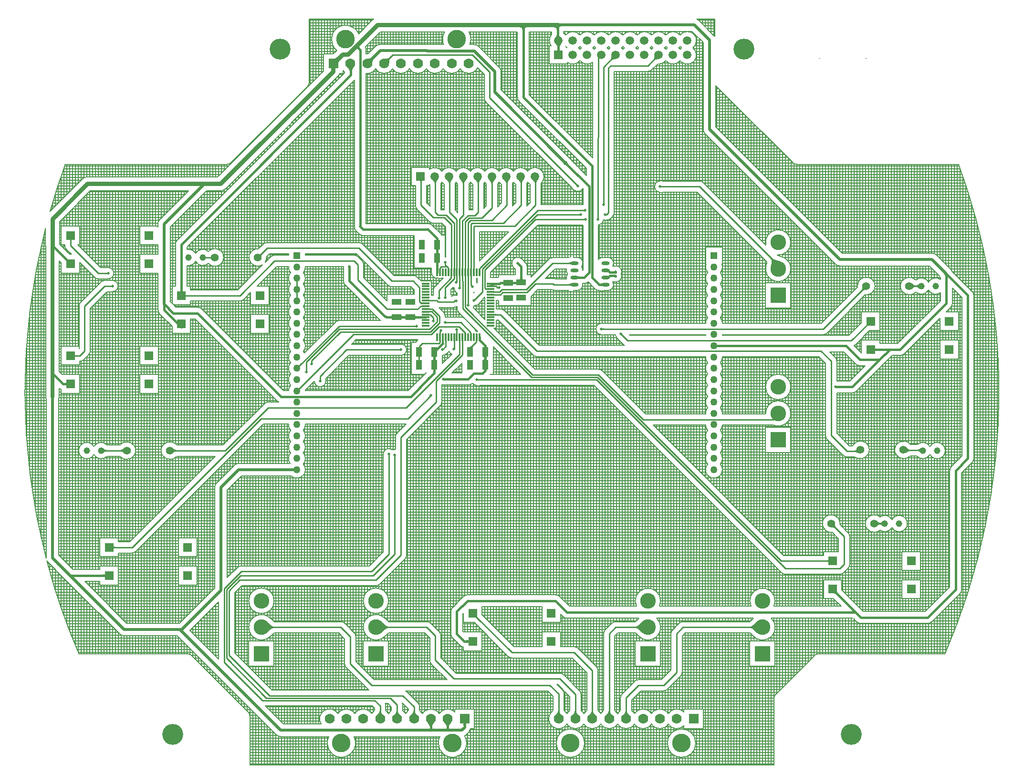
<source format=gtl>
G04*
G04 #@! TF.GenerationSoftware,Altium Limited,Altium Designer,19.1.5 (86)*
G04*
G04 Layer_Physical_Order=1*
G04 Layer_Color=255*
%FSLAX25Y25*%
%MOIN*%
G70*
G01*
G75*
%ADD10C,0.01000*%
%ADD18C,0.02000*%
%ADD19C,0.00800*%
%ADD21R,0.04331X0.06693*%
%ADD22R,0.06102X0.06299*%
%ADD23R,0.06693X0.04331*%
%ADD24R,0.01181X0.05709*%
%ADD25R,0.05709X0.01181*%
%ADD26O,0.05709X0.02362*%
%ADD47C,0.01500*%
%ADD48C,0.03000*%
%ADD49C,0.01300*%
%ADD50C,0.02500*%
%ADD51C,0.05000*%
%ADD52R,0.05000X0.05000*%
%ADD53C,0.04600*%
%ADD54R,0.07000X0.07000*%
%ADD55C,0.07000*%
%ADD56C,0.13000*%
%ADD57C,0.14600*%
%ADD58R,0.05906X0.05906*%
%ADD59C,0.05906*%
%ADD60C,0.05512*%
%ADD61R,0.10925X0.10925*%
%ADD62C,0.10925*%
%ADD63C,0.02000*%
%ADD64C,0.03000*%
G36*
X-24000Y136907D02*
X-23712Y136915D01*
X-23456Y136937D01*
X-23229Y136975D01*
X-23032Y137027D01*
X-22866Y137095D01*
X-22730Y137177D01*
X-22624Y137275D01*
X-22548Y137387D01*
X-22503Y137515D01*
X-22488Y137657D01*
Y134657D01*
X-22503Y134800D01*
X-22548Y134927D01*
X-22624Y135040D01*
X-22730Y135137D01*
X-22866Y135220D01*
X-23032Y135287D01*
X-23229Y135340D01*
X-23456Y135377D01*
X-23712Y135400D01*
X-24000Y135407D01*
Y136907D01*
D02*
G37*
G36*
X-15421Y155343D02*
X-15611Y155338D01*
X-15781Y155323D01*
X-15931Y155298D01*
X-16061Y155263D01*
X-16171Y155218D01*
X-16261Y155163D01*
X-16331Y155098D01*
X-16381Y155023D01*
X-16411Y154938D01*
X-16421Y154843D01*
Y156843D01*
X-16411Y156748D01*
X-16381Y156663D01*
X-16331Y156588D01*
X-16261Y156523D01*
X-16171Y156468D01*
X-16061Y156423D01*
X-15931Y156388D01*
X-15781Y156363D01*
X-15611Y156348D01*
X-15421Y156343D01*
Y155343D01*
D02*
G37*
G36*
X171536Y103196D02*
X173235Y101701D01*
X173734Y101335D01*
X174199Y101036D01*
X174629Y100803D01*
X175026Y100637D01*
X175389Y100537D01*
X175717Y100504D01*
Y99504D01*
X175389Y99471D01*
X175026Y99371D01*
X174629Y99205D01*
X174199Y98972D01*
X173734Y98673D01*
X173235Y98307D01*
X172136Y97377D01*
X170901Y96180D01*
Y103828D01*
X171536Y103196D01*
D02*
G37*
G36*
X91536D02*
X93235Y101701D01*
X93734Y101335D01*
X94199Y101036D01*
X94629Y100803D01*
X95026Y100637D01*
X95389Y100537D01*
X95717Y100504D01*
Y99504D01*
X95389Y99471D01*
X95026Y99371D01*
X94629Y99205D01*
X94199Y98972D01*
X93734Y98673D01*
X93235Y98307D01*
X92136Y97377D01*
X90901Y96180D01*
Y103828D01*
X91536Y103196D01*
D02*
G37*
G36*
X170469Y41326D02*
X170528Y41072D01*
X170625Y40804D01*
X170762Y40520D01*
X170938Y40221D01*
X171152Y39907D01*
X171405Y39578D01*
X172029Y38874D01*
X172400Y38500D01*
X167500D01*
X167870Y38874D01*
X168494Y39578D01*
X168748Y39907D01*
X168963Y40221D01*
X169138Y40520D01*
X169274Y40804D01*
X169372Y41072D01*
X169430Y41326D01*
X169450Y41564D01*
X170450D01*
X170469Y41326D01*
D02*
G37*
G36*
X204600Y30481D02*
X204583Y30755D01*
X204532Y31035D01*
X204447Y31321D01*
X204328Y31614D01*
X204175Y31912D01*
X203988Y32218D01*
X203767Y32529D01*
X203512Y32847D01*
X202900Y33500D01*
X207800D01*
X207477Y33170D01*
X206933Y32529D01*
X206712Y32218D01*
X206525Y31912D01*
X206372Y31614D01*
X206253Y31321D01*
X206168Y31035D01*
X206117Y30755D01*
X206100Y30481D01*
X204600D01*
D02*
G37*
G36*
X216400D02*
X216383Y30755D01*
X216332Y31035D01*
X216247Y31321D01*
X216128Y31614D01*
X215975Y31912D01*
X215788Y32218D01*
X215567Y32529D01*
X215312Y32847D01*
X214700Y33500D01*
X219600D01*
X219277Y33170D01*
X218733Y32529D01*
X218512Y32218D01*
X218325Y31912D01*
X218172Y31614D01*
X218053Y31321D01*
X217968Y31035D01*
X217917Y30755D01*
X217900Y30481D01*
X216400D01*
D02*
G37*
G36*
X228200Y31012D02*
X228192Y31297D01*
X228170Y31552D01*
X228133Y31777D01*
X228080Y31972D01*
X228012Y32137D01*
X227930Y32272D01*
X227833Y32377D01*
X227720Y32452D01*
X227592Y32497D01*
X227450Y32512D01*
X230450D01*
X230308Y32497D01*
X230180Y32452D01*
X230067Y32377D01*
X229970Y32272D01*
X229888Y32137D01*
X229820Y31972D01*
X229767Y31777D01*
X229730Y31552D01*
X229708Y31297D01*
X229700Y31012D01*
X228200D01*
D02*
G37*
G36*
X182250Y41564D02*
X182270Y41326D01*
X182328Y41072D01*
X182425Y40804D01*
X182562Y40520D01*
X182738Y40221D01*
X182952Y39907D01*
X183205Y39578D01*
X183829Y38874D01*
X184200Y38500D01*
X179300D01*
X179671Y38874D01*
X180295Y39578D01*
X180548Y39907D01*
X180763Y40221D01*
X180938Y40520D01*
X181075Y40804D01*
X181172Y41072D01*
X181230Y41326D01*
X181250Y41564D01*
X182250D01*
D02*
G37*
G36*
X194050D02*
X194070Y41326D01*
X194128Y41072D01*
X194226Y40804D01*
X194362Y40520D01*
X194537Y40221D01*
X194752Y39907D01*
X195006Y39578D01*
X195630Y38874D01*
X196000Y38500D01*
X191100D01*
X191471Y38874D01*
X192095Y39578D01*
X192348Y39907D01*
X192562Y40221D01*
X192738Y40520D01*
X192875Y40804D01*
X192972Y41072D01*
X193031Y41326D01*
X193050Y41564D01*
X194050D01*
D02*
G37*
G36*
X230000Y91006D02*
X230288Y91013D01*
X230544Y91036D01*
X230771Y91073D01*
X230968Y91126D01*
X231134Y91193D01*
X231270Y91276D01*
X231376Y91373D01*
X231452Y91486D01*
X231497Y91613D01*
X231512Y91756D01*
Y88756D01*
X231497Y88898D01*
X231452Y89026D01*
X231376Y89138D01*
X231270Y89236D01*
X231134Y89318D01*
X230968Y89386D01*
X230771Y89438D01*
X230544Y89476D01*
X230288Y89498D01*
X230000Y89506D01*
Y91006D01*
D02*
G37*
G36*
X-21375Y223000D02*
X-21556Y222989D01*
X-21741Y222956D01*
X-21929Y222900D01*
X-22121Y222822D01*
X-22318Y222723D01*
X-22518Y222600D01*
X-22722Y222456D01*
X-22930Y222290D01*
X-23142Y222101D01*
X-23358Y221890D01*
Y225110D01*
X-23142Y224899D01*
X-22722Y224544D01*
X-22518Y224400D01*
X-22318Y224277D01*
X-22121Y224178D01*
X-21929Y224100D01*
X-21741Y224044D01*
X-21556Y224011D01*
X-21375Y224000D01*
Y223000D01*
D02*
G37*
G36*
X-11364Y224000D02*
X-11161Y224014D01*
X-10950Y224057D01*
X-10730Y224129D01*
X-10503Y224229D01*
X-10267Y224357D01*
X-10024Y224515D01*
X-9772Y224700D01*
X-9512Y224915D01*
X-8968Y225429D01*
Y221571D01*
X-9244Y221842D01*
X-9772Y222300D01*
X-10024Y222485D01*
X-10267Y222643D01*
X-10503Y222771D01*
X-10730Y222871D01*
X-10950Y222943D01*
X-11161Y222986D01*
X-11364Y223000D01*
Y224000D01*
D02*
G37*
G36*
X27364Y223000D02*
X27161Y222986D01*
X26950Y222943D01*
X26730Y222871D01*
X26503Y222771D01*
X26267Y222643D01*
X26024Y222485D01*
X25772Y222300D01*
X25512Y222085D01*
X24968Y221571D01*
Y225429D01*
X25244Y225158D01*
X25772Y224700D01*
X26024Y224515D01*
X26267Y224357D01*
X26503Y224229D01*
X26730Y224129D01*
X26950Y224057D01*
X27161Y224014D01*
X27364Y224000D01*
Y223000D01*
D02*
G37*
G36*
X187678Y315185D02*
X187662Y315328D01*
X187617Y315455D01*
X187541Y315567D01*
X187436Y315665D01*
X187300Y315747D01*
X187133Y315815D01*
X186937Y315867D01*
X186710Y315905D01*
X186453Y315928D01*
X186250Y315933D01*
X186047Y315928D01*
X185790Y315905D01*
X185563Y315867D01*
X185367Y315815D01*
X185201Y315747D01*
X185064Y315665D01*
X184959Y315567D01*
X184883Y315455D01*
X184838Y315328D01*
X184822Y315185D01*
Y318185D01*
X184838Y318042D01*
X184883Y317915D01*
X184959Y317803D01*
X185064Y317705D01*
X185201Y317622D01*
X185367Y317555D01*
X185563Y317502D01*
X185790Y317465D01*
X186047Y317442D01*
X186250Y317437D01*
X186453Y317442D01*
X186710Y317465D01*
X186937Y317502D01*
X187133Y317555D01*
X187300Y317622D01*
X187436Y317705D01*
X187541Y317803D01*
X187617Y317915D01*
X187662Y318042D01*
X187678Y318185D01*
Y315185D01*
D02*
G37*
G36*
X178177D02*
X178162Y315328D01*
X178117Y315455D01*
X178042Y315567D01*
X177936Y315665D01*
X177799Y315747D01*
X177633Y315815D01*
X177437Y315867D01*
X177210Y315905D01*
X176953Y315928D01*
X176666Y315935D01*
Y317435D01*
X176953Y317442D01*
X177210Y317465D01*
X177437Y317502D01*
X177633Y317555D01*
X177799Y317622D01*
X177936Y317705D01*
X178042Y317803D01*
X178117Y317915D01*
X178162Y318042D01*
X178177Y318185D01*
Y315185D01*
D02*
G37*
G36*
X194338Y318021D02*
X194383Y317893D01*
X194458Y317781D01*
X194564Y317683D01*
X194701Y317601D01*
X194867Y317533D01*
X195063Y317481D01*
X195290Y317443D01*
X195547Y317421D01*
X195834Y317413D01*
Y315913D01*
X195547Y315906D01*
X195290Y315883D01*
X195063Y315846D01*
X194867Y315793D01*
X194701Y315726D01*
X194564Y315643D01*
X194458Y315546D01*
X194383Y315433D01*
X194338Y315306D01*
X194323Y315163D01*
Y318163D01*
X194338Y318021D01*
D02*
G37*
G36*
X234584Y296405D02*
X234484Y296283D01*
X234412Y296175D01*
X234369Y296081D01*
X234354Y296002D01*
X234369Y295937D01*
X234412Y295887D01*
X234484Y295851D01*
X234584Y295830D01*
X234714Y295822D01*
X231885D01*
X232025Y295830D01*
X232164Y295851D01*
X232305Y295887D01*
X232445Y295937D01*
X232587Y296002D01*
X232728Y296081D01*
X232870Y296175D01*
X233013Y296283D01*
X233156Y296405D01*
X233300Y296542D01*
X234714D01*
X234584Y296405D01*
D02*
G37*
G36*
X198002Y296371D02*
X198027Y296066D01*
X198041Y295992D01*
X198060Y295931D01*
X198081Y295883D01*
X198106Y295849D01*
X198134Y295829D01*
X198166Y295822D01*
X196834D01*
X196866Y295829D01*
X196894Y295849D01*
X196919Y295883D01*
X196940Y295931D01*
X196959Y295992D01*
X196974Y296066D01*
X196985Y296154D01*
X196998Y296371D01*
X197000Y296500D01*
X198000D01*
X198002Y296371D01*
D02*
G37*
G36*
X233185Y293328D02*
X233186Y293220D01*
X233207Y292937D01*
X233219Y292858D01*
X233251Y292722D01*
X233271Y292665D01*
X233294Y292615D01*
X233320Y292572D01*
X231944Y292831D01*
X231990Y292867D01*
X232031Y292912D01*
X232067Y292964D01*
X232098Y293023D01*
X232125Y293091D01*
X232147Y293167D01*
X232163Y293251D01*
X232175Y293342D01*
X232183Y293442D01*
X232185Y293549D01*
X233185Y293328D01*
D02*
G37*
G36*
X209173Y289162D02*
X209045Y289117D01*
X208932Y289041D01*
X208835Y288936D01*
X208752Y288800D01*
X208685Y288633D01*
X208632Y288437D01*
X208595Y288210D01*
X208577Y288000D01*
X208595Y287790D01*
X208632Y287563D01*
X208685Y287367D01*
X208752Y287200D01*
X208835Y287064D01*
X208932Y286959D01*
X209045Y286883D01*
X209173Y286838D01*
X209315Y286822D01*
X206315D01*
X206457Y286838D01*
X206585Y286883D01*
X206698Y286959D01*
X206795Y287064D01*
X206877Y287200D01*
X206945Y287367D01*
X206997Y287563D01*
X207035Y287790D01*
X207053Y288000D01*
X207035Y288210D01*
X206997Y288437D01*
X206945Y288633D01*
X206877Y288800D01*
X206795Y288936D01*
X206698Y289041D01*
X206585Y289117D01*
X206457Y289162D01*
X206315Y289178D01*
X209315D01*
X209173Y289162D01*
D02*
G37*
G36*
X238257Y273662D02*
X238307Y273628D01*
X238364Y273598D01*
X238428Y273572D01*
X238500Y273550D01*
X238579Y273532D01*
X238665Y273518D01*
X238758Y273508D01*
X238966Y273500D01*
Y272500D01*
X238858Y272498D01*
X238665Y272482D01*
X238579Y272468D01*
X238500Y272450D01*
X238428Y272428D01*
X238364Y272402D01*
X238307Y272372D01*
X238257Y272338D01*
X238214Y272300D01*
Y273700D01*
X238257Y273662D01*
D02*
G37*
G36*
X237526Y108135D02*
X237502Y108040D01*
X237504Y107931D01*
X237534Y107810D01*
X237591Y107675D01*
X237675Y107527D01*
X237787Y107366D01*
X237926Y107192D01*
X238092Y107004D01*
X238286Y106803D01*
X237677Y105998D01*
X237468Y106200D01*
X237094Y106517D01*
X236930Y106632D01*
X236781Y106717D01*
X236647Y106773D01*
X236528Y106800D01*
X236425Y106798D01*
X236336Y106766D01*
X236263Y106705D01*
X237579Y108218D01*
X237526Y108135D01*
D02*
G37*
G36*
X330469Y41326D02*
X330528Y41072D01*
X330626Y40804D01*
X330762Y40520D01*
X330938Y40221D01*
X331152Y39907D01*
X331405Y39578D01*
X332030Y38874D01*
X332400Y38500D01*
X327500D01*
X327870Y38874D01*
X328495Y39578D01*
X328748Y39907D01*
X328962Y40221D01*
X329138Y40520D01*
X329275Y40804D01*
X329372Y41072D01*
X329431Y41326D01*
X329450Y41564D01*
X330450D01*
X330469Y41326D01*
D02*
G37*
G36*
X318670D02*
X318728Y41072D01*
X318826Y40804D01*
X318962Y40520D01*
X319138Y40221D01*
X319352Y39907D01*
X319605Y39578D01*
X320230Y38874D01*
X320600Y38500D01*
X315700D01*
X316071Y38874D01*
X316694Y39578D01*
X316948Y39907D01*
X317162Y40221D01*
X317338Y40520D01*
X317475Y40804D01*
X317572Y41072D01*
X317631Y41326D01*
X317650Y41564D01*
X318650D01*
X318670Y41326D01*
D02*
G37*
G36*
X306870D02*
X306928Y41072D01*
X307026Y40804D01*
X307162Y40520D01*
X307337Y40221D01*
X307552Y39907D01*
X307805Y39578D01*
X308430Y38874D01*
X308800Y38500D01*
X303900D01*
X304271Y38874D01*
X304894Y39578D01*
X305148Y39907D01*
X305363Y40221D01*
X305538Y40520D01*
X305675Y40804D01*
X305772Y41072D01*
X305831Y41326D01*
X305850Y41564D01*
X306850D01*
X306870Y41326D01*
D02*
G37*
G36*
X295070D02*
X295128Y41072D01*
X295226Y40804D01*
X295362Y40520D01*
X295537Y40221D01*
X295752Y39907D01*
X296006Y39578D01*
X296630Y38874D01*
X297000Y38500D01*
X292100D01*
X292471Y38874D01*
X293094Y39578D01*
X293348Y39907D01*
X293563Y40221D01*
X293738Y40520D01*
X293875Y40804D01*
X293972Y41072D01*
X294030Y41326D01*
X294050Y41564D01*
X295050D01*
X295070Y41326D01*
D02*
G37*
G36*
X249990Y319174D02*
X250020Y319161D01*
X250070Y319149D01*
X250140Y319139D01*
X250340Y319123D01*
X250980Y319110D01*
Y318110D01*
X250790Y318109D01*
X250020Y318060D01*
X249990Y318047D01*
X249980Y318032D01*
Y319189D01*
X249990Y319174D01*
D02*
G37*
G36*
X325257Y309162D02*
X325307Y309128D01*
X325364Y309098D01*
X325429Y309072D01*
X325500Y309050D01*
X325579Y309032D01*
X325665Y309018D01*
X325758Y309008D01*
X325966Y309000D01*
Y308000D01*
X325858Y307998D01*
X325665Y307982D01*
X325579Y307968D01*
X325500Y307950D01*
X325429Y307928D01*
X325364Y307902D01*
X325307Y307872D01*
X325257Y307838D01*
X325214Y307800D01*
Y309200D01*
X325257Y309162D01*
D02*
G37*
G36*
X244068Y296668D02*
X244090Y296334D01*
X244110Y296198D01*
X244135Y296083D01*
X244166Y295989D01*
X244203Y295916D01*
X244245Y295864D01*
X244293Y295833D01*
X244347Y295822D01*
X242283D01*
X242337Y295833D01*
X242385Y295864D01*
X242427Y295916D01*
X242464Y295989D01*
X242495Y296083D01*
X242520Y296198D01*
X242540Y296334D01*
X242554Y296490D01*
X242565Y296866D01*
X244065D01*
X244068Y296668D01*
D02*
G37*
G36*
X244672Y289162D02*
X244545Y289117D01*
X244432Y289041D01*
X244335Y288936D01*
X244252Y288800D01*
X244185Y288633D01*
X244132Y288437D01*
X244095Y288210D01*
X244077Y288000D01*
X244095Y287790D01*
X244132Y287563D01*
X244185Y287367D01*
X244252Y287200D01*
X244335Y287064D01*
X244432Y286959D01*
X244545Y286883D01*
X244672Y286838D01*
X244815Y286822D01*
X241815D01*
X241957Y286838D01*
X242085Y286883D01*
X242197Y286959D01*
X242295Y287064D01*
X242377Y287200D01*
X242445Y287367D01*
X242497Y287563D01*
X242535Y287790D01*
X242553Y288000D01*
X242535Y288210D01*
X242497Y288437D01*
X242445Y288633D01*
X242377Y288800D01*
X242295Y288936D01*
X242197Y289041D01*
X242085Y289117D01*
X241957Y289162D01*
X241815Y289178D01*
X244815D01*
X244672Y289162D01*
D02*
G37*
G36*
X244146Y280169D02*
X244129Y280143D01*
X244114Y280100D01*
X244101Y280040D01*
X244090Y279962D01*
X244074Y279755D01*
X244065Y279315D01*
X242565D01*
X242564Y279479D01*
X242529Y280040D01*
X242516Y280100D01*
X242501Y280143D01*
X242484Y280169D01*
X242464Y280178D01*
X244165D01*
X244146Y280169D01*
D02*
G37*
G36*
X342250Y41564D02*
X342269Y41326D01*
X342328Y41072D01*
X342425Y40804D01*
X342562Y40520D01*
X342738Y40221D01*
X342952Y39907D01*
X343205Y39578D01*
X343829Y38874D01*
X344200Y38500D01*
X339300D01*
X339670Y38874D01*
X340295Y39578D01*
X340548Y39907D01*
X340762Y40221D01*
X340938Y40520D01*
X341074Y40804D01*
X341172Y41072D01*
X341231Y41326D01*
X341250Y41564D01*
X342250D01*
D02*
G37*
G36*
X348283Y100504D02*
X348611Y100537D01*
X348974Y100637D01*
X349371Y100803D01*
X349801Y101036D01*
X350266Y101335D01*
X350764Y101701D01*
X351864Y102631D01*
X353099Y103828D01*
Y96180D01*
X352464Y96812D01*
X350764Y98307D01*
X350266Y98673D01*
X349801Y98972D01*
X349371Y99205D01*
X348974Y99371D01*
X348611Y99471D01*
X348283Y99504D01*
Y100504D01*
D02*
G37*
G36*
X428283D02*
X428611Y100537D01*
X428974Y100637D01*
X429371Y100803D01*
X429801Y101036D01*
X430266Y101335D01*
X430764Y101701D01*
X431864Y102631D01*
X433099Y103828D01*
Y96180D01*
X432464Y96812D01*
X430764Y98307D01*
X430266Y98673D01*
X429801Y98972D01*
X429371Y99205D01*
X428974Y99371D01*
X428611Y99471D01*
X428283Y99504D01*
Y100504D01*
D02*
G37*
G36*
X489079Y122459D02*
X488771Y122756D01*
X488219Y123223D01*
X487976Y123392D01*
X487753Y123520D01*
X487551Y123605D01*
X487371Y123647D01*
X487212D01*
X487074Y123605D01*
X486957Y123520D01*
X489079Y125641D01*
X488994Y125524D01*
X488951Y125387D01*
Y125227D01*
X488994Y125047D01*
X489079Y124846D01*
X489206Y124623D01*
X489376Y124379D01*
X489588Y124114D01*
X490139Y123520D01*
X489079Y122459D01*
D02*
G37*
G36*
X482000Y146843D02*
X482193Y146848D01*
X482365Y146863D01*
X482516Y146888D01*
X482648Y146923D01*
X482759Y146968D01*
X482850Y147023D01*
X482921Y147088D01*
X482972Y147163D01*
X483002Y147248D01*
X483012Y147343D01*
Y145343D01*
X483002Y145438D01*
X482972Y145523D01*
X482921Y145598D01*
X482850Y145663D01*
X482759Y145718D01*
X482648Y145763D01*
X482516Y145798D01*
X482365Y145823D01*
X482193Y145838D01*
X482000Y145843D01*
Y146843D01*
D02*
G37*
G36*
X487732Y169061D02*
X487578Y169194D01*
X487399Y169313D01*
X487193Y169418D01*
X486962Y169508D01*
X486704Y169583D01*
X486421Y169644D01*
X486111Y169691D01*
X485776Y169723D01*
X485028Y169744D01*
X487756Y172472D01*
X487759Y172085D01*
X487809Y171389D01*
X487855Y171079D01*
X487917Y170796D01*
X487992Y170538D01*
X488082Y170307D01*
X488187Y170101D01*
X488306Y169922D01*
X488439Y169768D01*
X487732Y169061D01*
D02*
G37*
G36*
X517244Y174158D02*
X517772Y173700D01*
X518024Y173514D01*
X518267Y173357D01*
X518503Y173229D01*
X518730Y173129D01*
X518950Y173057D01*
X519120Y173023D01*
X519241Y173044D01*
X519429Y173100D01*
X519622Y173178D01*
X519818Y173277D01*
X520018Y173400D01*
X520222Y173544D01*
X520430Y173710D01*
X520642Y173899D01*
X520857Y174110D01*
Y170890D01*
X520642Y171101D01*
X520222Y171456D01*
X520018Y171600D01*
X519818Y171722D01*
X519622Y171822D01*
X519429Y171900D01*
X519241Y171956D01*
X519120Y171977D01*
X518950Y171943D01*
X518730Y171871D01*
X518503Y171771D01*
X518267Y171643D01*
X518024Y171485D01*
X517772Y171300D01*
X517512Y171085D01*
X516968Y170571D01*
Y174429D01*
X517244Y174158D01*
D02*
G37*
G36*
X502098Y110500D02*
X502848Y108689D01*
X502632Y108891D01*
X502407Y109071D01*
X502172Y109230D01*
X501930Y109368D01*
X501678Y109485D01*
X501417Y109580D01*
X501148Y109654D01*
X500870Y109708D01*
X500583Y109739D01*
X500288Y109750D01*
X498788Y111250D01*
X499062Y111261D01*
X499285Y111292D01*
X499457Y111346D01*
X499578Y111420D01*
X499648Y111515D01*
X499666Y111632D01*
X499633Y111770D01*
X499549Y111929D01*
X499414Y112109D01*
X499227Y112311D01*
X502098Y110500D01*
D02*
G37*
G36*
X501136Y223500D02*
X501362Y223516D01*
X501578Y223563D01*
X501785Y223642D01*
X501982Y223753D01*
X502170Y223896D01*
X502348Y224070D01*
X502517Y224276D01*
X502676Y224514D01*
X502826Y224783D01*
X502966Y225083D01*
X504366Y221488D01*
X503934Y221680D01*
X501837Y222460D01*
X501669Y222490D01*
X501535Y222500D01*
X501136Y223500D01*
D02*
G37*
G36*
X539805Y223250D02*
X539612Y223236D01*
X539406Y223196D01*
X539187Y223129D01*
X538954Y223034D01*
X538709Y222913D01*
X538450Y222764D01*
X537894Y222386D01*
X537596Y222157D01*
X537285Y221900D01*
X537635Y225743D01*
X537877Y225459D01*
X538350Y224981D01*
X538582Y224787D01*
X538810Y224623D01*
X539035Y224489D01*
X539256Y224384D01*
X539473Y224310D01*
X539687Y224265D01*
X539898Y224250D01*
X539805Y223250D01*
D02*
G37*
G36*
X545446Y224250D02*
X545618Y224260D01*
X545799Y224291D01*
X545988Y224343D01*
X546185Y224415D01*
X546390Y224507D01*
X546604Y224620D01*
X546826Y224754D01*
X547295Y225083D01*
X547542Y225279D01*
X547192Y222078D01*
X547008Y222301D01*
X546823Y222500D01*
X546638Y222676D01*
X546452Y222828D01*
X546267Y222957D01*
X546081Y223062D01*
X545894Y223145D01*
X545708Y223203D01*
X545521Y223238D01*
X545334Y223250D01*
X545446Y224250D01*
D02*
G37*
G36*
X273750Y519500D02*
X273180Y519485D01*
X272670Y519440D01*
X272220Y519365D01*
X271830Y519260D01*
X271500Y519125D01*
X271230Y518960D01*
X271020Y518765D01*
X270870Y518540D01*
X270789Y518311D01*
X270753Y517260D01*
X270750Y516701D01*
X269250D01*
X269247Y517260D01*
X269170Y518428D01*
X269130Y518540D01*
X268980Y518765D01*
X268770Y518960D01*
X268500Y519125D01*
X268170Y519260D01*
X267780Y519365D01*
X267330Y519440D01*
X266820Y519485D01*
X266250Y519500D01*
X270000Y522500D01*
X273750Y519500D01*
D02*
G37*
G36*
X154822Y506310D02*
X154881Y506161D01*
X154974Y505988D01*
X155101Y505791D01*
X155262Y505572D01*
X155687Y505061D01*
X156248Y504457D01*
X156580Y504119D01*
X155520Y503059D01*
X155182Y503391D01*
X154068Y504377D01*
X153848Y504538D01*
X153651Y504666D01*
X153478Y504758D01*
X153329Y504817D01*
X153203Y504842D01*
X154797Y506436D01*
X154822Y506310D01*
D02*
G37*
G36*
X142909Y497488D02*
X142314Y496872D01*
X141378Y495767D01*
X141038Y495279D01*
X140782Y494833D01*
X140611Y494430D01*
X140525Y494070D01*
X140524Y493753D01*
X140608Y493478D01*
X140776Y493245D01*
X136545Y497476D01*
X136778Y497307D01*
X137053Y497224D01*
X137370Y497225D01*
X137730Y497311D01*
X138133Y497482D01*
X138579Y497738D01*
X139067Y498078D01*
X139598Y498504D01*
X140788Y499609D01*
X142909Y497488D01*
D02*
G37*
G36*
X176988Y497581D02*
X176833Y497399D01*
X176696Y497178D01*
X176575Y496919D01*
X176470Y496622D01*
X176383Y496287D01*
X176313Y495913D01*
X176259Y495501D01*
X176203Y494562D01*
X176200Y494035D01*
X172735Y497500D01*
X173262Y497503D01*
X174201Y497559D01*
X174613Y497613D01*
X174987Y497683D01*
X175322Y497770D01*
X175619Y497874D01*
X175878Y497996D01*
X176099Y498133D01*
X176281Y498288D01*
X176988Y497581D01*
D02*
G37*
G36*
X165464Y497150D02*
X165258Y496923D01*
X165074Y496678D01*
X164913Y496414D01*
X164773Y496131D01*
X164656Y495829D01*
X164560Y495508D01*
X164487Y495168D01*
X164436Y494809D01*
X164407Y494432D01*
X164400Y494035D01*
X160935Y497500D01*
X161332Y497507D01*
X161709Y497536D01*
X162068Y497587D01*
X162408Y497660D01*
X162729Y497756D01*
X163031Y497873D01*
X163314Y498013D01*
X163578Y498174D01*
X163823Y498358D01*
X164049Y498564D01*
X165464Y497150D01*
D02*
G37*
G36*
X151521Y491416D02*
X151019Y490695D01*
X150815Y490354D01*
X150642Y490028D01*
X150501Y489714D01*
X150391Y489414D01*
X150313Y489127D01*
X150266Y488854D01*
X150250Y488594D01*
X148750Y488417D01*
X148732Y488702D01*
X148678Y488985D01*
X148588Y489268D01*
X148462Y489551D01*
X148300Y489833D01*
X148103Y490115D01*
X147869Y490396D01*
X147599Y490677D01*
X147293Y490957D01*
X146952Y491237D01*
X151820Y491797D01*
X151521Y491416D01*
D02*
G37*
G36*
X199405Y412049D02*
X199320Y412019D01*
X199245Y411969D01*
X199180Y411899D01*
X199125Y411809D01*
X199080Y411699D01*
X199045Y411569D01*
X199020Y411419D01*
X199005Y411249D01*
X199000Y411059D01*
X198000D01*
X197995Y411249D01*
X197980Y411419D01*
X197955Y411569D01*
X197920Y411699D01*
X197875Y411809D01*
X197820Y411899D01*
X197755Y411969D01*
X197680Y412019D01*
X197595Y412049D01*
X197500Y412059D01*
X199500D01*
X199405Y412049D01*
D02*
G37*
G36*
X249769Y412589D02*
X249268Y412015D01*
X249064Y411742D01*
X248892Y411480D01*
X248751Y411228D01*
X248641Y410985D01*
X248563Y410753D01*
X248516Y410531D01*
X248500Y410318D01*
X247500D01*
X247484Y410531D01*
X247437Y410753D01*
X247359Y410985D01*
X247249Y411228D01*
X247108Y411480D01*
X246936Y411742D01*
X246732Y412015D01*
X246231Y412589D01*
X245933Y412891D01*
X250067D01*
X249769Y412589D01*
D02*
G37*
G36*
X229769D02*
X229268Y412015D01*
X229064Y411742D01*
X228892Y411480D01*
X228751Y411228D01*
X228641Y410985D01*
X228563Y410753D01*
X228516Y410531D01*
X228500Y410318D01*
X227500D01*
X227484Y410531D01*
X227437Y410753D01*
X227359Y410985D01*
X227249Y411228D01*
X227108Y411480D01*
X226936Y411742D01*
X226732Y412015D01*
X226231Y412589D01*
X225933Y412891D01*
X230067D01*
X229769Y412589D01*
D02*
G37*
G36*
X270129Y412896D02*
X269502Y411893D01*
X269349Y411601D01*
X269126Y411078D01*
X269056Y410848D01*
X269014Y410639D01*
X269000Y410450D01*
X268000Y410276D01*
X267983Y410503D01*
X267933Y410730D01*
X267849Y410958D01*
X267731Y411187D01*
X267580Y411417D01*
X267395Y411647D01*
X267177Y411877D01*
X266925Y412108D01*
X266639Y412340D01*
X266320Y412572D01*
X270394Y413272D01*
X270129Y412896D01*
D02*
G37*
G36*
X260129D02*
X259502Y411893D01*
X259349Y411601D01*
X259125Y411078D01*
X259056Y410848D01*
X259014Y410639D01*
X259000Y410450D01*
X258000Y410276D01*
X257983Y410503D01*
X257933Y410730D01*
X257849Y410958D01*
X257731Y411187D01*
X257580Y411417D01*
X257395Y411647D01*
X257177Y411877D01*
X256925Y412108D01*
X256639Y412340D01*
X256320Y412572D01*
X260394Y413272D01*
X260129Y412896D01*
D02*
G37*
G36*
X240129D02*
X239502Y411893D01*
X239349Y411601D01*
X239125Y411078D01*
X239056Y410848D01*
X239014Y410639D01*
X239000Y410450D01*
X238000Y410276D01*
X237983Y410503D01*
X237933Y410730D01*
X237849Y410958D01*
X237731Y411187D01*
X237580Y411417D01*
X237395Y411647D01*
X237177Y411877D01*
X236925Y412108D01*
X236639Y412340D01*
X236320Y412572D01*
X240394Y413272D01*
X240129Y412896D01*
D02*
G37*
G36*
X220129D02*
X219502Y411893D01*
X219349Y411601D01*
X219126Y411078D01*
X219056Y410848D01*
X219014Y410639D01*
X219000Y410450D01*
X218000Y410276D01*
X217983Y410503D01*
X217933Y410730D01*
X217849Y410958D01*
X217731Y411187D01*
X217580Y411417D01*
X217395Y411647D01*
X217177Y411877D01*
X216925Y412108D01*
X216639Y412340D01*
X216320Y412572D01*
X220394Y413272D01*
X220129Y412896D01*
D02*
G37*
G36*
X210129D02*
X209502Y411893D01*
X209349Y411601D01*
X209125Y411078D01*
X209056Y410848D01*
X209014Y410639D01*
X209000Y410450D01*
X208000Y410276D01*
X207983Y410503D01*
X207933Y410730D01*
X207849Y410958D01*
X207731Y411187D01*
X207580Y411417D01*
X207395Y411647D01*
X207177Y411877D01*
X206925Y412108D01*
X206639Y412340D01*
X206320Y412572D01*
X210394Y413272D01*
X210129Y412896D01*
D02*
G37*
G36*
X210541Y371542D02*
X210571Y371044D01*
X210585Y370965D01*
X210601Y370902D01*
X210620Y370858D01*
X210642Y370831D01*
X210665Y370822D01*
X208913D01*
X208937Y370831D01*
X208959Y370858D01*
X208978Y370902D01*
X208994Y370965D01*
X209008Y371044D01*
X209019Y371142D01*
X209034Y371391D01*
X209039Y371711D01*
X210539D01*
X210541Y371542D01*
D02*
G37*
G36*
X211173Y364162D02*
X211045Y364117D01*
X210932Y364041D01*
X210835Y363936D01*
X210753Y363800D01*
X210685Y363633D01*
X210632Y363437D01*
X210595Y363210D01*
X210573Y362953D01*
X210567Y362750D01*
X210573Y362547D01*
X210595Y362290D01*
X210632Y362063D01*
X210685Y361867D01*
X210753Y361701D01*
X210835Y361564D01*
X210932Y361458D01*
X211045Y361383D01*
X211173Y361338D01*
X211315Y361322D01*
X208315D01*
X208457Y361338D01*
X208585Y361383D01*
X208698Y361458D01*
X208795Y361564D01*
X208877Y361701D01*
X208945Y361867D01*
X208998Y362063D01*
X209035Y362290D01*
X209057Y362547D01*
X209063Y362750D01*
X209057Y362953D01*
X209035Y363210D01*
X208998Y363437D01*
X208945Y363633D01*
X208877Y363800D01*
X208795Y363936D01*
X208698Y364041D01*
X208585Y364117D01*
X208457Y364162D01*
X208315Y364178D01*
X211315D01*
X211173Y364162D01*
D02*
G37*
G36*
X269257Y344368D02*
X269280Y344113D01*
X269318Y343888D01*
X269370Y343693D01*
X269438Y343528D01*
X269520Y343393D01*
X269618Y343288D01*
X269730Y343213D01*
X269858Y343168D01*
X270000Y343153D01*
X267000D01*
X267143Y343168D01*
X267270Y343213D01*
X267383Y343288D01*
X267480Y343393D01*
X267563Y343528D01*
X267630Y343693D01*
X267683Y343888D01*
X267720Y344113D01*
X267742Y344368D01*
X267750Y344653D01*
X269250D01*
X269257Y344368D01*
D02*
G37*
G36*
X216002Y331858D02*
X216018Y331665D01*
X216032Y331579D01*
X216050Y331500D01*
X216072Y331429D01*
X216098Y331364D01*
X216128Y331307D01*
X216162Y331257D01*
X216200Y331214D01*
X214800D01*
X214838Y331257D01*
X214872Y331307D01*
X214902Y331364D01*
X214928Y331429D01*
X214950Y331500D01*
X214968Y331579D01*
X214982Y331665D01*
X214992Y331758D01*
X215000Y331966D01*
X216000D01*
X216002Y331858D01*
D02*
G37*
G36*
X236890Y329183D02*
X236816Y329106D01*
X236690Y328957D01*
X236639Y328887D01*
X236596Y328818D01*
X236561Y328752D01*
X236534Y328688D01*
X236515Y328626D01*
X236503Y328567D01*
X236500Y328510D01*
X235510Y329500D01*
X235567Y329503D01*
X235627Y329515D01*
X235688Y329534D01*
X235752Y329561D01*
X235818Y329596D01*
X235887Y329639D01*
X235957Y329690D01*
X236030Y329749D01*
X236183Y329890D01*
X236890Y329183D01*
D02*
G37*
G36*
X222216Y327379D02*
X222193Y327400D01*
X222165Y327411D01*
X222132Y327412D01*
X222093Y327403D01*
X222050Y327385D01*
X222001Y327357D01*
X221947Y327319D01*
X221888Y327271D01*
X221754Y327147D01*
X221228Y328035D01*
X222235Y328644D01*
X222216Y327379D01*
D02*
G37*
G36*
X302040Y340000D02*
X302315Y340005D01*
X302779Y340044D01*
X302967Y340078D01*
X303126Y340123D01*
X303257Y340177D01*
X303358Y340240D01*
X303431Y340314D01*
X303474Y340397D01*
X303488Y340491D01*
Y338509D01*
X303474Y338603D01*
X303431Y338686D01*
X303358Y338760D01*
X303257Y338823D01*
X303126Y338877D01*
X302967Y338921D01*
X302779Y338956D01*
X302561Y338980D01*
X302315Y338995D01*
X302040Y339000D01*
Y340000D01*
D02*
G37*
G36*
Y355000D02*
X302315Y355005D01*
X302779Y355044D01*
X302967Y355079D01*
X303126Y355123D01*
X303257Y355177D01*
X303358Y355240D01*
X303431Y355314D01*
X303474Y355397D01*
X303488Y355490D01*
Y353509D01*
X303474Y353603D01*
X303431Y353686D01*
X303358Y353760D01*
X303257Y353823D01*
X303126Y353877D01*
X302967Y353922D01*
X302779Y353956D01*
X302561Y353980D01*
X302315Y353995D01*
X302040Y354000D01*
Y355000D01*
D02*
G37*
G36*
X307317Y409890D02*
X307394Y409816D01*
X307543Y409690D01*
X307613Y409639D01*
X307682Y409596D01*
X307748Y409561D01*
X307812Y409534D01*
X307874Y409515D01*
X307933Y409503D01*
X307990Y409500D01*
X307000Y408510D01*
X306997Y408567D01*
X306985Y408627D01*
X306966Y408688D01*
X306939Y408752D01*
X306904Y408818D01*
X306861Y408887D01*
X306810Y408957D01*
X306751Y409030D01*
X306610Y409183D01*
X307317Y409890D01*
D02*
G37*
G36*
X278000Y410276D02*
X277983Y410503D01*
X277933Y410730D01*
X277849Y410958D01*
X277731Y411187D01*
X277580Y411417D01*
X277395Y411647D01*
X277177Y411877D01*
X276925Y412108D01*
X276639Y412340D01*
X276320Y412572D01*
X280394Y413272D01*
X280129Y412896D01*
X279502Y411893D01*
X279348Y411601D01*
X279125Y411078D01*
X279056Y410848D01*
X279014Y410639D01*
X279000Y410450D01*
X278000Y410276D01*
D02*
G37*
G36*
X298780Y426634D02*
X299485Y426000D01*
X298000Y424515D01*
X297994Y424535D01*
X297975Y424566D01*
X297943Y424608D01*
X297842Y424726D01*
X297486Y425099D01*
X297366Y425220D01*
X298780Y426634D01*
D02*
G37*
G36*
X300525Y422415D02*
X300408Y422527D01*
X300186Y422715D01*
X300080Y422791D01*
X299977Y422856D01*
X299878Y422908D01*
X299782Y422949D01*
X299690Y422978D01*
X299601Y422995D01*
X299515Y423000D01*
X301000Y424485D01*
X301005Y424399D01*
X301022Y424310D01*
X301051Y424218D01*
X301092Y424122D01*
X301144Y424023D01*
X301209Y423920D01*
X301285Y423814D01*
X301373Y423704D01*
X301585Y423475D01*
X300525Y422415D01*
D02*
G37*
G36*
X295250Y504441D02*
X295257Y504153D01*
X295280Y503896D01*
X295318Y503670D01*
X295370Y503473D01*
X295438Y503307D01*
X295520Y503171D01*
X295618Y503065D01*
X295730Y502989D01*
X295858Y502944D01*
X296000Y502929D01*
X293000D01*
X293143Y502944D01*
X293270Y502989D01*
X293383Y503065D01*
X293480Y503171D01*
X293563Y503307D01*
X293630Y503473D01*
X293683Y503670D01*
X293720Y503896D01*
X293742Y504153D01*
X293750Y504441D01*
X295250D01*
D02*
G37*
G36*
X293750Y505372D02*
X293737Y505619D01*
X293697Y505866D01*
X293632Y506115D01*
X293539Y506365D01*
X293421Y506616D01*
X293276Y506869D01*
X293105Y507123D01*
X292907Y507377D01*
X292683Y507634D01*
X292433Y507891D01*
X296567D01*
X296317Y507634D01*
X296093Y507377D01*
X295895Y507123D01*
X295724Y506869D01*
X295579Y506616D01*
X295461Y506365D01*
X295369Y506115D01*
X295303Y505866D01*
X295263Y505619D01*
X295250Y505372D01*
X293750D01*
D02*
G37*
G36*
X294750Y514714D02*
X294764Y514458D01*
X294807Y514208D01*
X294879Y513964D01*
X294979Y513726D01*
X295108Y513494D01*
X295265Y513269D01*
X295451Y513050D01*
X295665Y512836D01*
X295908Y512629D01*
X296180Y512428D01*
X292106Y511728D01*
X292323Y512041D01*
X292689Y512639D01*
X292838Y512924D01*
X292964Y513200D01*
X293067Y513468D01*
X293147Y513726D01*
X293204Y513975D01*
X293239Y514216D01*
X293250Y514447D01*
X294750Y514714D01*
D02*
G37*
G36*
X295102Y522050D02*
X295202Y522039D01*
X295579Y522022D01*
X298118Y522000D01*
Y520000D01*
X296191Y519961D01*
X296030Y519940D01*
X295730Y519865D01*
X295470Y519760D01*
X295250Y519625D01*
X295070Y519460D01*
X294930Y519265D01*
X294843Y519068D01*
X294800Y518624D01*
X294753Y517260D01*
X294750Y516701D01*
X293250D01*
X293247Y517260D01*
X293170Y518428D01*
X293130Y518540D01*
X292980Y518765D01*
X292770Y518960D01*
X292500Y519125D01*
X292170Y519260D01*
X291780Y519365D01*
X291330Y519440D01*
X290820Y519485D01*
X290250Y519500D01*
X294000Y521000D01*
X295060Y520614D01*
Y522061D01*
X295102Y522050D01*
D02*
G37*
G36*
X309843Y343750D02*
X309563Y343747D01*
X308663Y343682D01*
X308493Y343652D01*
X308346Y343617D01*
X308220Y343576D01*
X308116Y343530D01*
X308034Y343479D01*
Y345521D01*
X308116Y345470D01*
X308220Y345424D01*
X308346Y345383D01*
X308493Y345348D01*
X308663Y345318D01*
X309069Y345274D01*
X309563Y345253D01*
X309843Y345250D01*
Y343750D01*
D02*
G37*
G36*
X323157Y340250D02*
X323437Y340253D01*
X324337Y340318D01*
X324507Y340348D01*
X324654Y340383D01*
X324780Y340424D01*
X324884Y340470D01*
X324966Y340521D01*
Y338479D01*
X324884Y338530D01*
X324780Y338576D01*
X324654Y338617D01*
X324507Y338652D01*
X324337Y338682D01*
X323931Y338726D01*
X323437Y338747D01*
X323157Y338750D01*
Y340250D01*
D02*
G37*
G36*
X443769Y357938D02*
X443905Y357839D01*
X444142Y357713D01*
X444482Y357558D01*
X446112Y356926D01*
X449713Y355691D01*
X442848Y352321D01*
X443088Y353054D01*
X443407Y354375D01*
X443485Y354963D01*
X443509Y355503D01*
X443479Y355994D01*
X443395Y356437D01*
X443257Y356831D01*
X443065Y357176D01*
X442819Y357474D01*
X443769Y357938D01*
D02*
G37*
G36*
X366966Y407500D02*
X366858Y407498D01*
X366665Y407482D01*
X366579Y407468D01*
X366500Y407450D01*
X366428Y407428D01*
X366364Y407402D01*
X366307Y407372D01*
X366257Y407338D01*
X366214Y407300D01*
Y408700D01*
X366257Y408662D01*
X366307Y408628D01*
X366364Y408598D01*
X366428Y408572D01*
X366500Y408550D01*
X366579Y408532D01*
X366665Y408518D01*
X366758Y408508D01*
X366966Y408500D01*
Y407500D01*
D02*
G37*
G36*
X360836Y497043D02*
X360975Y497204D01*
X361099Y497395D01*
X361208Y497614D01*
X361302Y497863D01*
X361381Y498142D01*
X361444Y498449D01*
X361493Y498785D01*
X361544Y499546D01*
X361547Y499970D01*
X364471Y497047D01*
X364046Y497044D01*
X363285Y496993D01*
X362949Y496944D01*
X362642Y496880D01*
X362364Y496802D01*
X362115Y496708D01*
X361895Y496599D01*
X361704Y496475D01*
X361543Y496336D01*
X360836Y497043D01*
D02*
G37*
G36*
X330836D02*
X330975Y497204D01*
X331099Y497395D01*
X331208Y497614D01*
X331302Y497863D01*
X331381Y498142D01*
X331444Y498449D01*
X331493Y498785D01*
X331544Y499546D01*
X331547Y499970D01*
X334471Y497047D01*
X334046Y497044D01*
X333285Y496993D01*
X332949Y496944D01*
X332642Y496880D01*
X332364Y496802D01*
X332115Y496708D01*
X331895Y496599D01*
X331704Y496475D01*
X331543Y496336D01*
X330836Y497043D01*
D02*
G37*
G36*
X506061Y335768D02*
X506194Y335922D01*
X506313Y336101D01*
X506418Y336307D01*
X506508Y336538D01*
X506583Y336796D01*
X506644Y337079D01*
X506691Y337389D01*
X506723Y337724D01*
X506744Y338472D01*
X509472Y335744D01*
X509085Y335741D01*
X508389Y335691D01*
X508079Y335645D01*
X507796Y335583D01*
X507538Y335508D01*
X507307Y335418D01*
X507101Y335313D01*
X506922Y335194D01*
X506768Y335061D01*
X506061Y335768D01*
D02*
G37*
G36*
X543864Y338000D02*
X543661Y337986D01*
X543450Y337943D01*
X543230Y337871D01*
X543003Y337771D01*
X542767Y337643D01*
X542524Y337486D01*
X542272Y337300D01*
X542012Y337085D01*
X541468Y336571D01*
Y340429D01*
X541744Y340158D01*
X542272Y339700D01*
X542524Y339514D01*
X542767Y339357D01*
X543003Y339229D01*
X543230Y339129D01*
X543450Y339057D01*
X543661Y339014D01*
X543864Y339000D01*
Y338000D01*
D02*
G37*
G36*
X544375Y339000D02*
X544556Y339011D01*
X544740Y339044D01*
X544929Y339100D01*
X545121Y339178D01*
X545318Y339278D01*
X545518Y339400D01*
X545722Y339544D01*
X545930Y339710D01*
X546142Y339899D01*
X546357Y340110D01*
Y336890D01*
X546142Y337101D01*
X545722Y337456D01*
X545518Y337600D01*
X545318Y337722D01*
X545121Y337822D01*
X544929Y337900D01*
X544740Y337956D01*
X544556Y337989D01*
X544375Y338000D01*
Y339000D01*
D02*
G37*
G36*
X563336Y347750D02*
X563604Y347466D01*
X563845Y347181D01*
X564057Y346894D01*
X564241Y346605D01*
X564396Y346314D01*
X564524Y346022D01*
X564623Y345728D01*
X564693Y345432D01*
X564736Y345135D01*
X564750Y344836D01*
X566250Y343689D01*
X566261Y343964D01*
X566292Y344187D01*
X566346Y344359D01*
X566420Y344480D01*
X566515Y344549D01*
X566632Y344567D01*
X566770Y344535D01*
X566929Y344450D01*
X567109Y344315D01*
X567311Y344129D01*
X565500Y347000D01*
X563336Y347750D01*
D02*
G37*
G36*
X509894Y497550D02*
X509824Y497549D01*
X509648Y497535D01*
X509600Y497527D01*
X509558Y497517D01*
X509520Y497505D01*
X509489Y497491D01*
X509462Y497476D01*
X509441Y497459D01*
X509159Y497742D01*
X509138Y497724D01*
X509111Y497709D01*
X509080Y497695D01*
X509042Y497683D01*
X509000Y497673D01*
X508952Y497665D01*
X508840Y497654D01*
X508776Y497651D01*
X508706Y497650D01*
Y497550D01*
X508776Y497549D01*
X508952Y497535D01*
X509000Y497527D01*
X509042Y497517D01*
X509080Y497505D01*
X509111Y497491D01*
X509138Y497476D01*
X509159Y497459D01*
X509441Y497742D01*
X509462Y497724D01*
X509489Y497709D01*
X509520Y497695D01*
X509558Y497683D01*
X509600Y497673D01*
X509648Y497665D01*
X509760Y497654D01*
X509824Y497651D01*
X509894Y497650D01*
Y497550D01*
D02*
G37*
G36*
X477494D02*
X477424Y497549D01*
X477248Y497535D01*
X477200Y497527D01*
X477158Y497517D01*
X477120Y497505D01*
X477089Y497491D01*
X477062Y497476D01*
X477041Y497459D01*
X476759Y497742D01*
X476738Y497724D01*
X476711Y497709D01*
X476680Y497695D01*
X476642Y497683D01*
X476600Y497673D01*
X476552Y497665D01*
X476440Y497654D01*
X476376Y497651D01*
X476306Y497650D01*
Y497550D01*
X476376Y497549D01*
X476552Y497535D01*
X476600Y497527D01*
X476642Y497517D01*
X476680Y497505D01*
X476711Y497491D01*
X476738Y497476D01*
X476759Y497459D01*
X477041Y497742D01*
X477062Y497724D01*
X477089Y497709D01*
X477120Y497695D01*
X477158Y497683D01*
X477200Y497673D01*
X477248Y497665D01*
X477360Y497654D01*
X477424Y497651D01*
X477494Y497650D01*
Y497550D01*
D02*
G37*
D10*
X111800Y328240D02*
Y336114D01*
Y343988D01*
X203220Y318332D02*
X205172D01*
X207000Y316505D01*
X197185Y283500D02*
Y292500D01*
X207000Y314000D02*
Y316505D01*
X128000Y272000D02*
Y275500D01*
X151452Y304900D02*
X205835D01*
X111800Y265248D02*
X151452Y304900D01*
X122000Y284000D02*
Y286388D01*
X142212Y306600D01*
X211714Y347611D02*
Y351179D01*
X205893Y320700D02*
X209700Y316893D01*
X203183Y320700D02*
X205893D01*
X202971Y320488D02*
X203183Y320700D01*
X201953Y320488D02*
X202971D01*
X201862Y322547D02*
X206450D01*
X142212Y306600D02*
X205131D01*
X211400Y312869D01*
Y317597D01*
X206450Y322547D02*
X211400Y317597D01*
X118500Y278500D02*
Y285292D01*
X141508Y308300D01*
X111800Y280996D02*
X141304Y310500D01*
X195500D01*
X444226Y245226D02*
X448000Y249000D01*
X353678Y245226D02*
X444226D01*
X342656Y300344D02*
X499139D01*
X512539Y313744D01*
X338000Y305000D02*
X342656Y300344D01*
X485000Y234000D02*
Y286000D01*
X477856Y293144D02*
X485000Y286000D01*
X279356Y293144D02*
X477856D01*
X253890Y318610D02*
X279356Y293144D01*
X322504Y276400D02*
X353678Y245226D01*
X-36500Y324500D02*
X-22500Y338500D01*
X-17000D01*
X-27026Y347500D02*
X-20000D01*
X-46461Y366935D02*
X-27026Y347500D01*
X31039Y331941D02*
X71941D01*
X151864Y356136D02*
X154500Y353500D01*
X96136Y356136D02*
X151864D01*
X154500Y342736D02*
Y353500D01*
X71941Y331941D02*
X96136Y356136D01*
X84500Y358500D02*
X91000Y365000D01*
X155000D01*
X201681Y326575D02*
X201862Y326394D01*
X155000Y365000D02*
X178000Y342000D01*
X189400Y245900D02*
X205500Y262000D01*
X86597Y245900D02*
X189400D01*
X-3461Y155843D02*
X86597Y245900D01*
X91793Y253500D02*
X188111D01*
X327000Y388500D02*
X328111D01*
X329500Y389889D01*
Y491000D01*
X326000Y491500D02*
X334500Y500000D01*
X326000Y395500D02*
Y491500D01*
X329500Y491000D02*
X331000Y492500D01*
X357000D01*
X364500Y500000D01*
X322197Y385868D02*
X322300Y497800D01*
X322191Y385862D02*
X322197Y385868D01*
X322300Y497800D02*
X324500Y500000D01*
X322191Y385191D02*
Y385862D01*
X322000Y385000D02*
X322191Y385191D01*
X278500Y385000D02*
X313500D01*
X243183Y349683D02*
X278500Y385000D01*
X279596Y388500D02*
X310000D01*
X241483Y350388D02*
X279596Y388500D01*
X280192Y391500D02*
X313000D01*
X239784Y351092D02*
X280192Y391500D01*
X211705Y302862D02*
Y306705D01*
X212500Y307500D01*
X223508Y302870D02*
Y307992D01*
Y302870D02*
X223516Y302862D01*
X223500Y308000D02*
X223508Y307992D01*
X180000Y151000D02*
Y220500D01*
X165000Y136000D02*
X180000Y151000D01*
X176000D02*
Y221000D01*
X164000Y139000D02*
X176000Y151000D01*
X184500Y150500D02*
Y232889D01*
X167000Y133000D02*
X184500Y150500D01*
Y232889D02*
X209000Y257389D01*
X221400Y327500D02*
X222200Y328300D01*
X210389Y327500D02*
X221400D01*
X209589Y328300D02*
X210389Y327500D01*
X221547Y294547D02*
Y302862D01*
X221500Y294500D02*
X221547Y294547D01*
X225115Y310200D02*
X229393Y305922D01*
X211135Y310200D02*
X225115D01*
X205835Y304900D02*
X211135Y310200D01*
X209700Y313574D02*
Y316893D01*
X204427Y308300D02*
X209700Y313574D01*
X141508Y308300D02*
X204427D01*
X225394Y290782D02*
Y302772D01*
X188111Y253500D02*
X225394Y290782D01*
Y302772D02*
X225484Y302862D01*
X215500Y353280D02*
X216688Y352092D01*
X215500Y353280D02*
Y355000D01*
X219579Y348138D02*
Y381421D01*
X214700Y386300D02*
X219579Y381421D01*
X221547Y348138D02*
Y382453D01*
X223516Y348138D02*
Y384984D01*
X225484Y348138D02*
Y385484D01*
X227453Y348138D02*
Y383953D01*
X202015Y328300D02*
X209589D01*
X211000Y330000D02*
Y335515D01*
X211705Y299205D02*
Y302862D01*
X211000Y298500D02*
X211705Y299205D01*
X199500Y298500D02*
X211000D01*
X215623Y296123D02*
X215642Y302862D01*
X213500Y294000D02*
X215623Y296123D01*
X253469Y334358D02*
X255111Y336000D01*
X247138Y334358D02*
X253469D01*
X253905Y332390D02*
X255515Y334000D01*
X247138Y332390D02*
X253905D01*
X233358Y339412D02*
Y348138D01*
Y339412D02*
X234500Y338271D01*
X231390Y325110D02*
Y348138D01*
Y325110D02*
X231445Y325055D01*
X229421Y326143D02*
Y348138D01*
X227453Y342105D02*
Y348138D01*
Y342105D02*
X227700Y341858D01*
Y331104D02*
Y341858D01*
X227453Y383953D02*
X231296Y387796D01*
X229421Y348138D02*
Y383517D01*
X232000Y386096D01*
X231390Y348138D02*
Y382890D01*
X233358Y348138D02*
Y381858D01*
X235327Y348138D02*
Y380241D01*
X231390Y382890D02*
X232896Y384396D01*
X225484Y385484D02*
X228000Y388000D01*
X218500Y390000D02*
X223516Y384984D01*
X216000Y388000D02*
X221547Y382453D01*
X216688Y352092D02*
X217300Y351480D01*
X217520D01*
Y348228D02*
Y351480D01*
X235327Y380241D02*
X235586Y380500D01*
X225484Y342016D02*
Y348138D01*
X251729Y337500D02*
X253000D01*
X250934Y338295D02*
X251729Y337500D01*
X247138Y338295D02*
X250934D01*
X272500Y334000D02*
X278500Y340000D01*
X255515Y334000D02*
X272500D01*
X272000Y336000D02*
X290500Y354500D01*
X255111Y336000D02*
X272000D01*
X197500Y296500D02*
X199500Y298500D01*
X197500Y292815D02*
Y296500D01*
X197185Y292500D02*
X197500Y292815D01*
X232685Y292500D02*
Y295220D01*
X209000Y271985D02*
X227362Y290347D01*
X229245Y325966D02*
X229421Y326143D01*
X225500Y337000D02*
Y342000D01*
X223516Y341516D02*
Y348138D01*
X223000Y341000D02*
X223516Y341516D01*
X225484Y342016D02*
X225500Y342000D01*
X227545Y330949D02*
X227700Y331104D01*
X227545Y322924D02*
Y330949D01*
X229245Y323629D02*
Y325966D01*
X154500Y342736D02*
X174736Y322500D01*
X196198D01*
X198304Y324606D01*
X31039Y331843D02*
Y331941D01*
X178000Y342000D02*
X193000D01*
X198304Y324606D02*
X201772D01*
X201862Y324516D01*
X201681Y326575D02*
X201772D01*
X198740D02*
X201681D01*
X201772D02*
X201862Y326484D01*
X197500Y327815D02*
X198740Y326575D01*
X327228Y354500D02*
X327378D01*
X305505Y349500D02*
X305772D01*
X494000Y144000D02*
Y163500D01*
X491000Y141000D02*
X494000Y144000D01*
X453096Y141000D02*
X491000D01*
X485000Y172500D02*
X494000Y163500D01*
X450157Y146343D02*
X486039D01*
X515000Y172500D02*
X522500D01*
X-19461Y155843D02*
X-3461D01*
X64402Y125594D02*
X71808Y133000D01*
X64402Y80598D02*
X92739Y52261D01*
X71808Y133000D02*
X167000D01*
X87000Y100004D02*
X142496D01*
X149000Y93500D01*
X329950Y95504D02*
X334450Y100004D01*
X357000D01*
X381504D02*
X437000D01*
X181750Y36000D02*
Y45750D01*
X176939Y50561D02*
X181750Y45750D01*
X62702Y78298D02*
Y126298D01*
X90439Y50561D02*
X176939D01*
X185739Y52261D02*
X193550Y44450D01*
X64402Y80598D02*
Y125594D01*
X92739Y52261D02*
X185739D01*
X169950Y36000D02*
Y45050D01*
X166139Y48861D02*
X169950Y45050D01*
X61002Y75498D02*
Y127002D01*
X62702Y78298D02*
X90439Y50561D01*
X87639Y48861D02*
X166139D01*
X73000Y139000D02*
X164000D01*
X62702Y126298D02*
X72404Y136000D01*
X61002Y127002D02*
X73000Y139000D01*
X61002Y75498D02*
X87639Y48861D01*
X72404Y136000D02*
X165000D01*
X-25000Y223500D02*
X-7000D01*
X548750Y223750D02*
X549000Y223500D01*
X535750Y223750D02*
X548750D01*
X535500Y224000D02*
X535750Y223750D01*
X539500Y338500D02*
X548000D01*
X46059Y358500D02*
X54500D01*
X128000Y275500D02*
X146500Y294000D01*
X239784Y350921D02*
Y351092D01*
X239264Y350402D02*
X239784Y350921D01*
X239264Y348138D02*
Y350402D01*
X246500Y470000D02*
X308000Y408500D01*
X246500Y470000D02*
Y488000D01*
X234500Y500000D02*
X246500Y488000D01*
X178700Y500000D02*
X234500D01*
X172700Y494000D02*
X178700Y500000D01*
X393000Y408000D02*
X450000Y351000D01*
X149100Y494000D02*
X149500Y493600D01*
X233080Y303424D02*
X233500Y303004D01*
X146500Y294000D02*
X184500D01*
X278500Y395000D02*
Y414500D01*
X278000Y415000D02*
X278500Y414500D01*
X268500Y395000D02*
Y414500D01*
X268000Y415000D02*
X268500Y414500D01*
X258500Y395000D02*
Y414500D01*
X258000Y415000D02*
X258500Y414500D01*
X248000Y393000D02*
Y415000D01*
X238500Y390117D02*
Y414500D01*
X238000Y415000D02*
X238500Y414500D01*
X228000Y388000D02*
Y415000D01*
X218500Y390000D02*
Y414500D01*
X218000Y415000D02*
X218500Y414500D01*
X208500Y390000D02*
Y414500D01*
X208000Y415000D02*
X208500Y414500D01*
X198000Y415000D02*
X198500Y414500D01*
Y395000D02*
Y414500D01*
X233358Y381858D02*
X234000Y382500D01*
X232896Y384396D02*
X247896D01*
X232000Y386096D02*
X241096D01*
X236179Y387796D02*
X238500Y390117D01*
X231296Y387796D02*
X236179D01*
X-46461Y289843D02*
X-39888D01*
X-47961D02*
X-46461D01*
X241483Y334484D02*
Y350388D01*
X243183Y337249D02*
Y349683D01*
X503481Y223000D02*
X504481Y224000D01*
X496000Y223000D02*
X503481D01*
X504481Y224000D02*
X505500D01*
X485000Y234000D02*
X496000Y223000D01*
X61793Y223500D02*
X91793Y253500D01*
X23000Y223500D02*
X61793D01*
X193550Y36000D02*
Y44450D01*
X377000Y68500D02*
Y95500D01*
X368000Y59500D02*
X377000Y68500D01*
X350500Y59500D02*
X368000D01*
X377000Y95500D02*
X381504Y100004D01*
X341750Y50750D02*
X350500Y59500D01*
X341750Y36000D02*
Y50750D01*
X164000Y59500D02*
X288500D01*
X149000Y74500D02*
X164000Y59500D01*
X149000Y74500D02*
Y93500D01*
X167000Y100004D02*
X202496D01*
X208500Y94000D01*
Y77000D02*
Y94000D01*
Y77000D02*
X221500Y64000D01*
X295500D01*
X306350Y53150D01*
Y36000D02*
Y53150D01*
X294550Y36000D02*
Y53450D01*
X288500Y59500D02*
X294550Y53450D01*
X261882Y82500D02*
X305500D01*
X237189Y107193D02*
X261882Y82500D01*
X237091Y107193D02*
X237189D01*
X234539Y109744D02*
X237091Y107193D01*
X234539Y109744D02*
Y109843D01*
X305500Y82500D02*
X318150Y69850D01*
Y36000D02*
Y69850D01*
X329950Y36000D02*
Y95504D01*
X237017Y302584D02*
X237295Y302862D01*
X237017Y299552D02*
Y302584D01*
X232685Y295220D02*
X237017Y299552D01*
X198500Y395000D02*
X207200Y386300D01*
X214700D01*
X208500Y390000D02*
X210500Y388000D01*
X216000D01*
X241096Y386096D02*
X248000Y393000D01*
X235586Y380500D02*
X264000D01*
X278500Y395000D01*
X234000Y382500D02*
X256000D01*
X268500Y395000D01*
X247896Y384396D02*
X258500Y395000D01*
X209000Y257389D02*
Y271985D01*
X-36500Y293230D02*
Y324500D01*
X-39888Y289843D02*
X-36500Y293230D01*
X321800Y274700D02*
X450157Y146343D01*
X227362Y290347D02*
Y302772D01*
X227453Y302862D01*
X215500Y313000D02*
X226253D01*
X193000Y342000D02*
X197500Y337500D01*
Y327815D02*
Y337500D01*
X321096Y273000D02*
X453096Y141000D01*
X237500Y273000D02*
X321096D01*
X227545Y322924D02*
X275769Y274700D01*
X321800D01*
X276473Y276400D02*
X322504D01*
X229245Y323629D02*
X276473Y276400D01*
X226253Y313000D02*
X233080Y306172D01*
X217520Y348228D02*
X217610Y348138D01*
X212627Y352092D02*
X216688D01*
X211714Y351179D02*
X212627Y352092D01*
X211000Y335515D02*
X219488Y344004D01*
X247138Y318610D02*
X253890D01*
X215500Y330500D02*
Y337611D01*
X-46461Y366935D02*
Y373843D01*
X512539Y313744D02*
Y313843D01*
X324500Y308500D02*
X479500D01*
X509500Y338500D01*
X278500Y340000D02*
X290865D01*
X291365Y339500D01*
X305772D01*
X290500Y354500D02*
X305772D01*
X235500Y328500D02*
X241483Y334484D01*
X219488Y344004D02*
Y348047D01*
X219579Y348138D01*
X201862Y328453D02*
X202015Y328300D01*
X215500Y337611D02*
X221547Y343658D01*
Y348138D01*
X365500Y408000D02*
X393000D01*
X234500Y338000D02*
Y338271D01*
X243183Y337249D02*
X243828Y336605D01*
X244015D01*
Y336417D02*
Y336605D01*
X229393Y302890D02*
Y305922D01*
X233080Y303424D02*
Y306172D01*
X229393Y302890D02*
X229421Y302862D01*
X244015Y336417D02*
X247047D01*
X247138Y336327D01*
X233358Y302862D02*
X233500Y303004D01*
X201862Y320579D02*
X201953Y320488D01*
X235327Y348138D02*
X235417Y348228D01*
D18*
X58750Y197750D02*
X71130Y210130D01*
X111800D01*
X58750Y125750D02*
Y197750D01*
X31500Y98500D02*
X58750Y125750D01*
X30000Y98500D02*
X31500D01*
X18978Y381678D02*
X47250Y409950D01*
X30000Y98500D02*
X100500Y28000D01*
X-46500Y136000D02*
X-9000Y98500D01*
X100500Y28000D02*
X205500D01*
X-59000Y148500D02*
X-46500Y136000D01*
X-9000Y98500D02*
X30000D01*
X389500Y521000D02*
X400000Y510500D01*
Y448000D02*
Y510500D01*
Y448000D02*
X491000Y357000D01*
X294000Y521000D02*
X389500D01*
X491000Y357000D02*
X555500D01*
X565500Y347000D01*
X202800Y502900D02*
X235600D01*
X202700Y503000D02*
X202800Y502900D01*
X169900Y503000D02*
X202700D01*
X250000Y474000D02*
X299500Y424500D01*
X250000Y474000D02*
Y488500D01*
X235600Y502900D02*
X250000Y488500D01*
X160900Y494000D02*
X169900Y503000D01*
X19000Y326000D02*
Y380000D01*
X18978Y380022D02*
X19000Y380000D01*
X18978Y380022D02*
Y381678D01*
X-59000Y148500D02*
Y261000D01*
X205500Y28000D02*
X217500D01*
X227000D01*
X228500Y29500D01*
X209789Y367526D02*
Y368707D01*
X31039Y309657D02*
Y309756D01*
D19*
X458242Y424742D02*
G03*
X461000Y423600I2758J2758D01*
G01*
X458242Y424742D02*
G03*
X461000Y423600I2758J2758D01*
G01*
X558611Y360111D02*
G03*
X555500Y361400I-3111J-3111D01*
G01*
X558611Y360111D02*
G03*
X555500Y361400I-3111J-3111D01*
G01*
X456863Y369008D02*
G03*
X439326Y367190I-8863J0D01*
G01*
X447202Y360181D02*
G03*
X456863Y369008I798J8827D01*
G01*
Y350504D02*
G03*
X451036Y358830I-8863J0D01*
G01*
X403600Y513030D02*
G03*
X403111Y513611I-3600J-2530D01*
G01*
X404400Y478634D02*
G03*
X404742Y478242I3100J2366D01*
G01*
X404400Y478634D02*
G03*
X404742Y478242I3100J2366D01*
G01*
X403600Y513030D02*
G03*
X403111Y513611I-3600J-2530D01*
G01*
X395600Y448000D02*
G03*
X396889Y444889I4400J0D01*
G01*
X395600Y448000D02*
G03*
X396889Y444889I4400J0D01*
G01*
X392611Y524111D02*
G03*
X391097Y525100I-3111J-3111D01*
G01*
X392611Y524111D02*
G03*
X391097Y525100I-3111J-3111D01*
G01*
X388419Y505000D02*
G03*
X390853Y510000I-3919J5000D01*
G01*
Y500000D02*
G03*
X388419Y505000I-6353J0D01*
G01*
X379500Y513919D02*
G03*
X369500Y513919I-5000J-3919D01*
G01*
X379500Y506081D02*
G03*
X380581Y505000I5000J3919D01*
G01*
X390853Y510000D02*
G03*
X379500Y513919I-6353J0D01*
G01*
X380581Y505000D02*
G03*
X379500Y503919I3919J-5000D01*
G01*
X378419Y505000D02*
G03*
X379500Y506081I-3919J5000D01*
G01*
Y503919D02*
G03*
X378419Y505000I-5000J-3919D01*
G01*
X379500Y496081D02*
G03*
X390853Y500000I5000J3919D01*
G01*
X369500Y496081D02*
G03*
X379500Y496081I5000J3919D01*
G01*
X395758Y410758D02*
G03*
X393000Y411900I-2758J-2758D01*
G01*
X395758Y410758D02*
G03*
X393000Y411900I-2758J-2758D01*
G01*
X584650Y332000D02*
G03*
X583434Y334934I-4150J0D01*
G01*
X584650Y332000D02*
G03*
X583430Y334939I-4150J0D01*
G01*
X569468Y348901D02*
G03*
X568611Y350111I-3968J-1901D01*
G01*
X561350Y343112D02*
G03*
X553000Y341237I-3350J-4612D01*
G01*
Y335763D02*
G03*
X561350Y333888I5000J2737D01*
G01*
X568434Y323566D02*
G03*
X569650Y326500I-2935J2935D01*
G01*
X568430Y323561D02*
G03*
X569650Y326500I-2930J2939D01*
G01*
X553000Y341237D02*
G03*
X544157Y342710I-5000J-2737D01*
G01*
X543678Y343021D02*
G03*
X543648Y333952I-4178J-4521D01*
G01*
X515656Y338500D02*
G03*
X503351Y338783I-6156J0D01*
G01*
X544157Y334290D02*
G03*
X553000Y335763I3843J4210D01*
G01*
X509743Y332349D02*
G03*
X515656Y338500I-243J6151D01*
G01*
X533157Y290007D02*
G03*
X536092Y291223I0J4150D01*
G01*
X533157Y290007D02*
G03*
X536096Y291227I0J4150D01*
G01*
X487889Y353889D02*
G03*
X491000Y352600I3111J3111D01*
G01*
X487889Y353889D02*
G03*
X491000Y352600I3111J3111D01*
G01*
X439549Y353174D02*
G03*
X456863Y350504I8451J-2670D01*
G01*
X409039Y351862D02*
G03*
X408699Y353836I-5900J0D01*
G01*
X409039Y343988D02*
G03*
X407533Y347925I-5900J0D01*
G01*
Y347925D02*
G03*
X409039Y351862I-4394J3937D01*
G01*
X407533Y340051D02*
G03*
X409039Y343988I-4394J3937D01*
G01*
Y336114D02*
G03*
X407533Y340051I-5900J0D01*
G01*
X398744D02*
G03*
X398744Y332177I4394J-3937D01*
G01*
X397579Y353836D02*
G03*
X398744Y347925I5560J-1974D01*
G01*
Y347925D02*
G03*
X398744Y340051I4394J-3937D01*
G01*
X407533Y332177D02*
G03*
X409039Y336114I-4394J3937D01*
G01*
Y328240D02*
G03*
X407533Y332177I-5900J0D01*
G01*
X407533Y324303D02*
G03*
X409039Y328240I-4394J3937D01*
G01*
Y320366D02*
G03*
X407533Y324303I-5900J0D01*
G01*
X407533Y316429D02*
G03*
X409039Y320366I-4394J3937D01*
G01*
X398744Y332177D02*
G03*
X398744Y324303I4394J-3937D01*
G01*
D02*
G03*
X398744Y316429I4394J-3937D01*
G01*
X479500Y304600D02*
G03*
X482258Y305742I0J3900D01*
G01*
X479500Y304600D02*
G03*
X482258Y305742I0J3900D01*
G01*
X500969Y296900D02*
G03*
X501897Y297586I-1830J3444D01*
G01*
X500969Y296900D02*
G03*
X501897Y297586I-1830J3444D01*
G01*
X409039Y312492D02*
G03*
X407533Y316429I-5900J0D01*
G01*
X398744D02*
G03*
X397239Y312400I4394J-3937D01*
G01*
X409027Y304244D02*
G03*
X409038Y304600I-5888J374D01*
G01*
X397239D02*
G03*
X397251Y304244I5900J18D01*
G01*
X409039Y288870D02*
G03*
X409027Y289244I-5900J0D01*
G01*
X369500Y513919D02*
G03*
X359500Y513919I-5000J-3919D01*
G01*
X369500Y506081D02*
G03*
X370581Y505000I5000J3919D01*
G01*
X368419D02*
G03*
X369500Y506081I-3919J5000D01*
G01*
X358419Y505000D02*
G03*
X359500Y506081I-3919J5000D01*
G01*
D02*
G03*
X360581Y505000I5000J3919D01*
G01*
X349500Y513919D02*
G03*
X339500Y513919I-5000J-3919D01*
G01*
X359500D02*
G03*
X349500Y513919I-5000J-3919D01*
G01*
X339500D02*
G03*
X329500Y513919I-5000J-3919D01*
G01*
X370581Y505000D02*
G03*
X369500Y503919I3919J-5000D01*
G01*
D02*
G03*
X368419Y505000I-5000J-3919D01*
G01*
X360581D02*
G03*
X359500Y503919I3919J-5000D01*
G01*
X364737Y493652D02*
G03*
X369500Y496081I-237J6348D01*
G01*
X359500Y503919D02*
G03*
X358419Y505000I-5000J-3919D01*
G01*
X357000Y488600D02*
G03*
X359758Y489742I0J3900D01*
G01*
X349500Y506081D02*
G03*
X350581Y505000I5000J3919D01*
G01*
X348419D02*
G03*
X349500Y506081I-3919J5000D01*
G01*
X339500D02*
G03*
X340581Y505000I5000J3919D01*
G01*
X338419D02*
G03*
X339500Y506081I-3919J5000D01*
G01*
X357000Y488600D02*
G03*
X359758Y489742I0J3900D01*
G01*
X350581Y505000D02*
G03*
X349500Y503919I3919J-5000D01*
G01*
X340581Y505000D02*
G03*
X339500Y503919I3919J-5000D01*
G01*
D02*
G03*
X338419Y505000I-5000J-3919D01*
G01*
X349500Y503919D02*
G03*
X348419Y505000I-5000J-3919D01*
G01*
X329500Y513919D02*
G03*
X319500Y513919I-5000J-3919D01*
G01*
Y506081D02*
G03*
X320581Y505000I5000J3919D01*
G01*
X318419D02*
G03*
X319500Y506081I-3919J5000D01*
G01*
X309500Y513919D02*
G03*
X299500Y513919I-5000J-3919D01*
G01*
X319500D02*
G03*
X309500Y513919I-5000J-3919D01*
G01*
X299500D02*
G03*
X298380Y515030I-5000J-3919D01*
G01*
X329500Y506081D02*
G03*
X330581Y505000I5000J3919D01*
G01*
X328419D02*
G03*
X329500Y506081I-3919J5000D01*
G01*
X309500D02*
G03*
X310581Y505000I5000J3919D01*
G01*
X320581D02*
G03*
X319500Y503919I3919J-5000D01*
G01*
D02*
G03*
X318419Y505000I-5000J-3919D01*
G01*
X330581D02*
G03*
X329500Y503919I3919J-5000D01*
G01*
D02*
G03*
X328419Y505000I-5000J-3919D01*
G01*
X310581D02*
G03*
X309500Y503919I3919J-5000D01*
G01*
D02*
G03*
X308419Y505000I-5000J-3919D01*
G01*
D02*
G03*
X309500Y506081I-3919J5000D01*
G01*
X299500D02*
G03*
X300581Y505000I5000J3919D01*
G01*
X309500Y496081D02*
G03*
X318397Y494983I5000J3919D01*
G01*
X300853Y494799D02*
G03*
X309500Y496081I3647J5201D01*
G01*
X364936Y411859D02*
G03*
X364936Y404141I564J-3859D01*
G01*
X302854Y427348D02*
G03*
X302611Y427611I-3354J-2848D01*
G01*
X305670Y405372D02*
G03*
X311450Y406681I2330J3128D01*
G01*
X289179Y513471D02*
G03*
X289299Y506353I5321J-3471D01*
G01*
X254400Y488500D02*
G03*
X253111Y491611I-4400J0D01*
G01*
X254400Y488500D02*
G03*
X253111Y491611I-4400J0D01*
G01*
X265850Y470500D02*
G03*
X267070Y467561I4150J0D01*
G01*
X265850Y470500D02*
G03*
X267066Y467565I4150J0D01*
G01*
X242600Y470000D02*
G03*
X243742Y467242I3900J0D01*
G01*
X242600Y470000D02*
G03*
X243742Y467242I3900J0D01*
G01*
X283314Y411519D02*
G03*
X284353Y415000I-5314J3481D01*
G01*
D02*
G03*
X273000Y418919I-6353J0D01*
G01*
X273024Y411051D02*
G03*
X274133Y409960I4976J3949D01*
G01*
X273000Y418919D02*
G03*
X263000Y418919I-5000J-3919D01*
G01*
D02*
G03*
X253000Y418919I-5000J-3919D01*
G01*
X263024Y411051D02*
G03*
X264133Y409960I4976J3949D01*
G01*
X253000Y411081D02*
G03*
X254133Y409960I5000J3919D01*
G01*
X253000Y418919D02*
G03*
X243000Y418919I-5000J-3919D01*
G01*
X252656Y410678D02*
G03*
X253000Y411081I-4656J4322D01*
G01*
X243024Y411051D02*
G03*
X243344Y410678I4976J3949D01*
G01*
X332258Y387131D02*
G03*
X333400Y389889I-2758J2758D01*
G01*
X332258Y387131D02*
G03*
X333400Y389889I-2758J2758D01*
G01*
X328111Y384600D02*
G03*
X330869Y385742I0J3900D01*
G01*
X328111Y384600D02*
G03*
X330869Y385742I0J3900D01*
G01*
X326062Y384715D02*
G03*
X327000Y384600I938J3785D01*
G01*
X324949Y382434D02*
G03*
X326062Y384715I-2758J2758D01*
G01*
X324949Y382434D02*
G03*
X326062Y384715I-2758J2758D01*
G01*
X322300Y381112D02*
G03*
X324758Y382242I-300J3888D01*
G01*
X338650Y348500D02*
G03*
X333081Y352400I-4150J0D01*
G01*
X338369Y347000D02*
G03*
X338650Y348500I-3869J1500D01*
G01*
X332983Y354500D02*
G03*
X328902Y358581I-4081J0D01*
G01*
X332401Y352400D02*
G03*
X332983Y354500I-3499J2100D01*
G01*
X338650Y345500D02*
G03*
X338369Y347000I-4150J0D01*
G01*
X334500Y341350D02*
G03*
X338650Y345500I0J4150D01*
G01*
X332728Y341600D02*
G03*
X334146Y341350I1419J3900D01*
G01*
X332983Y339500D02*
G03*
X332401Y341600I-4081J0D01*
G01*
X332728D02*
G03*
X334146Y341350I1419J3900D01*
G01*
X325555Y358581D02*
G03*
X322300Y356961I0J-4081D01*
G01*
X312500Y340350D02*
G03*
X315212Y341358I0J4150D01*
G01*
X312500Y340350D02*
G03*
X315212Y341358I0J4150D01*
G01*
X310671Y352000D02*
G03*
X311526Y354500I-3226J2500D01*
G01*
D02*
G03*
X307445Y358581I-4081J0D01*
G01*
X290500Y358400D02*
G03*
X287742Y357258I0J-3900D01*
G01*
X290500Y358400D02*
G03*
X287742Y357258I0J-3900D01*
G01*
X311526Y349500D02*
G03*
X310671Y352000I-4081J0D01*
G01*
X300168Y350600D02*
G03*
X300873Y347000I3930J-1100D01*
G01*
D02*
G03*
X300168Y343400I3226J-2500D01*
G01*
X311526Y339500D02*
G03*
X311436Y340350I-4081J0D01*
G01*
X292775Y343400D02*
G03*
X290865Y343900I-1911J-3400D01*
G01*
X292775Y343400D02*
G03*
X290865Y343900I-1911J-3400D01*
G01*
X328902Y335419D02*
G03*
X332983Y339500I0J4081D01*
G01*
X327228Y335350D02*
G03*
X327981Y335419I0J4150D01*
G01*
X339898Y297586D02*
G03*
X340577Y297044I2758J2758D01*
G01*
X339898Y297586D02*
G03*
X340577Y297044I2758J2758D01*
G01*
X334121Y304600D02*
G03*
X335242Y302242I3879J400D01*
G01*
X320000Y336570D02*
G03*
X322917Y335350I2939J2930D01*
G01*
X320004Y336565D02*
G03*
X322917Y335350I2935J2935D01*
G01*
X307445Y335419D02*
G03*
X311526Y339500I0J4081D01*
G01*
X289454Y336100D02*
G03*
X291365Y335600I1911J3400D01*
G01*
X289454Y336100D02*
G03*
X291365Y335600I1911J3400D01*
G01*
X323936Y312359D02*
G03*
X323936Y304641I564J-3859D01*
G01*
X276598Y290386D02*
G03*
X279356Y289244I2758J2758D01*
G01*
X276598Y290386D02*
G03*
X279356Y289244I2758J2758D01*
G01*
X272348Y394363D02*
G03*
X272400Y395000I-3848J637D01*
G01*
X272348Y394363D02*
G03*
X272400Y395000I-3848J637D01*
G01*
X262348Y394363D02*
G03*
X262400Y395000I-3848J637D01*
G01*
X262348Y394363D02*
G03*
X262400Y395000I-3848J637D01*
G01*
X272650Y352000D02*
G03*
X271434Y354935I-4150J0D01*
G01*
X272650Y352000D02*
G03*
X271430Y354939I-4150J0D01*
G01*
X268934Y357435D02*
G03*
X263066Y351566I-2935J-2935D01*
G01*
X252753Y344802D02*
G03*
X251837Y344414I1150J-3988D01*
G01*
X252753Y344802D02*
G03*
X251837Y344414I1150J-3988D01*
G01*
X256647Y321368D02*
G03*
X253890Y322510I-2758J-2758D01*
G01*
X256647Y321368D02*
G03*
X253890Y322510I-2758J-2758D01*
G01*
X602200Y264500D02*
G03*
X574012Y423600I-463100J0D01*
G01*
X564700Y223500D02*
G03*
X554000Y226237I-5700J0D01*
G01*
X502061Y284070D02*
G03*
X505000Y282850I2939J2930D01*
G01*
X502066Y284066D02*
G03*
X505000Y282850I2935J2935D01*
G01*
X554000Y226237D02*
G03*
X545630Y228097I-5000J-2737D01*
G01*
X499851Y263858D02*
G03*
X502789Y265078I0J4150D01*
G01*
X499851Y263858D02*
G03*
X502785Y265073I0J4150D01*
G01*
X511656Y224000D02*
G03*
X500070Y226900I-6156J0D01*
G01*
X583430Y215061D02*
G03*
X584650Y218000I-2930J2939D01*
G01*
X583434Y215066D02*
G03*
X584650Y218000I-2935J2935D01*
G01*
X564466Y81400D02*
G03*
X602200Y264500I-425366J183100D01*
G01*
X569066Y212435D02*
G03*
X567850Y209500I2935J-2935D01*
G01*
X569070Y212439D02*
G03*
X567850Y209500I2930J-2939D01*
G01*
X554000Y220763D02*
G03*
X564700Y223500I5000J2737D01*
G01*
X544728Y219726D02*
G03*
X554000Y220763I4272J3774D01*
G01*
X540066Y228129D02*
G03*
X539256Y219123I-4566J-4129D01*
G01*
X503231Y218277D02*
G03*
X511656Y224000I2269J5723D01*
G01*
X538200Y172500D02*
G03*
X527500Y175237I-5700J0D01*
G01*
D02*
G03*
X519110Y177083I-5000J-2737D01*
G01*
D02*
G03*
X519110Y167917I-4110J-4583D01*
G01*
X488900Y286000D02*
G03*
X487758Y288758I-3900J0D01*
G01*
X488900Y286000D02*
G03*
X487758Y288758I-3900J0D01*
G01*
X456863Y249504D02*
G03*
X439146Y249126I-8863J0D01*
G01*
X456863Y268008D02*
G03*
X456863Y268008I-8863J0D01*
G01*
X444226Y241326D02*
G03*
X444552Y241340I0J3900D01*
G01*
D02*
G03*
X456863Y249504I3448J8164D01*
G01*
X444226Y241326D02*
G03*
X444552Y241340I0J3900D01*
G01*
X481100Y234000D02*
G03*
X482242Y231242I3900J0D01*
G01*
X481100Y234000D02*
G03*
X482242Y231242I3900J0D01*
G01*
X493242Y220242D02*
G03*
X496000Y219100I2758J2758D01*
G01*
X493242Y220242D02*
G03*
X496000Y219100I2758J2758D01*
G01*
X491151Y172743D02*
G03*
X484717Y166351I-6151J-243D01*
G01*
X574934Y123565D02*
G03*
X576150Y126500I-2935J2935D01*
G01*
X527500Y169763D02*
G03*
X538200Y172500I5000J2737D01*
G01*
X519110Y167917D02*
G03*
X527500Y169763I3390J4583D01*
G01*
X497900Y163500D02*
G03*
X496758Y166258I-3900J0D01*
G01*
X497900Y163500D02*
G03*
X496758Y166258I-3900J0D01*
G01*
Y141242D02*
G03*
X497900Y144000I-2758J2758D01*
G01*
X496758Y141242D02*
G03*
X497900Y144000I-2758J2758D01*
G01*
X491000Y137100D02*
G03*
X493758Y138242I0J3900D01*
G01*
X491000Y137100D02*
G03*
X493758Y138242I0J3900D01*
G01*
X574930Y123561D02*
G03*
X576150Y126500I-2930J2939D01*
G01*
X552317Y102667D02*
G03*
X555255Y103886I0J4150D01*
G01*
X552317Y102667D02*
G03*
X555251Y103882I0J4150D01*
G01*
X502847D02*
G03*
X505782Y102667I2935J2935D01*
G01*
X502843Y103886D02*
G03*
X505782Y102667I2939J2930D01*
G01*
X450338Y138242D02*
G03*
X453096Y137100I2758J2758D01*
G01*
X450338Y138242D02*
G03*
X453096Y137100I2758J2758D01*
G01*
X444979Y114650D02*
G03*
X445863Y118508I-7979J3858D01*
G01*
D02*
G03*
X429021Y114650I-8863J0D01*
G01*
X445863Y100004D02*
G03*
X443187Y106350I-8863J0D01*
G01*
X430865Y93608D02*
G03*
X445863Y100004I6135J6396D01*
G01*
X476000Y81400D02*
G03*
X473242Y80258I0J-3900D01*
G01*
X476000Y81400D02*
G03*
X473242Y80258I0J-3900D01*
G01*
X446242Y53258D02*
G03*
X445100Y50500I2758J-2758D01*
G01*
X446242Y53258D02*
G03*
X445100Y50500I2758J-2758D01*
G01*
X409039Y280996D02*
G03*
X407533Y284933I-5900J0D01*
G01*
D02*
G03*
X409039Y288870I-4394J3937D01*
G01*
Y273122D02*
G03*
X407533Y277059I-5900J0D01*
G01*
Y277059D02*
G03*
X409039Y280996I-4394J3937D01*
G01*
X407533Y269185D02*
G03*
X409039Y273122I-4394J3937D01*
G01*
X407533Y261311D02*
G03*
X409039Y265248I-4394J3937D01*
G01*
D02*
G03*
X407533Y269185I-5900J0D01*
G01*
X398744Y284933D02*
G03*
X398744Y277059I4394J-3937D01*
G01*
X397251Y289244D02*
G03*
X398744Y284933I5888J-374D01*
G01*
X409039Y257374D02*
G03*
X407533Y261311I-5900J0D01*
G01*
X398744Y277059D02*
G03*
X398744Y269185I4394J-3937D01*
G01*
D02*
G03*
X398744Y261311I4394J-3937D01*
G01*
X407533Y253437D02*
G03*
X409039Y257374I-4394J3937D01*
G01*
X398744Y261311D02*
G03*
X398744Y253437I4394J-3937D01*
G01*
X409039Y249500D02*
G03*
X407533Y253437I-5900J0D01*
G01*
X398744D02*
G03*
X397251Y249126I4394J-3937D01*
G01*
X409027D02*
G03*
X409039Y249500I-5888J374D01*
G01*
X407533Y237689D02*
G03*
X409031Y241326I-4394J3937D01*
G01*
X407533Y229815D02*
G03*
X409039Y233752I-4394J3937D01*
G01*
D02*
G03*
X407533Y237689I-5900J0D01*
G01*
X397246Y241326D02*
G03*
X398744Y237689I5892J300D01*
G01*
D02*
G03*
X398744Y229815I4394J-3937D01*
G01*
X407533Y221941D02*
G03*
X409039Y225878I-4394J3937D01*
G01*
D02*
G03*
X407533Y229815I-5900J0D01*
G01*
Y214067D02*
G03*
X409039Y218004I-4394J3937D01*
G01*
D02*
G03*
X407533Y221941I-5900J0D01*
G01*
X398744D02*
G03*
X398744Y214067I4394J-3937D01*
G01*
Y229815D02*
G03*
X398744Y221941I4394J-3937D01*
G01*
Y214067D02*
G03*
X409039Y210130I4394J-3937D01*
G01*
D02*
G03*
X407533Y214067I-5900J0D01*
G01*
X381504Y103904D02*
G03*
X378746Y102762I0J-3900D01*
G01*
X381504Y103904D02*
G03*
X378746Y102762I0J-3900D01*
G01*
X364979Y114650D02*
G03*
X365863Y118508I-7979J3858D01*
G01*
D02*
G03*
X349021Y114650I-8863J0D01*
G01*
X374242Y98258D02*
G03*
X373100Y95500I2758J-2758D01*
G01*
X374242Y98258D02*
G03*
X373100Y95500I2758J-2758D01*
G01*
X365863Y100004D02*
G03*
X363187Y106350I-8863J0D01*
G01*
X350865Y93608D02*
G03*
X365863Y100004I6135J6396D01*
G01*
X325262Y279158D02*
G03*
X322504Y280300I-2758J-2758D01*
G01*
X325262Y279158D02*
G03*
X322504Y280300I-2758J-2758D01*
G01*
X295439Y121430D02*
G03*
X292500Y122650I-2939J-2930D01*
G01*
X295434Y121434D02*
G03*
X292500Y122650I-2935J-2935D01*
G01*
X297566Y107565D02*
G03*
X300500Y106350I2935J2935D01*
G01*
X334450Y103904D02*
G03*
X331692Y102762I0J-3900D01*
G01*
X334450Y103904D02*
G03*
X331692Y102762I0J-3900D01*
G01*
X327192Y98262D02*
G03*
X326050Y95504I2758J-2758D01*
G01*
X327192Y98262D02*
G03*
X326050Y95504I2758J-2758D01*
G01*
X297561Y107570D02*
G03*
X300500Y106350I2939J2930D01*
G01*
X379758Y65742D02*
G03*
X380900Y68500I-2758J2758D01*
G01*
X379758Y65742D02*
G03*
X380900Y68500I-2758J2758D01*
G01*
X368000Y55600D02*
G03*
X370758Y56742I0J3900D01*
G01*
X368000Y55600D02*
G03*
X370758Y56742I0J3900D01*
G01*
X350500Y63400D02*
G03*
X347742Y62258I0J-3900D01*
G01*
X350500Y63400D02*
G03*
X347742Y62258I0J-3900D01*
G01*
X338992Y53508D02*
G03*
X337850Y50750I2758J-2758D01*
G01*
X338992Y53508D02*
G03*
X337850Y50750I2758J-2758D01*
G01*
X382050Y40858D02*
G03*
X371250Y39578I-4900J-4858D01*
G01*
D02*
G03*
X359450Y39578I-5900J-3578D01*
G01*
X371250Y32422D02*
G03*
X382050Y31142I5900J3578D01*
G01*
X359450Y32422D02*
G03*
X371250Y32422I5900J3578D01*
G01*
X390350Y19000D02*
G03*
X390350Y19000I-9900J0D01*
G01*
X359450Y39578D02*
G03*
X347650Y39578I-5900J-3578D01*
G01*
D02*
G03*
X346784Y40719I-5900J-3578D01*
G01*
X336716Y40719D02*
G03*
X335850Y39578I5034J-4719D01*
G01*
D02*
G03*
X334984Y40719I-5900J-3578D01*
G01*
X324916Y40719D02*
G03*
X324050Y39578I5034J-4719D01*
G01*
D02*
G03*
X323184Y40719I-5900J-3578D01*
G01*
X347650Y32422D02*
G03*
X359450Y32422I5900J3578D01*
G01*
X335850D02*
G03*
X347650Y32422I5900J3578D01*
G01*
X324050D02*
G03*
X335850Y32422I5900J3578D01*
G01*
X308258Y85258D02*
G03*
X305500Y86400I-2758J-2758D01*
G01*
X322050Y69850D02*
G03*
X320908Y72608I-3900J0D01*
G01*
X322050Y69850D02*
G03*
X320908Y72608I-3900J0D01*
G01*
X308258Y85258D02*
G03*
X305500Y86400I-2758J-2758D01*
G01*
X310250Y53150D02*
G03*
X309108Y55908I-3900J0D01*
G01*
X310250Y53150D02*
G03*
X309108Y55908I-3900J0D01*
G01*
X298450Y53450D02*
G03*
X297308Y56208I-3900J0D01*
G01*
X259124Y79742D02*
G03*
X261882Y78600I2758J2758D01*
G01*
X259124Y79742D02*
G03*
X261882Y78600I2758J2758D01*
G01*
X298258Y66758D02*
G03*
X295500Y67900I-2758J-2758D01*
G01*
X298258Y66758D02*
G03*
X295500Y67900I-2758J-2758D01*
G01*
X298450Y53450D02*
G03*
X297308Y56208I-3900J0D01*
G01*
X312250Y32422D02*
G03*
X324050Y32422I5900J3578D01*
G01*
X313116Y40719D02*
G03*
X312250Y39578I5034J-4719D01*
G01*
D02*
G03*
X311384Y40719I-5900J-3578D01*
G01*
X300450Y32422D02*
G03*
X312250Y32422I5900J3578D01*
G01*
X312750Y19000D02*
G03*
X312750Y19000I-9900J0D01*
G01*
X300450Y39578D02*
G03*
X299584Y40719I-5900J-3578D01*
G01*
X301316Y40719D02*
G03*
X300450Y39578I5034J-4719D01*
G01*
X289516Y40719D02*
G03*
X300450Y32422I5034J-4719D01*
G01*
X232583Y507300D02*
G03*
X233300Y511000I-9183J3700D01*
G01*
X238711Y506011D02*
G03*
X235600Y507300I-3111J-3111D01*
G01*
X238711Y506011D02*
G03*
X235600Y507300I-3111J-3111D01*
G01*
X233300Y511000D02*
G03*
X231885Y516100I-9900J0D01*
G01*
X214915D02*
G03*
X214217Y507300I8485J-5100D01*
G01*
X225800Y490422D02*
G03*
X237937Y491048I5900J3578D01*
G01*
X214000Y490422D02*
G03*
X225800Y490422I5900J3578D01*
G01*
X202200D02*
G03*
X214000Y490422I5900J3578D01*
G01*
X165279Y525100D02*
G03*
X164493Y524460I2683J-4100D01*
G01*
X165279Y525100D02*
G03*
X164497Y524465I2683J-4100D01*
G01*
X203633Y507300D02*
G03*
X202700Y507400I-933J-4300D01*
G01*
X203633Y507300D02*
G03*
X202700Y507400I-933J-4300D01*
G01*
X169900D02*
G03*
X166789Y506111I0J-4400D01*
G01*
X169900Y507400D02*
G03*
X166789Y506111I0J-4400D01*
G01*
X190400Y490422D02*
G03*
X202200Y490422I5900J3578D01*
G01*
X178600D02*
G03*
X190400Y490422I5900J3578D01*
G01*
X166800D02*
G03*
X178600Y490422I5900J3578D01*
G01*
X243000Y418919D02*
G03*
X233000Y418919I-5000J-3919D01*
G01*
Y411081D02*
G03*
X234133Y409960I5000J3919D01*
G01*
X232656Y410678D02*
G03*
X233000Y411081I-4656J4322D01*
G01*
Y418919D02*
G03*
X223000Y418919I-5000J-3919D01*
G01*
D02*
G03*
X213000Y418919I-5000J-3919D01*
G01*
X223024Y411051D02*
G03*
X223344Y410678I4976J3949D01*
G01*
X213000Y418919D02*
G03*
X204353Y420201I-5000J-3919D01*
G01*
X213024Y411051D02*
G03*
X214133Y409960I4976J3949D01*
G01*
X194600Y395000D02*
G03*
X195742Y392242I3900J0D01*
G01*
X194600Y395000D02*
G03*
X195742Y392242I3900J0D01*
G01*
X160654Y500896D02*
G03*
X160200Y500864I246J-6896D01*
G01*
Y503589D02*
G03*
X159611Y505720I-4150J0D01*
G01*
X160200Y503589D02*
G03*
X159611Y505720I-4150J0D01*
G01*
X154909Y514877D02*
G03*
X139629Y503259I-9109J-3877D01*
G01*
X160200Y487136D02*
G03*
X166800Y490422I700J6864D01*
G01*
X144200Y489142D02*
G03*
X144624Y488749I4900J4858D01*
G01*
X140465Y485035D02*
G03*
X141696Y487100I-3465J3465D01*
G01*
X140460Y485031D02*
G03*
X141696Y487100I-3460J3470D01*
G01*
X119258Y478242D02*
G03*
X120400Y481000I-2758J2758D01*
G01*
X119258Y478242D02*
G03*
X120400Y481000I-2758J2758D01*
G01*
X213074Y374247D02*
G03*
X212720Y374649I-3285J-2536D01*
G01*
X213074Y374247D02*
G03*
X212724Y374645I-3285J-2536D01*
G01*
X204442Y383542D02*
G03*
X207200Y382400I2758J2758D01*
G01*
X204442Y383542D02*
G03*
X207200Y382400I2758J2758D01*
G01*
X208477Y344183D02*
G03*
X210207Y344015I1259J3954D01*
G01*
X205614Y348619D02*
G03*
X208046Y344348I4122J-481D01*
G01*
D02*
G03*
X208477Y344183I1691J3790D01*
G01*
X237583Y340658D02*
G03*
X237258Y341028I-3084J-2388D01*
G01*
X237583Y340658D02*
G03*
X237258Y341028I-3084J-2388D01*
G01*
X221035Y337631D02*
G03*
X221600Y337360I1965J3369D01*
G01*
X235290Y334181D02*
G03*
X235812Y334327I-790J3819D01*
G01*
X221600Y337000D02*
G03*
X223800Y333490I3900J0D01*
G01*
X210207Y344015D02*
G03*
X213574Y344183I1508J3597D01*
G01*
X208242Y338273D02*
G03*
X207100Y335515I2758J-2758D01*
G01*
X208242Y338273D02*
G03*
X207100Y335515I2758J-2758D01*
G01*
X206434Y380935D02*
G03*
X203500Y382150I-2935J-2935D01*
G01*
X206439Y380930D02*
G03*
X203500Y382150I-2939J-2930D01*
G01*
X195758Y344758D02*
G03*
X193000Y345900I-2758J-2758D01*
G01*
X195758Y344758D02*
G03*
X193000Y345900I-2758J-2758D01*
G01*
X235319Y324604D02*
G03*
X237830Y325372I181J3896D01*
G01*
X234980Y323409D02*
G03*
X235319Y324604I-3535J1647D01*
G01*
X223645Y322924D02*
G03*
X224787Y320167I3900J0D01*
G01*
X223645Y322924D02*
G03*
X224787Y320167I3900J0D01*
G01*
X223757Y331876D02*
G03*
X219834Y331400I-1557J-3576D01*
G01*
X221400Y323600D02*
G03*
X223302Y324095I0J3900D01*
G01*
X221400Y323600D02*
G03*
X223302Y324095I0J3900D01*
G01*
X229010Y315758D02*
G03*
X226253Y316900I-2758J-2758D01*
G01*
X229010Y315758D02*
G03*
X226253Y316900I-2758J-2758D01*
G01*
X236927Y306817D02*
G03*
X235838Y308930I-3846J-644D01*
G01*
X236927Y306817D02*
G03*
X235838Y308930I-3846J-644D01*
G01*
X217935Y292919D02*
G03*
X219997Y290901I3565J1581D01*
G01*
X215300Y317597D02*
G03*
X214158Y320355I-3900J0D01*
G01*
X215300Y317597D02*
G03*
X214158Y320355I-3900J0D01*
G01*
X213380Y290102D02*
G03*
X216258Y291242I120J3898D01*
G01*
X188400Y294000D02*
G03*
X184500Y297900I-3900J0D01*
G01*
Y290100D02*
G03*
X188400Y294000I0J3900D01*
G01*
X155066Y375065D02*
G03*
X158000Y373850I2935J2935D01*
G01*
X155061Y375070D02*
G03*
X158000Y373850I2939J2930D01*
G01*
X157758Y367758D02*
G03*
X155000Y368900I-2758J-2758D01*
G01*
X157758Y367758D02*
G03*
X155000Y368900I-2758J-2758D01*
G01*
X175242Y339242D02*
G03*
X178000Y338100I2758J2758D01*
G01*
X175242Y339242D02*
G03*
X178000Y338100I2758J2758D01*
G01*
X158400Y353500D02*
G03*
X157258Y356258I-3900J0D01*
G01*
X158400Y353500D02*
G03*
X157258Y356258I-3900J0D01*
G01*
X151900Y379950D02*
G03*
X153115Y377015I4150J0D01*
G01*
X151900Y379950D02*
G03*
X153120Y377011I4150J0D01*
G01*
X154621Y358894D02*
G03*
X151864Y360036I-2758J-2758D01*
G01*
X154621Y358894D02*
G03*
X151864Y360036I-2758J-2758D01*
G01*
X144350Y342000D02*
G03*
X145565Y339066I4150J0D01*
G01*
X144350Y342000D02*
G03*
X145570Y339061I4150J0D01*
G01*
X117700Y351862D02*
G03*
X117688Y352236I-5900J0D01*
G01*
X116194Y347925D02*
G03*
X117700Y351862I-4394J3937D01*
G01*
X116194Y340051D02*
G03*
X117700Y343988I-4394J3937D01*
G01*
D02*
G03*
X116194Y347925I-5900J0D01*
G01*
Y332177D02*
G03*
X117700Y336114I-4394J3937D01*
G01*
D02*
G03*
X116194Y340051I-5900J0D01*
G01*
X117700Y328240D02*
G03*
X116194Y332177I-5900J0D01*
G01*
X116194Y324303D02*
G03*
X117700Y328240I-4394J3937D01*
G01*
Y320366D02*
G03*
X116194Y324303I-5900J0D01*
G01*
X141304Y314400D02*
G03*
X138546Y313258I0J-3900D01*
G01*
X141304Y314400D02*
G03*
X138546Y313258I0J-3900D01*
G01*
X117700Y312492D02*
G03*
X116194Y316429I-5900J0D01*
G01*
Y316429D02*
G03*
X117700Y320366I-4394J3937D01*
G01*
X116194Y308555D02*
G03*
X117700Y312492I-4394J3937D01*
G01*
Y304618D02*
G03*
X116194Y308555I-5900J0D01*
G01*
X117700Y296744D02*
G03*
X116194Y300681I-5900J0D01*
G01*
D02*
G03*
X117700Y304618I-4394J3937D01*
G01*
X116194Y292807D02*
G03*
X117700Y296744I-4394J3937D01*
G01*
X63000Y423600D02*
G03*
X65758Y424742I0J3900D01*
G01*
X63000Y423600D02*
G03*
X65758Y424742I0J3900D01*
G01*
X91000Y368900D02*
G03*
X88242Y367758I0J-3900D01*
G01*
X91000Y368900D02*
G03*
X88242Y367758I0J-3900D01*
G01*
X85110Y364626D02*
G03*
X87767Y353283I-610J-6126D01*
G01*
X58450Y405050D02*
G03*
X61915Y406485I0J4900D01*
G01*
X58450Y405050D02*
G03*
X61920Y406490I0J4900D01*
G01*
X60656Y358500D02*
G03*
X49959Y362656I-6156J0D01*
G01*
D02*
G03*
X41059Y361237I-3901J-4156D01*
G01*
D02*
G03*
X35189Y364133I-5000J-2737D01*
G01*
X15867Y384790D02*
G03*
X14578Y381678I3111J-3111D01*
G01*
X15867Y384790D02*
G03*
X14578Y381678I3111J-3111D01*
G01*
X-34550Y414850D02*
G03*
X-38015Y413415I0J-4900D01*
G01*
X-34550Y414850D02*
G03*
X-38019Y413410I0J-4900D01*
G01*
X-50012Y423600D02*
G03*
X-60650Y390779I434912J-159100D01*
G01*
X14578Y380022D02*
G03*
X14600Y379586I4400J0D01*
G01*
X14578Y380022D02*
G03*
X14600Y379586I4400J0D01*
G01*
X28105Y370474D02*
G03*
X26889Y367539I2935J-2935D01*
G01*
X28109Y370478D02*
G03*
X26889Y367539I2930J-2939D01*
G01*
X-50361Y366935D02*
G03*
X-49218Y364177I3900J0D01*
G01*
X-50361Y366935D02*
G03*
X-49218Y364177I3900J0D01*
G01*
X-63850Y367493D02*
G03*
X-63650Y365250I4850J-698D01*
G01*
X96136Y360036D02*
G03*
X93379Y358894I0J-3900D01*
G01*
X96136Y360036D02*
G03*
X93379Y358894I0J-3900D01*
G01*
X90656Y358500D02*
G03*
X90626Y359110I-6156J0D01*
G01*
X105912Y352236D02*
G03*
X107406Y347925I5888J-374D01*
G01*
D02*
G03*
X107406Y340051I4394J-3937D01*
G01*
X89717Y355233D02*
G03*
X90656Y358500I-5217J3267D01*
G01*
X107406Y340051D02*
G03*
X107406Y332177I4394J-3937D01*
G01*
X49959Y354344D02*
G03*
X60656Y358500I4541J4156D01*
G01*
X41059Y355763D02*
G03*
X49959Y354344I5000J2737D01*
G01*
X35189Y352867D02*
G03*
X41059Y355763I869J5633D01*
G01*
X71941Y328041D02*
G03*
X74699Y329183I0J3900D01*
G01*
X71941Y328041D02*
G03*
X74699Y329183I0J3900D01*
G01*
X107406Y332177D02*
G03*
X107406Y324303I4394J-3937D01*
G01*
D02*
G03*
X107406Y316429I4394J-3937D01*
G01*
Y316429D02*
G03*
X107406Y308555I4394J-3937D01*
G01*
D02*
G03*
X107406Y300681I4394J-3937D01*
G01*
D02*
G03*
X107406Y292807I4394J-3937D01*
G01*
X116981Y291693D02*
G03*
X116194Y292807I-5181J-2822D01*
G01*
X107406D02*
G03*
X107406Y284933I4394J-3937D01*
G01*
D02*
G03*
X107406Y277059I4394J-3937D01*
G01*
X45434Y322434D02*
G03*
X42500Y323650I-2935J-2935D01*
G01*
X45439Y322430D02*
G03*
X42500Y323650I-2939J-2930D01*
G01*
X29319Y305608D02*
G03*
X32760Y305608I1721J4050D01*
G01*
X-16100Y347500D02*
G03*
X-20000Y351400I-3900J0D01*
G01*
Y343600D02*
G03*
X-16100Y347500I0J3900D01*
G01*
X-22500Y342400D02*
G03*
X-25258Y341258I0J-3900D01*
G01*
X-22500Y342400D02*
G03*
X-25258Y341258I0J-3900D01*
G01*
X-29784Y344742D02*
G03*
X-27026Y343600I2758J2758D01*
G01*
X-29784Y344742D02*
G03*
X-27026Y343600I2758J2758D01*
G01*
X-13100Y338500D02*
G03*
X-17000Y342400I-3900J0D01*
G01*
X14600Y326000D02*
G03*
X14850Y324538I4400J0D01*
G01*
Y321795D02*
G03*
X16066Y318861I4150J0D01*
G01*
X14850Y321795D02*
G03*
X16070Y318856I4150J0D01*
G01*
X-17000Y334600D02*
G03*
X-13100Y338500I0J3900D01*
G01*
X-39258Y327258D02*
G03*
X-40400Y324500I2758J-2758D01*
G01*
X-39258Y327258D02*
G03*
X-40400Y324500I2758J-2758D01*
G01*
X-33742Y290473D02*
G03*
X-32600Y293230I-2758J2758D01*
G01*
X-33742Y290473D02*
G03*
X-32600Y293230I-2758J2758D01*
G01*
X-39888Y285943D02*
G03*
X-37130Y287085I0J3900D01*
G01*
X-39888Y285943D02*
G03*
X-37130Y287085I0J3900D01*
G01*
X231500Y269350D02*
G03*
X234435Y270566I0J4150D01*
G01*
X231500Y269350D02*
G03*
X234439Y270570I0J4150D01*
G01*
X212900Y269498D02*
G03*
X214000Y269350I1100J4002D01*
G01*
X234445Y270576D02*
G03*
X236936Y269141I3055J2424D01*
G01*
X211758Y254631D02*
G03*
X212900Y257389I-2758J2758D01*
G01*
X211758Y254631D02*
G03*
X212900Y257389I-2758J2758D01*
G01*
X181742Y235647D02*
G03*
X180600Y232889I2758J-2758D01*
G01*
X181742Y235647D02*
G03*
X180600Y232889I2758J-2758D01*
G01*
X178414Y224063D02*
G03*
X172100Y221000I-2414J-3063D01*
G01*
X180600Y224354D02*
G03*
X178414Y224063I-600J-3854D01*
G01*
X231000Y122650D02*
G03*
X228061Y121430I0J-4150D01*
G01*
X231000Y122650D02*
G03*
X228065Y121434I0J-4150D01*
G01*
X220570Y113939D02*
G03*
X219350Y111000I2930J-2939D01*
G01*
X220566Y113935D02*
G03*
X219350Y111000I2935J-2935D01*
G01*
X187258Y147742D02*
G03*
X188400Y150500I-2758J2758D01*
G01*
X187258Y147742D02*
G03*
X188400Y150500I-2758J2758D01*
G01*
X205254Y102762D02*
G03*
X202496Y103904I-2758J-2758D01*
G01*
X205254Y102762D02*
G03*
X202496Y103904I-2758J-2758D01*
G01*
X212400Y94000D02*
G03*
X211258Y96758I-3900J0D01*
G01*
X212400Y94000D02*
G03*
X211258Y96758I-3900J0D01*
G01*
X167000Y129100D02*
G03*
X169758Y130242I0J3900D01*
G01*
X124100Y272000D02*
G03*
X131900Y272000I3900J0D01*
G01*
X107406Y277059D02*
G03*
X107406Y269185I4394J-3937D01*
G01*
X117700Y241626D02*
G03*
X117688Y242000I-5900J0D01*
G01*
X107406Y269185D02*
G03*
X105901Y265374I4394J-3937D01*
G01*
X105912Y242000D02*
G03*
X107406Y237689I5888J-374D01*
G01*
X116194D02*
G03*
X117700Y241626I-4394J3937D01*
G01*
X116194Y229815D02*
G03*
X117700Y233752I-4394J3937D01*
G01*
D02*
G03*
X116194Y237689I-5900J0D01*
G01*
Y221941D02*
G03*
X117700Y225878I-4394J3937D01*
G01*
D02*
G03*
X116194Y229815I-5900J0D01*
G01*
Y214067D02*
G03*
X117700Y218004I-4394J3937D01*
G01*
D02*
G03*
X116194Y221941I-5900J0D01*
G01*
X117700Y210130D02*
G03*
X116194Y214067I-5900J0D01*
G01*
X107869Y205730D02*
G03*
X117700Y210130I3931J4400D01*
G01*
X107406Y237689D02*
G03*
X107406Y229815I4394J-3937D01*
G01*
D02*
G03*
X107406Y221941I4394J-3937D01*
G01*
Y221941D02*
G03*
X107031Y214530I4394J-3937D01*
G01*
X167000Y129100D02*
G03*
X169758Y130242I0J3900D01*
G01*
X175863Y118508D02*
G03*
X175863Y118508I-8863J0D01*
G01*
X173135Y106400D02*
G03*
X173116Y93590I-6135J-6396D01*
G01*
X145254Y102762D02*
G03*
X142496Y103904I-2758J-2758D01*
G01*
X145254Y102762D02*
G03*
X142496Y103904I-2758J-2758D01*
G01*
X225688Y87321D02*
G03*
X228088Y86140I2935J2935D01*
G01*
X225684Y87326D02*
G03*
X228088Y86140I2939J2930D01*
G01*
X219350Y95379D02*
G03*
X220570Y92440I4150J0D01*
G01*
X219350Y95379D02*
G03*
X220566Y92444I4150J0D01*
G01*
X204600Y77000D02*
G03*
X205742Y74242I3900J0D01*
G01*
X204600Y77000D02*
G03*
X205742Y74242I3900J0D01*
G01*
X188496Y55019D02*
G03*
X187754Y55600I-2758J-2758D01*
G01*
X197450Y44450D02*
G03*
X196308Y47208I-3900J0D01*
G01*
X197450Y44450D02*
G03*
X196308Y47208I-3900J0D01*
G01*
X188496Y55019D02*
G03*
X187754Y55600I-2758J-2758D01*
G01*
X185650Y45750D02*
G03*
X185423Y47062I-3900J0D01*
G01*
X185650Y45750D02*
G03*
X185423Y47062I-3900J0D01*
G01*
X232685Y28140D02*
G03*
X233012Y29100I-3735J1810D01*
G01*
X232685Y28140D02*
G03*
X233012Y29100I-3735J1810D01*
G01*
X222050Y40858D02*
G03*
X211250Y39578I-4900J-4858D01*
G01*
X231611Y26389D02*
G03*
X232685Y28140I-3111J3111D01*
G01*
X211250Y39578D02*
G03*
X199450Y39578I-5900J-3578D01*
G01*
X228959Y24060D02*
G03*
X230111Y24889I-1959J3940D01*
G01*
X228959Y24060D02*
G03*
X230111Y24889I-1959J3940D01*
G01*
X230350Y19000D02*
G03*
X228959Y24060I-9900J0D01*
G01*
X211684Y23600D02*
G03*
X230350Y19000I8766J-4600D01*
G01*
X199450Y39578D02*
G03*
X198584Y40719I-5900J-3578D01*
G01*
X188516Y40719D02*
G03*
X187650Y39578I5034J-4719D01*
G01*
D02*
G03*
X186784Y40719I-5900J-3578D01*
G01*
X176716Y40719D02*
G03*
X175850Y39578I5034J-4719D01*
G01*
D02*
G03*
X174984Y40719I-5900J-3578D01*
G01*
X173850Y45050D02*
G03*
X173502Y46661I-3900J0D01*
G01*
X173850Y45050D02*
G03*
X173502Y46661I-3900J0D01*
G01*
X161242Y56742D02*
G03*
X161984Y56161I2758J2758D01*
G01*
X161242Y56742D02*
G03*
X161984Y56161I2758J2758D01*
G01*
X152900Y93500D02*
G03*
X151758Y96258I-3900J0D01*
G01*
X152900Y93500D02*
G03*
X151758Y96258I-3900J0D01*
G01*
X145100Y74500D02*
G03*
X146242Y71742I3900J0D01*
G01*
X145100Y74500D02*
G03*
X146242Y71742I3900J0D01*
G01*
X164916Y40719D02*
G03*
X164050Y39578I5034J-4719D01*
G01*
D02*
G03*
X152250Y39578I-5900J-3578D01*
G01*
D02*
G03*
X140450Y39578I-5900J-3578D01*
G01*
X152750Y19000D02*
G03*
X151616Y23600I-9900J0D01*
G01*
X134084D02*
G03*
X152750Y19000I8766J-4600D01*
G01*
X140450Y39578D02*
G03*
X128664Y32400I-5900J-3578D01*
G01*
X97841Y258290D02*
G03*
X99164Y257400I2935J2935D01*
G01*
X97837Y258294D02*
G03*
X99164Y257400I2939J2930D01*
G01*
X91793D02*
G03*
X89035Y256258I0J-3900D01*
G01*
X91793Y257400D02*
G03*
X89035Y256258I0J-3900D01*
G01*
X71130Y214530D02*
G03*
X68019Y213241I0J-4400D01*
G01*
X71130Y214530D02*
G03*
X68019Y213241I0J-4400D01*
G01*
X27178Y228021D02*
G03*
X27148Y218952I-4178J-4521D01*
G01*
X55639Y200861D02*
G03*
X54350Y197750I3111J-3111D01*
G01*
X55639Y200861D02*
G03*
X54350Y197750I3111J-3111D01*
G01*
X-21157Y227710D02*
G03*
X-30000Y226237I-3843J-4210D01*
G01*
X-844Y223500D02*
G03*
X-11148Y228048I-6156J0D01*
G01*
X-54350Y267000D02*
G03*
X-52912Y266201I2693J3158D01*
G01*
X-54350Y267000D02*
G03*
X-52912Y266201I2693J3158D01*
G01*
X-54600Y259496D02*
G03*
X-54350Y261000I-4400J1504D01*
G01*
X-63650D02*
G03*
X-63400Y259496I4650J0D01*
G01*
X-11178Y218979D02*
G03*
X-844Y223500I4178J4521D01*
G01*
X-30000Y220763D02*
G03*
X-21157Y219290I5000J2737D01*
G01*
X-30000Y226237D02*
G03*
X-30000Y220763I-5000J-2737D01*
G01*
X-63850Y378890D02*
G03*
X-63397Y148349I448750J-114390D01*
G01*
X95863Y118508D02*
G03*
X95863Y118508I-8863J0D01*
G01*
X93135Y106400D02*
G03*
X93116Y93590I-6135J-6396D01*
G01*
X73000Y142900D02*
G03*
X70242Y141758I0J-3900D01*
G01*
X73000Y142900D02*
G03*
X70242Y141758I0J-3900D01*
G01*
X97389Y24889D02*
G03*
X100500Y23600I3111J3111D01*
G01*
X97389Y24889D02*
G03*
X100500Y23600I3111J3111D01*
G01*
X78900Y38000D02*
G03*
X77758Y40758I-3900J0D01*
G01*
X78900Y38000D02*
G03*
X77758Y40758I-3900J0D01*
G01*
X-3461Y151943D02*
G03*
X-703Y153085I0J3900D01*
G01*
X-3461Y151943D02*
G03*
X-703Y153085I0J3900D01*
G01*
X-62909Y146480D02*
G03*
X-62111Y145389I3909J2020D01*
G01*
X-62909Y146480D02*
G03*
X-62111Y145389I3909J2020D01*
G01*
X38258Y80258D02*
G03*
X35500Y81400I-2758J-2758D01*
G01*
X38258Y80258D02*
G03*
X35500Y81400I-2758J-2758D01*
G01*
X-62909Y146480D02*
G03*
X-40466Y81400I447809J118020D01*
G01*
X-12111Y95389D02*
G03*
X-9000Y94100I3111J3111D01*
G01*
X-12111Y95389D02*
G03*
X-9000Y94100I3111J3111D01*
G01*
X469000Y385223D02*
Y423600D01*
X467000Y387223D02*
Y423600D01*
X471000Y383223D02*
Y423600D01*
X461000D02*
X574012D01*
X463000Y391223D02*
Y423600D01*
X461000Y393222D02*
Y423600D01*
X465000Y389223D02*
Y423600D01*
X481000Y373222D02*
Y423600D01*
X479000Y375222D02*
Y423600D01*
X485000Y369222D02*
Y423600D01*
X483000Y371222D02*
Y423600D01*
X475000Y379222D02*
Y423600D01*
X473000Y381223D02*
Y423600D01*
X477000Y377222D02*
Y423600D01*
X433722Y420500D02*
X575134D01*
X431722Y422500D02*
X574413D01*
X437722Y416500D02*
X576544D01*
X435722Y418500D02*
X575844D01*
X429722Y424500D02*
X458508D01*
X445722Y408500D02*
X579243D01*
X443722Y410500D02*
X578583D01*
X447722Y406500D02*
X579892D01*
X459000Y395222D02*
Y424152D01*
X439722Y414500D02*
X577234D01*
X441722Y412500D02*
X577914D01*
X467723Y386500D02*
X585841D01*
X465723Y388500D02*
X585290D01*
X471723Y382500D02*
X586914D01*
X469723Y384500D02*
X586382D01*
X461723Y392500D02*
X584159D01*
X459723Y394500D02*
X583579D01*
X463723Y390500D02*
X584729D01*
X481722Y372500D02*
X589431D01*
X479722Y374500D02*
X588946D01*
X485722Y368500D02*
X590371D01*
X483722Y370500D02*
X589906D01*
X475723Y378500D02*
X587949D01*
X473723Y380500D02*
X587436D01*
X477723Y376500D02*
X588452D01*
X453722Y400500D02*
X581780D01*
X451722Y402500D02*
X581161D01*
X457723Y396500D02*
X582989D01*
X455723Y398500D02*
X582389D01*
X449722Y404500D02*
X580531D01*
X422015Y384500D02*
X457277D01*
X424015Y382500D02*
X459277D01*
X456146Y372500D02*
X469277D01*
X454956Y374500D02*
X467277D01*
X456736Y370500D02*
X471278D01*
X428015Y378500D02*
X463277D01*
X426015Y380500D02*
X461277D01*
X452734Y376500D02*
X465277D01*
X437000Y417222D02*
Y445985D01*
X435000Y419222D02*
Y447985D01*
X441000Y413223D02*
Y441985D01*
X439000Y415223D02*
Y443985D01*
X431000Y423222D02*
Y451985D01*
X429000Y425222D02*
Y453985D01*
X433000Y421222D02*
Y449985D01*
X451000Y403223D02*
Y431985D01*
X449000Y405223D02*
Y433985D01*
X455000Y399222D02*
Y427985D01*
X453000Y401223D02*
Y429985D01*
X445000Y409223D02*
Y437985D01*
X443000Y411223D02*
Y439985D01*
X447000Y407223D02*
Y435985D01*
X417723Y436500D02*
X446485D01*
X415723Y438500D02*
X444485D01*
X421723Y432500D02*
X450485D01*
X419723Y434500D02*
X448485D01*
X419000Y435222D02*
Y463985D01*
X417000Y437222D02*
Y465985D01*
X421000Y433222D02*
Y461985D01*
X425723Y428500D02*
X454485D01*
X423723Y430500D02*
X452485D01*
X427723Y426500D02*
X456485D01*
X425000Y429222D02*
Y457985D01*
X423000Y431222D02*
Y459985D01*
X427000Y427222D02*
Y455985D01*
X457000Y397222D02*
Y425985D01*
X449000Y377814D02*
Y392777D01*
X453000Y376325D02*
Y388777D01*
X451000Y377347D02*
Y390777D01*
X445000Y377347D02*
Y396778D01*
X443000Y376325D02*
Y398778D01*
X447000Y377814D02*
Y394777D01*
X455000Y374444D02*
Y386777D01*
X441000Y374444D02*
Y400777D01*
X436015Y370500D02*
X439264D01*
X434015Y372500D02*
X439854D01*
X435000Y371515D02*
Y406777D01*
X433000Y373515D02*
Y408778D01*
X437000Y369515D02*
Y404777D01*
X423000Y383515D02*
Y418778D01*
X416015Y390500D02*
X451277D01*
X420015Y386500D02*
X455277D01*
X418015Y388500D02*
X453277D01*
X419000Y387515D02*
Y422778D01*
X417000Y389515D02*
Y424778D01*
X421000Y385515D02*
Y420778D01*
X431000Y375515D02*
Y410778D01*
X430015Y376500D02*
X443266D01*
X432015Y374500D02*
X441044D01*
X427000Y379515D02*
Y414778D01*
X425000Y381515D02*
Y416778D01*
X429000Y377515D02*
Y412778D01*
X555000Y361400D02*
Y423600D01*
X553000Y361400D02*
Y423600D01*
X559000Y359722D02*
Y423600D01*
X557000Y361136D02*
Y423600D01*
X549000Y361400D02*
Y423600D01*
X547000Y361400D02*
Y423600D01*
X551000Y361400D02*
Y423600D01*
X569000Y349667D02*
Y423600D01*
X567000Y351723D02*
Y423600D01*
X573000Y345369D02*
Y423600D01*
X571000Y347369D02*
Y423600D01*
X563000Y355722D02*
Y423600D01*
X561000Y357722D02*
Y423600D01*
X565000Y353723D02*
Y423600D01*
X509000Y361400D02*
Y423600D01*
X507000Y361400D02*
Y423600D01*
X513000Y361400D02*
Y423600D01*
X511000Y361400D02*
Y423600D01*
X501000Y361400D02*
Y423600D01*
X499000Y361400D02*
Y423600D01*
X505000Y361400D02*
Y423600D01*
X543000Y361400D02*
Y423600D01*
X541000Y361400D02*
Y423600D01*
X545000Y361400D02*
Y423600D01*
X537000Y361400D02*
Y423600D01*
X515000Y361400D02*
Y423600D01*
X539000Y361400D02*
Y423600D01*
X558167Y360500D02*
X592140D01*
X562222Y356500D02*
X592970D01*
X560222Y358500D02*
X592560D01*
X535000Y361400D02*
Y423600D01*
X533000Y361400D02*
Y423600D01*
X581000Y337369D02*
Y403014D01*
X579000Y339369D02*
Y409240D01*
X583000Y335369D02*
Y396464D01*
X564222Y354500D02*
X593370D01*
X577000Y341369D02*
Y415182D01*
X575000Y343369D02*
Y420874D01*
X558611Y360111D02*
X568611Y350111D01*
X489722Y364500D02*
X591274D01*
X487722Y366500D02*
X590827D01*
X492823Y361400D02*
X555500D01*
X491722Y362500D02*
X591712D01*
X517000Y361400D02*
Y423600D01*
X503000Y361400D02*
Y423600D01*
X519000Y361400D02*
Y423600D01*
X529000Y361400D02*
Y423600D01*
X527000Y361400D02*
Y423600D01*
X531000Y361400D02*
Y423600D01*
X523000Y361400D02*
Y423600D01*
X521000Y361400D02*
Y423600D01*
X525000Y361400D02*
Y423600D01*
X493000Y361400D02*
Y423600D01*
X491000Y363223D02*
Y423600D01*
X497000Y361400D02*
Y423600D01*
X495000Y361400D02*
Y423600D01*
X489000Y365223D02*
Y423600D01*
X487000Y367222D02*
Y423600D01*
X475000Y312400D02*
Y366777D01*
X469000Y312400D02*
Y372778D01*
X467000Y312400D02*
Y374778D01*
X473000Y312400D02*
Y368777D01*
X471000Y312400D02*
Y370778D01*
X463000Y312400D02*
Y378778D01*
X461000Y312400D02*
Y380778D01*
X465000Y312400D02*
Y376778D01*
X459000Y312400D02*
Y382778D01*
X456848Y368500D02*
X473278D01*
X439000Y367515D02*
Y402777D01*
X417000Y312400D02*
Y378485D01*
X438015Y368500D02*
X439152D01*
X457000Y312400D02*
Y384777D01*
X425000Y312400D02*
Y370485D01*
X427000Y312400D02*
Y368485D01*
X421000Y312400D02*
Y374485D01*
X419000Y312400D02*
Y376485D01*
X423000Y312400D02*
Y372485D01*
X455630Y364500D02*
X477278D01*
X454016Y362500D02*
X479278D01*
X455911Y354500D02*
X487278D01*
X454526Y356500D02*
X485278D01*
X456500Y366500D02*
X475278D01*
X455000Y355940D02*
Y363572D01*
X453000Y357821D02*
Y361690D01*
X485000Y319515D02*
Y356778D01*
X483000Y317515D02*
Y358777D01*
X487000Y321515D02*
Y354778D01*
X479000Y313515D02*
Y362777D01*
X477000Y312400D02*
Y364777D01*
X481000Y315515D02*
Y360777D01*
X451000Y358848D02*
Y360668D01*
X450482Y360500D02*
X481278D01*
X451822Y358500D02*
X483278D01*
X449000Y359561D02*
Y360202D01*
X447289Y360148D02*
X450826Y358935D01*
X439787Y353991D02*
X440031Y355004D01*
X437000Y312400D02*
Y358485D01*
X435000Y312400D02*
Y360485D01*
X439000Y312400D02*
Y356485D01*
X431000Y312400D02*
Y364485D01*
X429000Y312400D02*
Y366485D01*
X433000Y312400D02*
Y362485D01*
X398222Y518500D02*
X403600D01*
X396222Y520500D02*
X403600D01*
X402222Y514500D02*
X403600D01*
X400222Y516500D02*
X403600D01*
X399000Y517723D02*
Y525100D01*
X397000Y519723D02*
Y525100D01*
X401000Y515723D02*
Y525100D01*
X404400Y449823D02*
Y478634D01*
X403600Y513030D02*
Y525100D01*
X403000Y513723D02*
Y525100D01*
X392166Y524500D02*
X403600D01*
X391097Y525100D02*
X403600D01*
X394222Y522500D02*
X403600D01*
X392611Y524111D02*
X403111Y513611D01*
X390673Y508500D02*
X395600D01*
X387678Y516600D02*
X395600Y508677D01*
X389802Y506500D02*
X395600D01*
X390673Y498500D02*
X395600D01*
X389802Y496500D02*
X395600D01*
X387679Y494500D02*
X395600D01*
X390340Y502500D02*
X395600D01*
X388984Y504500D02*
X395600D01*
X390833Y500500D02*
X395600D01*
X404400Y468500D02*
X414485D01*
X404400Y470500D02*
X412485D01*
X404400Y464500D02*
X418485D01*
X404400Y466500D02*
X416485D01*
X405000Y449223D02*
Y477985D01*
X404400Y476500D02*
X406485D01*
X404400Y474500D02*
X408485D01*
X407723Y446500D02*
X436485D01*
X405723Y448500D02*
X434485D01*
X411723Y442500D02*
X440485D01*
X409723Y444500D02*
X438485D01*
X409000Y445223D02*
Y473985D01*
X407000Y447223D02*
Y475985D01*
X411000Y443223D02*
Y471985D01*
X404400Y456500D02*
X426485D01*
X404400Y458500D02*
X424485D01*
X404400Y452500D02*
X430485D01*
X404400Y454500D02*
X428485D01*
X404400Y462500D02*
X420485D01*
X404400Y472500D02*
X410485D01*
X404400Y460500D02*
X422485D01*
X404400Y450500D02*
X432485D01*
X333400Y444500D02*
X397277D01*
X333400Y442500D02*
X399277D01*
X333400Y446500D02*
X395864D01*
X395000Y521723D02*
Y525100D01*
X393000Y523723D02*
Y525100D01*
X387000Y515840D02*
Y516600D01*
X383000Y516173D02*
Y516600D01*
X388984Y514500D02*
X389777D01*
X390833Y510500D02*
X393777D01*
X390340Y512500D02*
X391777D01*
X395600Y448000D02*
Y508677D01*
X389000Y504484D02*
Y505516D01*
Y514484D02*
Y515277D01*
X381000Y515302D02*
Y516600D01*
X298375D02*
X387678D01*
X378984Y514500D02*
X380016D01*
X298154Y516500D02*
X387777D01*
X379000Y514484D02*
Y516600D01*
X377000Y515840D02*
Y516600D01*
X379000Y504484D02*
Y505516D01*
X362515Y492500D02*
X395600D01*
X360515Y490500D02*
X395600D01*
X333400Y488500D02*
X395600D01*
X378984Y504500D02*
X380016D01*
X377679Y494500D02*
X381321D01*
X333400Y478500D02*
X395600D01*
X333400Y480500D02*
X395600D01*
X333400Y474500D02*
X395600D01*
X333400Y476500D02*
X395600D01*
X333400Y484500D02*
X395600D01*
X333400Y486500D02*
X395600D01*
X333400Y482500D02*
X395600D01*
X333400Y464500D02*
X395600D01*
X333400Y466500D02*
X395600D01*
X333400Y460500D02*
X395600D01*
X333400Y462500D02*
X395600D01*
X333400Y470500D02*
X395600D01*
X333400Y472500D02*
X395600D01*
X333400Y468500D02*
X395600D01*
X333400Y450500D02*
X395600D01*
X333400Y452500D02*
X395600D01*
X333400Y448500D02*
X395600D01*
X333400Y456500D02*
X395600D01*
X333400Y458500D02*
X395600D01*
X333400Y454500D02*
X395600D01*
X413723Y440500D02*
X442485D01*
X404742Y478242D02*
X458242Y424742D01*
X400015Y406500D02*
X435278D01*
X398015Y408500D02*
X433278D01*
X415000Y439222D02*
Y467985D01*
X413000Y441222D02*
Y469985D01*
X396015Y410500D02*
X431278D01*
X404400Y449823D02*
X492823Y361400D01*
X396889Y444889D02*
X487889Y353889D01*
X415000Y391515D02*
Y426778D01*
X402015Y404500D02*
X437278D01*
X411000Y395515D02*
Y430778D01*
X409000Y397515D02*
Y432778D01*
X413000Y393515D02*
Y428778D01*
X333400Y424500D02*
X417277D01*
X333400Y426500D02*
X415277D01*
X333400Y420500D02*
X421278D01*
X333400Y422500D02*
X419277D01*
X333400Y430500D02*
X411277D01*
X333400Y432500D02*
X409277D01*
X333400Y428500D02*
X413277D01*
X395758Y410758D02*
X439326Y367190D01*
X333400Y412500D02*
X429278D01*
X391385Y404100D02*
X440072Y355412D01*
X333400Y416500D02*
X425278D01*
X333400Y418500D02*
X423278D01*
X333400Y414500D02*
X427278D01*
X410015Y396500D02*
X445278D01*
X408015Y398500D02*
X443278D01*
X414015Y392500D02*
X449277D01*
X412015Y394500D02*
X447277D01*
X409039Y364500D02*
X430985D01*
X409000Y365636D02*
Y386485D01*
X409039Y362500D02*
X432985D01*
X415000Y312400D02*
Y380485D01*
X409039Y360500D02*
X434985D01*
X409039Y356500D02*
X438985D01*
X409039Y358500D02*
X436985D01*
X413000Y312400D02*
Y382485D01*
X411000Y312400D02*
Y384485D01*
X409039Y353836D02*
Y365636D01*
X406015Y400500D02*
X441278D01*
X404015Y402500D02*
X439278D01*
X322300Y376500D02*
X418985D01*
X322300Y378500D02*
X416985D01*
X326030Y384500D02*
X410985D01*
X325014Y382500D02*
X412985D01*
X322300Y380500D02*
X414985D01*
X322300Y368500D02*
X426985D01*
X322300Y370500D02*
X424985D01*
X322300Y366500D02*
X428985D01*
X322300Y372500D02*
X422985D01*
X322300Y374500D02*
X420985D01*
X397239Y365636D02*
X409039D01*
X397000Y409515D02*
Y444777D01*
X395000Y411348D02*
Y509277D01*
X393000Y411900D02*
Y511277D01*
X391000Y411900D02*
Y513277D01*
X389000Y411900D02*
Y495516D01*
X403000Y403515D02*
Y438777D01*
X401000Y405515D02*
Y440777D01*
X407000Y399515D02*
Y434777D01*
X405000Y401515D02*
Y436777D01*
X399000Y407515D02*
Y442777D01*
X389000Y312400D02*
Y404100D01*
X387000Y312400D02*
Y404100D01*
X333400Y438500D02*
X403277D01*
X333400Y440500D02*
X401277D01*
X333400Y434500D02*
X407277D01*
X333400Y436500D02*
X405277D01*
X381000Y411900D02*
Y494698D01*
X379000Y411900D02*
Y495516D01*
X383000Y411900D02*
Y493827D01*
X387000Y411900D02*
Y494160D01*
X367386Y411900D02*
X393000D01*
X367386Y404100D02*
X391385D01*
X385000Y312400D02*
Y404100D01*
Y411900D02*
Y493667D01*
X379000Y312400D02*
Y404100D01*
X403000Y365636D02*
Y392485D01*
X401000Y365636D02*
Y394485D01*
X407000Y365636D02*
Y388485D01*
X405000Y365636D02*
Y390485D01*
X399000Y365636D02*
Y396485D01*
X333400Y396500D02*
X398985D01*
X397239Y353836D02*
Y365636D01*
X395000Y312400D02*
Y400485D01*
X393000Y312400D02*
Y402485D01*
X397000Y312400D02*
Y398485D01*
X383000Y312400D02*
Y404100D01*
X381000Y312400D02*
Y404100D01*
X391000Y312400D02*
Y404100D01*
X333400Y392500D02*
X402985D01*
X333400Y394500D02*
X400985D01*
X333400Y390500D02*
X404985D01*
X333144Y388500D02*
X406985D01*
X333400Y400500D02*
X394985D01*
X333400Y402500D02*
X392985D01*
X333400Y398500D02*
X396985D01*
X331627Y386500D02*
X408985D01*
X322300Y364500D02*
X397239D01*
X322300Y362500D02*
X397239D01*
X329711Y358500D02*
X397239D01*
X322300Y360500D02*
X397239D01*
X332459Y356500D02*
X397239D01*
X577869Y340500D02*
X595921D01*
X575869Y342500D02*
X595584D01*
X581869Y336500D02*
X596569D01*
X579869Y338500D02*
X596249D01*
X571869Y346500D02*
X594882D01*
X569869Y348500D02*
X594518D01*
X573869Y344500D02*
X595238D01*
X583813Y334500D02*
X596879D01*
X573000Y320392D02*
Y333631D01*
X571000Y320392D02*
Y335631D01*
X569650Y326500D02*
Y336981D01*
Y334500D02*
X572131D01*
X568223Y350500D02*
X594145D01*
X566222Y352500D02*
X593762D01*
X540877Y344500D02*
X561350D01*
Y343112D02*
Y344532D01*
X561000Y343347D02*
Y345229D01*
X569650Y336981D02*
X576350Y330281D01*
X569468Y348901D02*
X583430Y334939D01*
X569650Y336500D02*
X570131D01*
X561350Y328219D02*
Y333888D01*
X561000Y327869D02*
Y333653D01*
X584650Y330500D02*
X597473D01*
X584620Y332500D02*
X597180D01*
X584650Y326500D02*
X598031D01*
X584650Y328500D02*
X597756D01*
X569650Y330500D02*
X576131D01*
X569650Y332500D02*
X574131D01*
X569650Y326500D02*
X576350D01*
X584650Y320500D02*
X598802D01*
X584650Y322500D02*
X598554D01*
X584650Y316500D02*
X599271D01*
X584650Y318500D02*
X599041D01*
X584650Y324500D02*
X598297D01*
X573912Y318500D02*
X576350D01*
X573912Y316500D02*
X576350D01*
X569650Y328500D02*
X576350D01*
X569136Y324500D02*
X576350D01*
X540877Y332500D02*
X561350D01*
X507015Y330500D02*
X561350D01*
X505015Y328500D02*
X561350D01*
X567369Y322500D02*
X576350D01*
X565369Y320500D02*
X576350D01*
X565261Y320392D02*
X573912D01*
X569000D02*
Y324270D01*
X565261Y320392D02*
X568430Y323561D01*
X567000Y320392D02*
Y322131D01*
X553678Y352600D02*
X560687Y345590D01*
X549000Y344112D02*
Y352600D01*
X559000Y344112D02*
Y347277D01*
X557000Y344112D02*
Y349277D01*
X541000Y344470D02*
Y352600D01*
X539000Y344636D02*
Y352600D01*
X547000Y344112D02*
Y352600D01*
X555000Y343347D02*
Y351277D01*
X553000Y341237D02*
Y352600D01*
X552061Y342500D02*
X553939D01*
X545000Y343347D02*
Y352600D01*
X543000Y343564D02*
Y352600D01*
X551000Y343347D02*
Y352600D01*
X535000Y342701D02*
Y352600D01*
X513000Y343564D02*
Y352600D01*
X537000Y344125D02*
Y352600D01*
X510877Y344500D02*
X538123D01*
X509000Y344636D02*
Y352600D01*
X507000Y344125D02*
Y352600D01*
X511000Y344470D02*
Y352600D01*
X517000Y320392D02*
Y352600D01*
X505000Y342701D02*
Y352600D01*
X503000Y337515D02*
Y352600D01*
X515000Y341265D02*
Y352600D01*
X552061Y334500D02*
X553939D01*
X559000Y325869D02*
Y332888D01*
X543824Y334079D02*
X544096Y334336D01*
X515656Y338500D02*
X533344D01*
X515322Y340500D02*
X533678D01*
X515322Y336500D02*
X533678D01*
X555000Y321869D02*
Y333653D01*
X553000Y319869D02*
Y335763D01*
X557000Y323869D02*
Y332888D01*
X518991Y318500D02*
X551631D01*
X551000Y317869D02*
Y333653D01*
X515000Y320392D02*
Y335735D01*
X518991Y316500D02*
X549631D01*
X514179Y334500D02*
X534821D01*
X514179Y342500D02*
X534821D01*
X510877Y332500D02*
X538123D01*
X503015Y326500D02*
X559631D01*
X503299Y337936D02*
X503316Y338568D01*
X508798Y332282D02*
X509222Y332313D01*
X513000Y320392D02*
Y333436D01*
X501015Y324500D02*
X557631D01*
X506088Y320392D02*
X518991D01*
X511000D02*
Y332530D01*
X509000Y320392D02*
Y332297D01*
X507000Y320392D02*
Y330485D01*
X584650Y312500D02*
X599706D01*
X584650Y314500D02*
X599493D01*
X584650Y308500D02*
X600105D01*
X584650Y310500D02*
X599910D01*
X573912Y312500D02*
X576350D01*
X573912Y314500D02*
X576350D01*
X573912Y310500D02*
X576350D01*
X573912Y308500D02*
X576350D01*
X573912Y307293D02*
Y320392D01*
X584650Y304500D02*
X600469D01*
X584650Y306500D02*
X600291D01*
X571000Y300707D02*
Y307293D01*
X569000Y300707D02*
Y307293D01*
X573000Y300707D02*
Y307293D01*
X559369Y314500D02*
X561009D01*
X557369Y312500D02*
X561009D01*
Y307293D02*
X573912D01*
X551369Y306500D02*
X576350D01*
X561009Y307293D02*
Y316140D01*
X555369Y310500D02*
X561009D01*
X553369Y308500D02*
X561009D01*
X567000Y300707D02*
Y307293D01*
X565000Y300707D02*
Y307293D01*
X549369Y304500D02*
X576350D01*
X536096Y291227D02*
X561009Y316140D01*
X531438Y298307D02*
X561350Y328219D01*
X563000Y300707D02*
Y307293D01*
X584650Y300500D02*
X600799D01*
X584650Y302500D02*
X600638D01*
X584650Y296500D02*
X601093D01*
X584650Y298500D02*
X600950D01*
X573912D02*
X576350D01*
X573912Y300500D02*
X576350D01*
X573912Y296500D02*
X576350D01*
X584650Y292500D02*
X601353D01*
X584650Y294500D02*
X601227D01*
X584650Y288500D02*
X601578D01*
X584650Y290500D02*
X601470D01*
X573912Y294500D02*
X576350D01*
X573912Y287608D02*
Y300707D01*
Y288500D02*
X576350D01*
X561009Y300707D02*
X573912D01*
X547369Y302500D02*
X576350D01*
X573912Y292500D02*
X576350D01*
X545369Y300500D02*
X561009D01*
X543369Y298500D02*
X561009D01*
X541369Y296500D02*
X561009D01*
X539369Y294500D02*
X561009D01*
X573912Y290500D02*
X576350D01*
X561009Y287608D02*
X573912D01*
X524212Y286500D02*
X576350D01*
X561009Y287608D02*
Y300707D01*
X537369Y292500D02*
X561009D01*
X535118Y290500D02*
X561009D01*
X545000Y311869D02*
Y333653D01*
X543000Y309869D02*
Y333436D01*
X549000Y315869D02*
Y332888D01*
X547000Y313869D02*
Y332888D01*
X541000Y307869D02*
Y332530D01*
X537000Y303869D02*
Y332875D01*
X539000Y305869D02*
Y332364D01*
X531000Y298307D02*
Y352600D01*
X529000Y298307D02*
Y352600D01*
X535000Y301869D02*
Y334299D01*
X533000Y299869D02*
Y352600D01*
X525000Y298307D02*
Y352600D01*
X523000Y298307D02*
Y352600D01*
X527000Y298307D02*
Y352600D01*
X518991Y312500D02*
X545631D01*
X518991Y314500D02*
X547631D01*
X518991Y308500D02*
X541631D01*
X518991Y310500D02*
X543631D01*
X505000Y311720D02*
Y328485D01*
X503000Y309720D02*
Y326485D01*
X506088Y312808D02*
Y320392D01*
X521000Y298307D02*
Y352600D01*
X519000Y298307D02*
Y352600D01*
X511604Y307293D02*
X518991D01*
Y320392D01*
X517000Y300707D02*
Y307293D01*
X513000Y300707D02*
Y307293D01*
X518991Y300500D02*
X533631D01*
X510811Y306500D02*
X539631D01*
X526000Y298307D02*
X531438D01*
X518991Y298500D02*
X531631D01*
X515000Y300707D02*
Y307293D01*
X511000Y300707D02*
Y306689D01*
X509000Y300707D02*
Y304689D01*
X526212Y288500D02*
X561009D01*
X518991Y298307D02*
X526000D01*
X518991D02*
Y300707D01*
X527719Y290007D02*
X533157D01*
X508811Y304500D02*
X537631D01*
X501897Y297586D02*
X511604Y307293D01*
X506811Y302500D02*
X535631D01*
X506088Y300707D02*
X518991D01*
X507000D02*
Y302689D01*
X504811Y300500D02*
X506088D01*
X502811Y298500D02*
X506088D01*
Y291781D02*
Y300707D01*
X501369Y296500D02*
X506088D01*
X503369Y294500D02*
X506088D01*
X505000Y292869D02*
Y300689D01*
X503000Y294869D02*
Y298689D01*
X505369Y292500D02*
X506088D01*
X456863Y350500D02*
X555778D01*
X456635Y352500D02*
X553778D01*
X456633Y348500D02*
X557778D01*
X455907Y346500D02*
X559777D01*
X491000Y352600D02*
X553678D01*
X497000Y331515D02*
Y352600D01*
X495000Y329515D02*
Y352600D01*
X501000Y335515D02*
Y352600D01*
X499000Y333515D02*
Y352600D01*
X491000Y325515D02*
Y352600D01*
X489000Y323515D02*
Y353081D01*
X493000Y327515D02*
Y352600D01*
X409039Y354500D02*
X439909D01*
X408477Y346500D02*
X440093D01*
X454519Y344500D02*
X508123D01*
X409016D02*
X441481D01*
X439589Y353388D02*
X439787Y353991D01*
X409004Y352500D02*
X439365D01*
X407987Y348500D02*
X439367D01*
X455000Y340862D02*
Y345068D01*
X453000Y340862D02*
Y343186D01*
X443000Y340862D02*
Y343186D01*
X441000Y340862D02*
Y345068D01*
X408848Y342500D02*
X444194D01*
X456863Y338500D02*
X503314D01*
X456863Y340500D02*
X503678D01*
X456863Y334500D02*
X499985D01*
X456863Y336500D02*
X501985D01*
X456863Y330500D02*
X495985D01*
X456863Y332500D02*
X497985D01*
X456863Y328500D02*
X493985D01*
X499015Y322500D02*
X555631D01*
X497015Y320500D02*
X553631D01*
X493015Y316500D02*
X506088D01*
X491015Y314500D02*
X506088D01*
X456863Y324500D02*
X489985D01*
X456863Y323137D02*
Y340862D01*
X495015Y318500D02*
X506088D01*
X451806Y342500D02*
X504821D01*
X451000Y340862D02*
Y342164D01*
X456863Y326500D02*
X491985D01*
X439137Y340862D02*
X456863D01*
X447000D02*
Y341698D01*
X445000Y340862D02*
Y342164D01*
X449000Y340862D02*
Y341698D01*
X409037Y320500D02*
X485985D01*
X408639Y322500D02*
X487985D01*
X408736Y318500D02*
X483985D01*
X439137Y323137D02*
X456863D01*
X407595Y316500D02*
X481985D01*
X408686Y314500D02*
X479985D01*
X408699Y353836D02*
X409039D01*
X408879Y350500D02*
X439137D01*
X409000Y352536D02*
Y353836D01*
Y344662D02*
Y351189D01*
X439137Y323137D02*
Y340862D01*
X408535Y338500D02*
X439137D01*
X407897Y340500D02*
X439137D01*
X409000Y336788D02*
Y343315D01*
X397239Y353836D02*
X397579D01*
X338650Y348500D02*
X398290D01*
X338528Y346500D02*
X397800D01*
X335606Y352500D02*
X397273D01*
X332983Y354500D02*
X397239D01*
X338136Y350500D02*
X397398D01*
X332858Y340500D02*
X398380D01*
X332858Y338500D02*
X397743D01*
X338528Y344500D02*
X397261D01*
X337368Y342500D02*
X397429D01*
X331668Y336500D02*
X397251D01*
X408813Y334500D02*
X439137D01*
X407802Y332500D02*
X439137D01*
X409033Y328500D02*
X439137D01*
X408589Y330500D02*
X439137D01*
X409026Y336500D02*
X439137D01*
X409000Y328914D02*
Y335441D01*
X408776Y326500D02*
X439137D01*
X407701Y324500D02*
X439137D01*
X409000Y321040D02*
Y327567D01*
X276515Y332500D02*
X398475D01*
X275247Y330500D02*
X397689D01*
X251092Y324500D02*
X398576D01*
X278515Y334500D02*
X397464D01*
X275247Y328500D02*
X397244D01*
X275247Y326500D02*
X397501D01*
X254172Y322500D02*
X397638D01*
X261515Y316500D02*
X398682D01*
X259515Y318500D02*
X397541D01*
X257515Y320500D02*
X397240D01*
X263515Y314500D02*
X397591D01*
X501000Y307720D02*
Y324485D01*
X489015Y312500D02*
X505780D01*
X487015Y310500D02*
X503780D01*
X485015Y308500D02*
X501780D01*
X499000Y305720D02*
Y322485D01*
X495000Y304244D02*
Y318485D01*
X483015Y306500D02*
X499780D01*
X497000Y304244D02*
Y320485D01*
X493000Y304244D02*
Y316485D01*
X497524Y304244D02*
X506088Y312808D01*
X491000Y304244D02*
Y314485D01*
X489000Y304244D02*
Y312485D01*
X487000Y304244D02*
Y310485D01*
X485000Y304244D02*
Y308485D01*
X482258Y305742D02*
X508798Y332282D01*
X477885Y312400D02*
X503285Y337801D01*
X455000Y312400D02*
Y323137D01*
X409039Y312500D02*
X477985D01*
X409038Y312400D02*
X477885D01*
X483000Y304244D02*
Y306485D01*
X481000Y304244D02*
Y304900D01*
X467000Y304244D02*
Y304600D01*
X463000Y304244D02*
Y304600D01*
X461000Y304244D02*
Y304600D01*
X465000Y304244D02*
Y304600D01*
X484015Y292500D02*
X493631D01*
X483921Y292594D02*
X493537D01*
X477000Y304244D02*
Y304600D01*
X475000Y304244D02*
Y304600D01*
X479000Y304244D02*
Y304600D01*
X500969Y296900D02*
X506088Y291781D01*
X486015Y290500D02*
X495631D01*
X488868Y286500D02*
X499631D01*
X487993Y288500D02*
X497631D01*
X487000Y289515D02*
Y292594D01*
X485000Y291515D02*
Y292594D01*
X483921D02*
X487758Y288758D01*
X473000Y304244D02*
Y304600D01*
X471000Y304244D02*
Y304600D01*
X409038D02*
X479500D01*
X409037Y304500D02*
X497780D01*
X459000Y304244D02*
Y304600D01*
X457000Y304244D02*
Y304600D01*
X469000Y304244D02*
Y304600D01*
X409027Y288500D02*
X476985D01*
X409027Y304244D02*
X497524D01*
X408542Y286500D02*
X478985D01*
X455000Y304244D02*
Y304600D01*
X453000Y304244D02*
Y304600D01*
X409027Y289244D02*
X476240D01*
X449000Y312400D02*
Y323137D01*
X447000Y312400D02*
Y323137D01*
X453000Y312400D02*
Y323137D01*
X451000Y312400D02*
Y323137D01*
X443000Y312400D02*
Y323137D01*
X441000Y312400D02*
Y323137D01*
X445000Y312400D02*
Y323137D01*
X447000Y304244D02*
Y304600D01*
X445000Y304244D02*
Y304600D01*
X451000Y304244D02*
Y304600D01*
X449000Y304244D02*
Y304600D01*
X437000Y304244D02*
Y304600D01*
X435000Y304244D02*
Y304600D01*
X443000Y304244D02*
Y304600D01*
X409000Y313166D02*
Y319693D01*
X429000Y304244D02*
Y304600D01*
X427000Y304244D02*
Y304600D01*
X326132Y312500D02*
X397239D01*
X326386Y312400D02*
X397239D01*
X431000Y304244D02*
Y304600D01*
X425000Y304244D02*
Y304600D01*
X433000Y304244D02*
Y304600D01*
X421000Y304244D02*
Y304600D01*
X419000Y304244D02*
Y304600D01*
X423000Y304244D02*
Y304600D01*
X417000Y304244D02*
Y304600D01*
X415000Y304244D02*
Y304600D01*
X441000Y304244D02*
Y304600D01*
X439000Y304244D02*
Y304600D01*
X411000Y304244D02*
Y304600D01*
X413000Y304244D02*
Y304600D01*
X397000Y304244D02*
Y304600D01*
X393000Y304244D02*
Y304600D01*
X391000Y304244D02*
Y304600D01*
X395000Y304244D02*
Y304600D01*
X389000Y304244D02*
Y304600D01*
X387000Y304244D02*
Y304600D01*
X344015Y304500D02*
X397240D01*
X343915Y304600D02*
X397239D01*
X383000Y304244D02*
Y304600D01*
X381000Y304244D02*
Y304600D01*
X385000Y304244D02*
Y304600D01*
X344271Y304244D02*
X397251D01*
X279356Y289244D02*
X397251D01*
X271889Y286500D02*
X397736D01*
X379000Y304244D02*
Y304600D01*
X377000Y304244D02*
Y304600D01*
X269889Y288500D02*
X397250D01*
X373000Y516173D02*
Y516600D01*
X371000Y515302D02*
Y516600D01*
X368984Y514500D02*
X370016D01*
X367000Y515840D02*
Y516600D01*
X363000Y516173D02*
Y516600D01*
X361000Y515302D02*
Y516600D01*
X358984Y514500D02*
X360016D01*
X369000Y514484D02*
Y516600D01*
X359000Y514484D02*
Y516600D01*
X357000Y515840D02*
Y516600D01*
X353000Y516173D02*
Y516600D01*
X351000Y515302D02*
Y516600D01*
X348984Y514500D02*
X350016D01*
X343000Y516173D02*
Y516600D01*
X341000Y515302D02*
Y516600D01*
X347000Y515840D02*
Y516600D01*
X349000Y514484D02*
Y516600D01*
X339000Y514484D02*
Y516600D01*
X338984Y514500D02*
X340016D01*
X369000Y504484D02*
Y505516D01*
X368984Y504500D02*
X370016D01*
X359000Y504484D02*
Y505516D01*
X358984Y504500D02*
X360016D01*
X367679Y494500D02*
X371321D01*
X364175Y493616D02*
X364496Y493618D01*
X363647Y493580D02*
X364175Y493616D01*
X359758Y489742D02*
X363587Y493571D01*
X349000Y504484D02*
Y505516D01*
X348984Y504500D02*
X350016D01*
X338984D02*
X340016D01*
X333400Y488600D02*
X357000D01*
X331000Y515302D02*
Y516600D01*
X327000Y515840D02*
Y516600D01*
X337000Y515840D02*
Y516600D01*
X333000Y516173D02*
Y516600D01*
X321000Y515302D02*
Y516600D01*
X317000Y515840D02*
Y516600D01*
X323000Y516173D02*
Y516600D01*
X329000Y514484D02*
Y516600D01*
X328984Y514500D02*
X330016D01*
X319000Y514484D02*
Y516600D01*
X318984Y514500D02*
X320016D01*
X313000Y516173D02*
Y516600D01*
X311000Y515302D02*
Y516600D01*
X308984Y514500D02*
X310016D01*
X307000Y515840D02*
Y516600D01*
X303000Y516173D02*
Y516600D01*
X301000Y515302D02*
Y516600D01*
X298150Y515237D02*
Y516469D01*
X309000Y514484D02*
Y516600D01*
X299000Y514484D02*
Y516600D01*
X298984Y514500D02*
X300016D01*
X339000Y504484D02*
Y505516D01*
X328984Y504500D02*
X330016D01*
X329000Y504484D02*
Y505516D01*
X318984Y504500D02*
X320016D01*
X319000Y504484D02*
Y505516D01*
X317679Y494500D02*
X318397D01*
X308984Y504500D02*
X310016D01*
X307679Y494500D02*
X311321D01*
X309000Y504484D02*
Y505516D01*
X300853Y494500D02*
X301321D01*
X293869Y452500D02*
X318358D01*
X300853Y493647D02*
Y494799D01*
X295000Y451369D02*
Y493647D01*
X293000Y453369D02*
Y493647D01*
X377000Y411900D02*
Y494160D01*
X371000Y411900D02*
Y494698D01*
X375000Y411900D02*
Y493667D01*
X373000Y411900D02*
Y493827D01*
X369000Y411900D02*
Y495516D01*
X367000Y412026D02*
Y494160D01*
X365000Y411890D02*
Y493667D01*
X363000Y410993D02*
Y492985D01*
X361000Y312400D02*
Y490985D01*
X359000Y312400D02*
Y489152D01*
X357000Y312400D02*
Y488600D01*
X353000Y312400D02*
Y488600D01*
X351000Y312400D02*
Y488600D01*
X355000Y312400D02*
Y488600D01*
X333400Y389889D02*
Y488600D01*
X318336Y428033D02*
X318397Y494983D01*
X337000Y351813D02*
Y488600D01*
X335000Y352620D02*
Y488600D01*
X317000Y429369D02*
Y494160D01*
X313000Y433369D02*
Y493827D01*
X315000Y431369D02*
Y493667D01*
X347000Y312400D02*
Y488600D01*
X345000Y312400D02*
Y488600D01*
X349000Y312400D02*
Y488600D01*
X341000Y312400D02*
Y488600D01*
X339000Y312400D02*
Y488600D01*
X343000Y312400D02*
Y488600D01*
X366214Y412129D02*
X366558Y412084D01*
X313869Y432500D02*
X318340D01*
X366558Y412084D02*
X366903Y412059D01*
X365670Y412058D02*
X366010Y412123D01*
X317869Y428500D02*
X318336D01*
X315869Y430500D02*
X318338D01*
X314000Y415869D02*
Y420631D01*
X365327Y412012D02*
X365670Y412058D01*
X363000Y312400D02*
Y405007D01*
X333400Y404500D02*
X363779D01*
X333400Y408500D02*
X361632D01*
X333400Y410500D02*
X362507D01*
X333400Y406500D02*
X361900D01*
X297869Y448500D02*
X318355D01*
X295869Y450500D02*
X318356D01*
X301869Y444500D02*
X318351D01*
X299869Y446500D02*
X318353D01*
X305869Y440500D02*
X318347D01*
X303869Y442500D02*
X318349D01*
X307869Y438500D02*
X318345D01*
X311869Y434500D02*
X318342D01*
X309869Y436500D02*
X318343D01*
X309369Y420500D02*
X314000D01*
X311369Y418500D02*
X314000D01*
X304209Y425660D02*
X314000Y415869D01*
X313369Y416500D02*
X314000D01*
X311000Y435369D02*
Y494698D01*
X309000Y437369D02*
Y495516D01*
X307000Y439369D02*
Y494160D01*
X301821Y428500D02*
X306131D01*
X305000Y441369D02*
Y493667D01*
X303000Y443369D02*
Y493827D01*
X301910Y428425D02*
X302128Y428141D01*
X305000Y424869D02*
Y429631D01*
X303000Y427237D02*
Y431631D01*
X307000Y422869D02*
Y427631D01*
X302990Y427244D02*
X303276Y427050D01*
X302366Y427856D02*
X302611Y427611D01*
X302128Y428141D02*
X302360Y427869D01*
X301000Y445369D02*
Y494698D01*
X299000Y447369D02*
Y493647D01*
X295723Y434500D02*
X300131D01*
X293723Y436500D02*
X298131D01*
X297000Y449369D02*
Y493647D01*
X293000Y437222D02*
Y441631D01*
X295000Y435222D02*
Y439631D01*
X299723Y430500D02*
X304131D01*
X297723Y432500D02*
X302131D01*
X301074Y429183D02*
X301779Y428549D01*
X299000Y431222D02*
Y435631D01*
X297000Y433222D02*
Y437631D01*
X301000Y429234D02*
Y433631D01*
X311000Y418869D02*
Y423631D01*
X307369Y422500D02*
X312131D01*
X313000Y416869D02*
Y421631D01*
X311450Y406681D02*
X311800Y406331D01*
X309000Y420869D02*
Y425631D01*
X305369Y424500D02*
X310131D01*
X305010Y405751D02*
X305285Y405540D01*
X311800Y395400D02*
Y406331D01*
X311000Y395400D02*
Y406008D01*
X307000Y395400D02*
Y404730D01*
X305000Y395400D02*
Y405758D01*
X309000Y395400D02*
Y404730D01*
X304137Y406622D02*
X304364Y406360D01*
X303753Y426500D02*
X308131D01*
X304724Y405945D02*
X305010Y405751D01*
X304364Y406360D02*
X304575Y406085D01*
X303636Y426635D02*
X303863Y426373D01*
X303425Y426910D02*
X303636Y426635D01*
X303970Y426200D02*
X304102Y425879D01*
X301000Y395400D02*
Y409985D01*
X299000Y395400D02*
Y411985D01*
X303000Y395400D02*
Y407985D01*
X295000Y395400D02*
Y415985D01*
X293000Y395400D02*
Y417985D01*
X297000Y395400D02*
Y413985D01*
X289850Y514816D02*
Y516100D01*
X289451Y513917D02*
X289703Y514328D01*
X288147Y493647D02*
X300853D01*
X289000Y506353D02*
Y506821D01*
Y513179D02*
Y516100D01*
X288147Y506353D02*
X289299D01*
X287000Y459369D02*
Y516100D01*
X285000Y461369D02*
Y516100D01*
X291000Y455369D02*
Y493647D01*
X288147D02*
Y506353D01*
X281000Y465369D02*
Y516100D01*
X279000Y467369D02*
Y516100D01*
X283000Y463369D02*
Y516100D01*
X274163D02*
X289850D01*
X274150Y514500D02*
X289788D01*
X274150Y506500D02*
X289198D01*
X274150Y512500D02*
X288660D01*
X274150Y508500D02*
X288327D01*
X274150Y510500D02*
X288167D01*
X274150Y504500D02*
X288147D01*
X274150Y500500D02*
X288147D01*
X274150Y502500D02*
X288147D01*
X274150Y498500D02*
X288147D01*
X277000Y469369D02*
Y516100D01*
X274150Y496500D02*
X288147D01*
X274150Y494500D02*
X288147D01*
X277869Y468500D02*
X318373D01*
X275869Y470500D02*
X318375D01*
X281869Y464500D02*
X318369D01*
X279869Y466500D02*
X318371D01*
X285869Y460500D02*
X318366D01*
X283869Y462500D02*
X318368D01*
X287869Y458500D02*
X318364D01*
X289869Y456500D02*
X318362D01*
X289000Y457369D02*
Y493647D01*
X291869Y454500D02*
X318360D01*
X277723Y452500D02*
X282131D01*
X279000Y451223D02*
Y455631D01*
X277000Y453223D02*
Y457631D01*
X275723Y454500D02*
X280131D01*
X274150Y490500D02*
X318393D01*
X274150Y492500D02*
X318395D01*
X274150Y486500D02*
X318390D01*
X274150Y488500D02*
X318391D01*
X274150Y482500D02*
X318386D01*
X274150Y484500D02*
X318388D01*
X274150Y480500D02*
X318384D01*
X274150Y476500D02*
X318380D01*
X274150Y478500D02*
X318382D01*
X274150Y474500D02*
X318378D01*
X274150Y472500D02*
X318377D01*
X271723Y458500D02*
X276131D01*
X273723Y456500D02*
X278131D01*
X257000Y473222D02*
Y516100D01*
X255000Y475222D02*
Y516100D01*
X252222Y492500D02*
X265850D01*
X253000Y491722D02*
Y516100D01*
X251000Y493722D02*
Y516100D01*
X275000Y471369D02*
Y516100D01*
X265000Y465223D02*
Y516100D01*
X274150Y472219D02*
Y516097D01*
X265850Y470500D02*
Y516097D01*
X261000Y469222D02*
Y516100D01*
X259000Y471222D02*
Y516100D01*
X263000Y467222D02*
Y516100D01*
X245000Y499722D02*
Y516100D01*
X240223Y504500D02*
X265850D01*
X244222Y500500D02*
X265850D01*
X242222Y502500D02*
X265850D01*
X241000Y503722D02*
Y516100D01*
X239000Y505723D02*
Y516100D01*
X243000Y501722D02*
Y516100D01*
X248222Y496500D02*
X265850D01*
X246222Y498500D02*
X265850D01*
X250222Y494500D02*
X265850D01*
X249000Y495722D02*
Y516100D01*
X247000Y497722D02*
Y516100D01*
X238711Y506011D02*
X253111Y491611D01*
X265722Y464500D02*
X270131D01*
X263722Y466500D02*
X268131D01*
X259722Y470500D02*
X265850D01*
X257722Y472500D02*
X265850D01*
X261722Y468500D02*
X266364D01*
X273000Y457223D02*
Y461631D01*
X267723Y462500D02*
X272131D01*
X275000Y455223D02*
Y459631D01*
X269723Y460500D02*
X274131D01*
X269000Y461223D02*
Y465631D01*
X267000Y463223D02*
Y467632D01*
X271000Y459223D02*
Y463631D01*
X254400Y482500D02*
X265850D01*
X254400Y484500D02*
X265850D01*
X254400Y478500D02*
X265850D01*
X254400Y480500D02*
X265850D01*
X254400Y488500D02*
X265850D01*
X253919Y490500D02*
X265850D01*
X254400Y486500D02*
X265850D01*
X254400Y476500D02*
X265850D01*
X254400Y475822D02*
Y488500D01*
X255722Y474500D02*
X265850D01*
X242600Y470000D02*
Y486385D01*
X289000Y441222D02*
Y445631D01*
X283722Y446500D02*
X288131D01*
X287722Y442500D02*
X292131D01*
X285722Y444500D02*
X290131D01*
X285000Y445223D02*
Y449631D01*
X283000Y447223D02*
Y451631D01*
X287000Y443223D02*
Y447631D01*
X291000Y439222D02*
Y443631D01*
X289722Y440500D02*
X294131D01*
X291722Y438500D02*
X296131D01*
X289000Y395400D02*
Y421985D01*
X285000Y395400D02*
Y425985D01*
X283000Y418919D02*
Y427985D01*
X287000Y395400D02*
Y423985D01*
X274150Y472219D02*
X318336Y428033D01*
X254400Y475822D02*
X300963Y429260D01*
X281722Y448500D02*
X286131D01*
X279722Y450500D02*
X284131D01*
X281000Y449223D02*
Y453631D01*
X277000Y421274D02*
Y433985D01*
X279000Y421274D02*
Y431985D01*
X267070Y467561D02*
X314000Y420631D01*
X243742Y467242D02*
X303908Y407076D01*
X281000Y420600D02*
Y429985D01*
X273000Y418919D02*
Y437985D01*
X271000Y420600D02*
Y439985D01*
X275000Y420600D02*
Y435985D01*
X284333Y414500D02*
X296485D01*
X284173Y416500D02*
X294485D01*
X283840Y412500D02*
X298485D01*
X282676Y410500D02*
X300485D01*
X283302Y418500D02*
X292485D01*
X282986Y410997D02*
X283197Y411296D01*
X291000Y395400D02*
Y419985D01*
X282400Y408500D02*
X302485D01*
X282400Y404500D02*
X311800D01*
X282400Y406500D02*
X304243D01*
X283000Y395400D02*
Y411016D01*
X282478Y410185D02*
X282986Y410997D01*
X282400Y395400D02*
Y410014D01*
X281179Y420500D02*
X290485D01*
X271179D02*
X274821D01*
X272479Y410185D02*
X272987Y410997D01*
X272675Y410500D02*
X273516D01*
X274600Y396615D02*
Y409578D01*
X272400Y408500D02*
X274600D01*
X272400Y406500D02*
X274600D01*
X273000Y395015D02*
Y411016D01*
X272400Y395000D02*
Y410014D01*
X274303Y409798D02*
X274549Y409619D01*
X265000Y420600D02*
Y445985D01*
X261000Y420600D02*
Y449985D01*
X269000Y421274D02*
Y441985D01*
X267000Y421274D02*
Y443985D01*
X257000Y421274D02*
Y453985D01*
X255000Y420600D02*
Y455985D01*
X259000Y421274D02*
Y451985D01*
X263000Y418919D02*
Y447985D01*
X261179Y420500D02*
X264821D01*
X253000Y395015D02*
Y411081D01*
Y418919D02*
Y457985D01*
X247000Y421274D02*
Y463985D01*
X245000Y420600D02*
Y465985D01*
X251000Y420600D02*
Y459985D01*
X249000Y421274D02*
Y461985D01*
X241000Y420600D02*
Y487985D01*
X239000Y421274D02*
Y489985D01*
X241179Y420500D02*
X244821D01*
X251179D02*
X254821D01*
X243000Y418919D02*
Y468280D01*
Y393515D02*
Y411016D01*
X262675Y410500D02*
X263516D01*
X262478Y410185D02*
X262986Y410997D01*
X264303Y409798D02*
X264549Y409619D01*
X262400Y408500D02*
X264600D01*
X252521Y410500D02*
X253516D01*
X252285Y410256D02*
X252510Y410485D01*
X254303Y409798D02*
X254549Y409619D01*
X264600Y396615D02*
Y409578D01*
X262400Y406500D02*
X264600D01*
X262400Y404500D02*
X264600D01*
X263000Y395015D02*
Y411016D01*
X262400Y395000D02*
Y410014D01*
X254600Y396615D02*
Y409578D01*
X251936Y409857D02*
X252285Y410256D01*
X243715Y410256D02*
X244064Y409857D01*
X251900Y408500D02*
X254600D01*
X242400D02*
X244100D01*
X242675Y410500D02*
X243478D01*
X242478Y410185D02*
X242986Y410997D01*
X243490Y410485D02*
X243715Y410256D01*
X251900Y406500D02*
X254600D01*
X251900Y393915D02*
Y409808D01*
X242400Y406500D02*
X244100D01*
Y394615D02*
Y409808D01*
X242400Y392915D02*
Y410014D01*
Y404500D02*
X244100D01*
X365670Y403942D02*
X366010Y403877D01*
X365327Y403988D02*
X365670Y403942D01*
X366558Y403916D02*
X366903Y403941D01*
X366214Y403871D02*
X366558Y403916D01*
X330869Y385742D02*
X332258Y387131D01*
X333000Y352400D02*
Y388168D01*
X331000Y358000D02*
Y385873D01*
X329000Y358580D02*
Y384703D01*
X327000Y384600D02*
X328111D01*
X327000Y358581D02*
Y384600D01*
X282400Y400500D02*
X311800D01*
X282400Y402500D02*
X311800D01*
X282400Y396500D02*
X311800D01*
X282400Y398500D02*
X311800D01*
X282400Y395400D02*
X311800D01*
X325000Y358543D02*
Y382486D01*
X323000Y357682D02*
Y381230D01*
X322300Y356961D02*
Y381112D01*
X280115Y381100D02*
X311800D01*
X332459Y352500D02*
X333394D01*
X332401Y352400D02*
X333081D01*
X325555Y358581D02*
X328902D01*
X334146Y341350D02*
X334500D01*
X332401Y341600D02*
X332728D01*
X275515Y376500D02*
X311800D01*
X322300Y358500D02*
X324746D01*
X313606Y340500D02*
X316070D01*
X308254Y358500D02*
X311800D01*
X279515Y380500D02*
X311800D01*
X311002Y356500D02*
X311800D01*
X315220Y341350D02*
X320000Y336570D01*
X311402Y338500D02*
X318070D01*
X310212Y336500D02*
X320071D01*
X311436Y340350D02*
X312500D01*
X305000Y358581D02*
Y381100D01*
X303000Y358871D02*
Y381100D01*
X307000Y358581D02*
Y381100D01*
X304950Y358581D02*
X307445D01*
X295000Y358400D02*
Y381100D01*
X293000Y358400D02*
Y381100D01*
X297000Y358400D02*
Y381100D01*
X311800Y349669D02*
Y381100D01*
X311000Y356504D02*
Y381100D01*
X301000Y358400D02*
Y381100D01*
X299000Y358400D02*
Y381100D01*
X309000Y358273D02*
Y381100D01*
X291000Y358400D02*
Y381100D01*
X277515Y378500D02*
X311800D01*
X290500Y358400D02*
X301695D01*
X289000Y358100D02*
Y381100D01*
X287000Y356515D02*
Y381100D01*
X285000Y354515D02*
Y381100D01*
X283000Y352515D02*
Y381100D01*
X275247Y344762D02*
X287742Y357258D01*
X281000Y350515D02*
Y381100D01*
X279000Y348515D02*
Y379985D01*
X277000Y346515D02*
Y377985D01*
X311002Y352500D02*
X311800D01*
X311525Y349394D02*
X311800Y349669D01*
X311402Y350500D02*
X311800D01*
X311000Y351504D02*
Y352496D01*
X292115Y350600D02*
X300168D01*
X299000Y343400D02*
Y350600D01*
X292775Y343400D02*
X300168D01*
X295000D02*
Y350600D01*
X293000Y343400D02*
Y350600D01*
X297000Y343400D02*
Y350600D01*
X292015Y350500D02*
X300142D01*
X290015Y348500D02*
X300142D01*
X288015Y346500D02*
X300541D01*
X286015Y344500D02*
X300017D01*
X285415Y343900D02*
X292115Y350600D01*
X275247Y344762D02*
Y346565D01*
Y346500D02*
X276985D01*
X291000Y343898D02*
Y349485D01*
X289000Y343900D02*
Y347485D01*
X287000Y343900D02*
Y345485D01*
X285415Y343900D02*
X290865D01*
X373000Y312400D02*
Y404100D01*
X371000Y312400D02*
Y404100D01*
X377000Y312400D02*
Y404100D01*
X375000Y312400D02*
Y404100D01*
X369000Y312400D02*
Y404100D01*
X365000Y312400D02*
Y404110D01*
X367000Y312400D02*
Y403974D01*
X363000Y304244D02*
Y304600D01*
X353000Y304244D02*
Y304600D01*
X367000Y304244D02*
Y304600D01*
X365000Y304244D02*
Y304600D01*
X349000Y304244D02*
Y304600D01*
X347000Y304244D02*
Y304600D01*
X351000Y304244D02*
Y304600D01*
X333000Y312400D02*
Y341512D01*
X327981Y335419D02*
X328902D01*
X326308Y335350D02*
X327228D01*
X325853Y335166D02*
X326205Y335312D01*
X325558Y312584D02*
X325903Y312559D01*
X337000Y312400D02*
Y342188D01*
X335000Y312400D02*
Y341380D01*
X345000Y304244D02*
Y304600D01*
X331000Y312400D02*
Y336000D01*
X329000Y312400D02*
Y335420D01*
X327000Y312400D02*
Y335350D01*
X371000Y304244D02*
Y304600D01*
X369000Y304244D02*
Y304600D01*
X375000Y304244D02*
Y304600D01*
X373000Y304244D02*
Y304600D01*
X359000Y304244D02*
Y304600D01*
X357000Y304244D02*
Y304600D01*
X361000Y304244D02*
Y304600D01*
X355000Y304244D02*
Y304600D01*
X343915D02*
X344271Y304244D01*
X337000Y297044D02*
Y300485D01*
X335242Y302242D02*
X339898Y297586D01*
X339000Y297044D02*
Y298485D01*
X275515Y302500D02*
X335007D01*
X279515Y298500D02*
X338985D01*
X277515Y300500D02*
X336985D01*
X326386Y304600D02*
X334121D01*
X326132Y304500D02*
X334132D01*
X325558Y304416D02*
X325903Y304441D01*
X335000Y297044D02*
Y302508D01*
X333000Y297044D02*
Y304600D01*
X280971Y297044D02*
X340577D01*
X329000D02*
Y304600D01*
X327000Y297044D02*
Y304600D01*
X331000Y297044D02*
Y304600D01*
X317000Y297044D02*
Y339570D01*
X321000Y310221D02*
Y335831D01*
X315000Y297044D02*
Y341188D01*
X304950Y335419D02*
X307445D01*
X319000Y297044D02*
Y337570D01*
X313000Y297044D02*
Y340380D01*
X311000Y297044D02*
Y337496D01*
X309000Y297044D02*
Y335727D01*
X299000Y297044D02*
Y335600D01*
X297000Y297044D02*
Y335600D01*
X301000Y297044D02*
Y335600D01*
X293000Y297044D02*
Y335600D01*
X295000Y297044D02*
Y335600D01*
X291365D02*
X301695D01*
X280115Y336100D02*
X289454D01*
X275258Y331242D02*
X280115Y336100D01*
X289000Y297044D02*
Y336100D01*
X287000Y297044D02*
Y336100D01*
X291000Y297044D02*
Y335617D01*
X283000Y297044D02*
Y336100D01*
X281000Y297044D02*
Y336100D01*
X285000Y297044D02*
Y336100D01*
X325343Y335099D02*
X325723Y335134D01*
X324966Y335049D02*
X325343Y335099D01*
X325214Y312629D02*
X325558Y312584D01*
X325000Y312621D02*
Y335054D01*
X324078Y335166D02*
X324456Y335117D01*
X323345Y335319D02*
X323673Y335304D01*
X324456Y335117D02*
X324832Y335052D01*
X324670Y304442D02*
X325010Y304377D01*
X324670Y312558D02*
X325010Y312623D01*
X325214Y304371D02*
X325558Y304416D01*
X324327Y304487D02*
X324670Y304442D01*
X324327Y312512D02*
X324670Y312558D01*
X325000Y297044D02*
Y304379D01*
X323000Y312100D02*
Y335338D01*
X279000Y299015D02*
Y334985D01*
X323000Y297044D02*
Y304900D01*
X277000Y301015D02*
Y332985D01*
X275247Y324805D02*
Y331231D01*
X275000Y303015D02*
Y324805D01*
X307000Y297044D02*
Y335419D01*
X305000Y297044D02*
Y335419D01*
X321000Y297044D02*
Y306780D01*
X303000Y297044D02*
Y335129D01*
X272400Y402500D02*
X274600D01*
X272400Y404500D02*
X274600D01*
X272400Y398500D02*
X274600D01*
X272400Y400500D02*
X274600D01*
X272400Y396500D02*
X274485D01*
X272348Y394363D02*
X274600Y396615D01*
X275000Y346565D02*
Y375985D01*
X273515Y374500D02*
X311800D01*
X271515Y372500D02*
X311800D01*
X269515Y370500D02*
X311800D01*
X273000Y346565D02*
Y373985D01*
X271000Y355369D02*
Y371985D01*
X262400Y400500D02*
X264600D01*
X262400Y402500D02*
X264600D01*
X262400Y398500D02*
X264600D01*
X262348Y394363D02*
X264600Y396615D01*
X262400Y396500D02*
X264485D01*
X267515Y368500D02*
X311800D01*
X247083Y348068D02*
X280115Y381100D01*
X265515Y366500D02*
X311800D01*
X269000Y357369D02*
Y369985D01*
X267000Y358528D02*
Y367985D01*
X265000Y358528D02*
Y365985D01*
X267106Y358500D02*
X301869D01*
X263515Y364500D02*
X311800D01*
X271813Y354500D02*
X284985D01*
X269869Y356500D02*
X286985D01*
X268934Y357435D02*
X271430Y354939D01*
X272620Y352500D02*
X282985D01*
X272650Y350500D02*
X280985D01*
X272650Y346565D02*
X275247D01*
X272650Y348500D02*
X278985D01*
X272650Y346565D02*
Y352000D01*
X263066Y351566D02*
X264350Y350281D01*
Y346565D02*
Y350281D01*
X263000Y357367D02*
Y363985D01*
X261515Y362500D02*
X311800D01*
X259515Y360500D02*
X311800D01*
X257515Y358500D02*
X264894D01*
X255515Y356500D02*
X262364D01*
X253515Y354500D02*
X261850D01*
X251515Y352500D02*
X262364D01*
X247515Y348500D02*
X264350D01*
X261754Y346565D02*
X264350D01*
X263000D02*
Y351632D01*
X249515Y350500D02*
X264131D01*
X247083Y346500D02*
X261754D01*
X251900Y402500D02*
X254600D01*
X251900Y404500D02*
X254600D01*
X251900Y398500D02*
X254600D01*
X251900Y400500D02*
X254600D01*
X251900Y396500D02*
X254485D01*
X251900Y393915D02*
X254600Y396615D01*
X251900Y394500D02*
X252485D01*
X255000Y371824D02*
Y376600D01*
X253000Y369824D02*
Y376600D01*
X259000Y375824D02*
Y376600D01*
X257000Y373824D02*
Y376600D01*
X249000Y365824D02*
Y376600D01*
X247000Y363824D02*
Y376600D01*
X251000Y367824D02*
Y376600D01*
X242400Y400500D02*
X244100D01*
X242400Y402500D02*
X244100D01*
X242400Y398500D02*
X244100D01*
X239227Y376600D02*
X259776D01*
X242400Y392915D02*
X244100Y394615D01*
X242400Y396500D02*
X244100D01*
X242400Y394500D02*
X243985D01*
X245000Y361824D02*
Y376600D01*
X239227Y356051D02*
X259776Y376600D01*
X239227Y376500D02*
X259676D01*
X241000Y357824D02*
Y376600D01*
X239227Y356051D02*
Y376600D01*
X243000Y359824D02*
Y376600D01*
X261000Y346380D02*
Y361985D01*
X259000Y346380D02*
Y359985D01*
X257000Y346380D02*
Y357985D01*
X252753Y346380D02*
X261754D01*
X255000D02*
Y355985D01*
X253000Y346380D02*
Y353985D01*
X252753Y344802D02*
Y346380D01*
X247138Y344414D02*
X251837D01*
X251000D02*
Y351985D01*
X249000Y344414D02*
Y349985D01*
X247083Y344413D02*
Y348068D01*
X239227Y372500D02*
X255676D01*
X239227Y374500D02*
X257676D01*
X239227Y368500D02*
X251676D01*
X239227Y370500D02*
X253676D01*
X239227Y364500D02*
X247676D01*
X239227Y366500D02*
X249676D01*
X239227Y362500D02*
X245676D01*
X247083Y344500D02*
X251995D01*
X239227Y360500D02*
X243676D01*
X243183Y330143D02*
Y330668D01*
X239227Y356500D02*
X239676D01*
X239227Y358500D02*
X241676D01*
X243183Y328731D02*
Y330143D01*
X266247Y324805D02*
X275247D01*
X265000Y313015D02*
Y324620D01*
X263000Y315015D02*
Y324620D01*
X261000Y317015D02*
Y324620D01*
X257000Y321015D02*
Y324620D01*
X255000Y322349D02*
Y324620D01*
X259000Y319015D02*
Y324620D01*
X273000Y305015D02*
Y324805D01*
X271000Y307015D02*
Y324805D01*
X265515Y312500D02*
X324296D01*
X256647Y321368D02*
X280971Y297044D01*
X269000Y309015D02*
Y324805D01*
X267000Y311015D02*
Y324805D01*
X255000Y303389D02*
Y311985D01*
X253000Y322510D02*
Y324620D01*
X252753D02*
X266247D01*
X251237Y322510D02*
X253890D01*
X252753Y324620D02*
Y328490D01*
X251092D02*
X252753D01*
X251092Y326500D02*
X252753D01*
X252274Y314710D02*
X276598Y290386D01*
X251092Y312500D02*
X254485D01*
X251210Y314710D02*
X252274D01*
X251092Y314500D02*
X252485D01*
X253000Y305389D02*
Y313985D01*
X269515Y308500D02*
X320600D01*
X267515Y310500D02*
X321152D01*
X273515Y304500D02*
X324296D01*
X271515Y306500D02*
X321152D01*
X263000Y295389D02*
Y303985D01*
X261000Y297389D02*
Y305985D01*
X261889Y296500D02*
X270485D01*
X271000Y287389D02*
Y295985D01*
X263889Y294500D02*
X272485D01*
X267889Y290500D02*
X276485D01*
X265889Y292500D02*
X274485D01*
X267000Y291389D02*
Y299985D01*
X265000Y293389D02*
Y301985D01*
X269000Y289389D02*
Y297985D01*
X253889Y304500D02*
X262485D01*
X251889Y306500D02*
X260485D01*
X257889Y300500D02*
X266485D01*
X255889Y302500D02*
X264485D01*
X257000Y301389D02*
Y309985D01*
X251092Y310500D02*
X256485D01*
X249889Y308500D02*
X258485D01*
X259889Y298500D02*
X268485D01*
X259000Y299389D02*
Y307985D01*
X248880Y286500D02*
X258454D01*
X248880Y290500D02*
X254454D01*
X248880Y292500D02*
X252454D01*
X248880Y288500D02*
X256454D01*
X251092Y328175D02*
Y328490D01*
X243183Y328175D02*
Y328731D01*
X251092Y326762D02*
Y328175D01*
Y326762D02*
Y328175D01*
X243183Y326762D02*
Y328175D01*
Y328731D02*
Y330143D01*
Y326762D02*
Y328175D01*
X251092Y324794D02*
Y326206D01*
Y326762D01*
Y324238D02*
Y324794D01*
Y326206D01*
X243183Y324794D02*
Y326206D01*
Y326762D01*
Y324238D02*
Y324794D01*
X241015Y328500D02*
X243183D01*
X239592Y327076D02*
X243183Y330668D01*
X239257Y326500D02*
X243183D01*
X239136Y326360D02*
X239363Y326622D01*
X238925Y326085D02*
X239136Y326360D01*
X238490Y325751D02*
X238776Y325945D01*
X238215Y325540D02*
X238490Y325751D01*
X243183Y322825D02*
Y324238D01*
Y324794D02*
Y326206D01*
Y322825D02*
Y324238D01*
X243000Y315389D02*
Y330485D01*
X241000Y317389D02*
Y328485D01*
X239000Y319389D02*
Y326183D01*
X251092Y322825D02*
Y324238D01*
Y322825D02*
Y324238D01*
Y312427D02*
Y312983D01*
Y314395D01*
Y312983D02*
Y314395D01*
X243183Y320301D02*
Y320857D01*
X251092Y311014D02*
Y312427D01*
Y309046D02*
Y311014D01*
Y312427D01*
X249343Y309046D02*
X251092D01*
X251000Y307389D02*
Y309046D01*
X248880Y290247D02*
Y296074D01*
Y294500D02*
X250454D01*
X243183Y318888D02*
Y320301D01*
Y318888D02*
Y320301D01*
Y318332D02*
Y318888D01*
X239889Y318500D02*
X243183D01*
Y320857D02*
Y322269D01*
Y322825D01*
Y320857D02*
Y322269D01*
Y315206D02*
Y316364D01*
Y316920D01*
Y315206D02*
Y316364D01*
Y316920D02*
Y318332D01*
Y316920D02*
Y318332D01*
X241889Y316500D02*
X243183D01*
X584650Y278500D02*
X601988D01*
X584650Y280500D02*
X601924D01*
X584650Y274500D02*
X602092D01*
X584650Y276500D02*
X602044D01*
X584650Y284500D02*
X601768D01*
X584650Y286500D02*
X601677D01*
X584650Y282500D02*
X601850D01*
X584650Y266500D02*
X602196D01*
X584650Y268500D02*
X602183D01*
X584650Y262500D02*
X602196D01*
X584650Y264500D02*
X602200D01*
X601000Y231183D02*
Y297817D01*
X584650Y272500D02*
X602131D01*
X584650Y270500D02*
X602161D01*
X516212Y278500D02*
X576350D01*
X514212Y276500D02*
X576350D01*
X512212Y274500D02*
X576350D01*
X510212Y272500D02*
X576350D01*
X522212Y284500D02*
X576350D01*
X520212Y282500D02*
X576350D01*
X518212Y280500D02*
X576350D01*
X508212Y270500D02*
X576350D01*
X506212Y268500D02*
X576350D01*
X563000Y227561D02*
Y287608D01*
X504212Y266500D02*
X576350D01*
X502068Y264500D02*
X576350D01*
X584650Y258500D02*
X602161D01*
X584650Y260500D02*
X602183D01*
X584650Y254500D02*
X602092D01*
X584650Y256500D02*
X602131D01*
X584650Y250500D02*
X601988D01*
X584650Y252500D02*
X602044D01*
X584650Y248500D02*
X601924D01*
X584650Y244500D02*
X601768D01*
X584650Y246500D02*
X601850D01*
X584650Y240500D02*
X601578D01*
X584650Y242500D02*
X601677D01*
X584650Y236500D02*
X601353D01*
X584650Y238500D02*
X601470D01*
X584650Y234500D02*
X601227D01*
X584650Y230500D02*
X600950D01*
X584650Y232500D02*
X601093D01*
X584650Y226500D02*
X600638D01*
X584650Y228500D02*
X600799D01*
X563847Y226500D02*
X576350D01*
X561737Y228500D02*
X576350D01*
X584650Y224500D02*
X600469D01*
X584650Y222500D02*
X600291D01*
X564612Y224500D02*
X576350D01*
X584650Y220500D02*
X600105D01*
X564612Y222500D02*
X576350D01*
X563847Y220500D02*
X576350D01*
X561000Y228838D02*
Y316131D01*
X559000Y229200D02*
Y314131D01*
X551000Y228838D02*
Y306131D01*
X549000Y229200D02*
Y304131D01*
X539000Y229064D02*
Y294131D01*
X537000Y229970D02*
Y292131D01*
X535000Y230136D02*
Y290439D01*
X557000Y228838D02*
Y312131D01*
X555000Y227561D02*
Y310131D01*
X553000Y227561D02*
Y308131D01*
X547000Y228838D02*
Y302131D01*
X545000Y227662D02*
Y300131D01*
X543000Y227650D02*
Y298131D01*
X541000Y227650D02*
Y296131D01*
X521781Y284070D02*
X527719Y290007D01*
X505000Y279026D02*
Y282850D01*
X501000Y275026D02*
Y285131D01*
X499000Y273026D02*
Y287131D01*
X503000Y277026D02*
Y283364D01*
X533000Y229625D02*
Y290007D01*
X531000Y228201D02*
Y290007D01*
X502789Y265078D02*
X521773Y284061D01*
X497000Y272158D02*
Y289131D01*
X495000Y272158D02*
Y291131D01*
X498132Y272158D02*
X508824Y282850D01*
X551737Y228500D02*
X556263D01*
X539701D02*
X546263D01*
X544982Y227650D02*
X545244Y227834D01*
X540534Y227650D02*
X544982D01*
X511000Y226765D02*
Y273288D01*
X509000Y229064D02*
Y271288D01*
X509701Y228500D02*
X531299D01*
X553847Y226500D02*
X554153D01*
X553847Y220500D02*
X554153D01*
X510564D02*
X530436D01*
X511636Y224500D02*
X529364D01*
X511125Y226500D02*
X529875D01*
X511470Y222500D02*
X529530D01*
X507000Y281026D02*
Y282850D01*
X505000D02*
X508824D01*
X507000Y229970D02*
Y269288D01*
X505000Y230136D02*
Y267288D01*
X503000Y229625D02*
Y265288D01*
X501000Y228201D02*
Y264020D01*
X496015Y228500D02*
X501299D01*
X499000Y226900D02*
Y263858D01*
X497000Y227515D02*
Y263858D01*
X497615Y226900D02*
X500070D01*
X599000Y210153D02*
Y318847D01*
X597000Y195296D02*
Y333704D01*
X584650Y218500D02*
X599910D01*
X584369Y216500D02*
X599706D01*
X584650Y332000D02*
X584650Y218000D01*
X591000Y163268D02*
Y365732D01*
X589000Y154720D02*
Y374280D01*
X595000Y183156D02*
Y345844D01*
X593000Y172650D02*
Y356350D01*
X587000Y146826D02*
Y382174D01*
X585000Y139461D02*
Y389539D01*
X583000Y132536D02*
Y214631D01*
X576350Y330281D02*
X576350Y219719D01*
X561737Y218500D02*
X575131D01*
X582869Y214500D02*
X599493D01*
X580869Y212500D02*
X599271D01*
X575000Y218369D02*
Y331631D01*
X573000Y216369D02*
Y287608D01*
X571000Y214369D02*
Y287608D01*
X576150Y207781D02*
X583430Y215061D01*
X581000Y125987D02*
Y212631D01*
X569000Y212368D02*
Y287608D01*
X567000Y127369D02*
Y287608D01*
X569070Y212439D02*
X576350Y219719D01*
X578869Y210500D02*
X599041D01*
X576869Y208500D02*
X598802D01*
X576150Y204500D02*
X598297D01*
X576150Y206500D02*
X598554D01*
X576150Y200500D02*
X597756D01*
X576150Y202500D02*
X598031D01*
X576150Y198500D02*
X597473D01*
X576150Y194500D02*
X596879D01*
X576150Y196500D02*
X597180D01*
X576150Y180500D02*
X594518D01*
X576150Y182500D02*
X594882D01*
X579000Y119760D02*
Y210631D01*
X577000Y113818D02*
Y208631D01*
X576150Y126500D02*
Y207781D01*
Y190500D02*
X596249D01*
X576150Y192500D02*
X596569D01*
X576150Y186500D02*
X595584D01*
X576150Y188500D02*
X595921D01*
X576150Y184500D02*
X595238D01*
X576150Y176500D02*
X593762D01*
X576150Y178500D02*
X594145D01*
X576150Y174500D02*
X593370D01*
X567850Y128219D02*
Y209500D01*
X516377Y178500D02*
X567850D01*
X536561Y176500D02*
X567850D01*
X540263Y219850D02*
X544595D01*
X539905Y219607D02*
X540263Y219850D01*
X531000Y177999D02*
Y219799D01*
X539467Y219254D02*
X539734Y219475D01*
X565000Y125369D02*
Y287608D01*
X563000Y123369D02*
Y219439D01*
X555000Y115369D02*
Y219439D01*
X553000Y113369D02*
Y219439D01*
X543000Y152892D02*
Y219850D01*
X541000Y152892D02*
Y219850D01*
X545000Y152892D02*
Y219439D01*
X525000Y177622D02*
Y287288D01*
X523000Y178178D02*
Y285288D01*
X521000Y177999D02*
Y283288D01*
X517000Y178322D02*
Y279288D01*
X515000Y178656D02*
Y277288D01*
X513000Y178322D02*
Y275288D01*
X529000Y176999D02*
Y290007D01*
X527000Y175999D02*
Y289288D01*
X519000Y177179D02*
Y281288D01*
X511000Y177179D02*
Y221235D01*
X495000Y168015D02*
Y219230D01*
X501000Y117467D02*
Y219100D01*
X551737Y218500D02*
X556263D01*
X538265D02*
X546263D01*
X547000Y152892D02*
Y218162D01*
X537000Y175999D02*
Y218030D01*
X533000Y178178D02*
Y218375D01*
X535000Y177622D02*
Y217864D01*
X561000Y121369D02*
Y218162D01*
X557000Y117369D02*
Y218162D01*
X559000Y119369D02*
Y217800D01*
X551000Y111369D02*
Y218162D01*
X539000Y152892D02*
Y218936D01*
X549000Y110967D02*
Y217800D01*
X509000Y173877D02*
Y218936D01*
X508265Y218500D02*
X532735D01*
X526561Y176500D02*
X528439D01*
X501032Y219100D02*
X502639Y218503D01*
X496000Y219100D02*
X501032D01*
X502639Y218503D02*
X502971Y218355D01*
X507000Y111467D02*
Y218030D01*
X505000Y113467D02*
Y217864D01*
X499000Y119467D02*
Y219100D01*
X497000Y165992D02*
Y219100D01*
X503000Y115467D02*
Y218345D01*
X488900Y280500D02*
X506474D01*
X488900Y282500D02*
X508474D01*
X488900Y276500D02*
X502474D01*
X488900Y278500D02*
X504474D01*
X493537Y292594D02*
X502061Y284070D01*
X488900Y284500D02*
X501631D01*
X493000Y272158D02*
Y292594D01*
X488900Y274500D02*
X500474D01*
X488900Y272158D02*
X498132D01*
X488900Y272500D02*
X498474D01*
X491000Y272158D02*
Y292594D01*
X489000Y272158D02*
Y292594D01*
X488900Y272158D02*
Y286000D01*
X476240Y289244D02*
X481100Y284385D01*
X450536Y276500D02*
X481100D01*
X408844Y282500D02*
X481100D01*
X409018Y280500D02*
X481100D01*
X407885Y284500D02*
X480985D01*
X408485Y278500D02*
X481100D01*
X456849Y268500D02*
X481100D01*
X456733Y266500D02*
X481100D01*
X456139Y264500D02*
X481100D01*
X455640Y272500D02*
X481100D01*
X454033Y274500D02*
X481100D01*
X456505Y270500D02*
X481100D01*
X488900Y256500D02*
X576350D01*
X488900Y258500D02*
X576350D01*
X488900Y252500D02*
X576350D01*
X488900Y254500D02*
X576350D01*
X488900Y262500D02*
X576350D01*
X488900Y263858D02*
X499851D01*
X488900Y260500D02*
X576350D01*
X488900Y248500D02*
X576350D01*
X488900Y250500D02*
X576350D01*
X488900Y240500D02*
X576350D01*
X488900Y246500D02*
X576350D01*
X488900Y244500D02*
X576350D01*
X456807Y250500D02*
X481100D01*
X488900Y242500D02*
X576350D01*
X454943Y262500D02*
X481100D01*
X452709Y260500D02*
X481100D01*
X453441Y256500D02*
X481100D01*
X408930Y258500D02*
X481100D01*
X455320Y254500D02*
X481100D01*
X456341Y252500D02*
X481100D01*
X456806Y248500D02*
X481100D01*
X456338Y246500D02*
X481100D01*
X455315Y244500D02*
X481100D01*
X453431Y242500D02*
X481100D01*
X408930Y240500D02*
X481100D01*
X439137Y239862D02*
X456863D01*
X451000Y276347D02*
Y289244D01*
X449000Y276814D02*
Y289244D01*
X455000Y273444D02*
Y289244D01*
X453000Y275325D02*
Y289244D01*
X445000Y276347D02*
Y289244D01*
X443000Y275325D02*
Y289244D01*
X447000Y276814D02*
Y289244D01*
X439000Y249126D02*
Y289244D01*
X437000Y249126D02*
Y289244D01*
X441000Y273444D02*
Y289244D01*
X433000Y249126D02*
Y289244D01*
X431000Y249126D02*
Y289244D01*
X435000Y249126D02*
Y289244D01*
X408875Y274500D02*
X441967D01*
X407976Y276500D02*
X445464D01*
X409006Y272500D02*
X440360D01*
X408424Y270500D02*
X439495D01*
X425000Y249126D02*
Y289244D01*
X423000Y249126D02*
Y289244D01*
X408062Y268500D02*
X439151D01*
X427000Y249126D02*
Y289244D01*
X421000Y249126D02*
Y289244D01*
X429000Y249126D02*
Y289244D01*
X417000Y249126D02*
Y289244D01*
X415000Y249126D02*
Y289244D01*
X419000Y249126D02*
Y289244D01*
X455000Y254940D02*
Y262572D01*
X453000Y256821D02*
Y260690D01*
X451000Y257843D02*
Y259668D01*
X449000Y258310D02*
Y259202D01*
X447000Y258310D02*
Y259202D01*
X445000Y257843D02*
Y259668D01*
X455000Y239862D02*
Y244068D01*
X453000Y239862D02*
Y242186D01*
X451000Y239862D02*
Y241164D01*
X443000Y239862D02*
Y241326D01*
X445000Y239862D02*
Y241164D01*
X443000Y256821D02*
Y260690D01*
X408359Y262500D02*
X441057D01*
X408974Y256500D02*
X442559D01*
X408142Y260500D02*
X443291D01*
X408991Y264500D02*
X439861D01*
X408904Y266500D02*
X439267D01*
X441000Y254940D02*
Y262572D01*
Y239862D02*
Y241326D01*
X408291Y254500D02*
X440680D01*
X409031Y241326D02*
X444226D01*
X408953Y250500D02*
X439193D01*
X408219Y252500D02*
X439659D01*
X409027Y249126D02*
X439146D01*
X488900Y236500D02*
X576350D01*
X488900Y238500D02*
X576350D01*
X492015Y232500D02*
X576350D01*
X490015Y234500D02*
X576350D01*
X489000Y235515D02*
Y263858D01*
X488900Y235615D02*
Y263858D01*
X491000Y233515D02*
Y263858D01*
X495000Y229515D02*
Y263858D01*
X493000Y231515D02*
Y263858D01*
X494015Y230500D02*
X576350D01*
X488900Y235615D02*
X497615Y226900D01*
X489000Y177179D02*
Y224485D01*
X487000Y178322D02*
Y226485D01*
X491000Y173877D02*
Y222485D01*
X456863Y230500D02*
X482985D01*
X456863Y226500D02*
X486985D01*
X456863Y228500D02*
X484985D01*
X456863Y238500D02*
X481100D01*
X456863Y232500D02*
X481400D01*
X482242Y231242D02*
X493242Y220242D01*
X456863Y222500D02*
X490985D01*
X408485Y220500D02*
X492985D01*
X485000Y178656D02*
Y228485D01*
X483000Y178322D02*
Y230485D01*
X456863Y224500D02*
X488985D01*
X413515Y188500D02*
X567850D01*
X411515Y190500D02*
X567850D01*
X417515Y184500D02*
X567850D01*
X415515Y186500D02*
X567850D01*
X409515Y192500D02*
X567850D01*
X421515Y180500D02*
X567850D01*
X419515Y182500D02*
X567850D01*
X489679Y176500D02*
X510321D01*
X486377Y178500D02*
X513623D01*
X493000Y170015D02*
Y220485D01*
X423515Y178500D02*
X483623D01*
X408844Y216500D02*
X573131D01*
X407885Y214500D02*
X571131D01*
X409027Y210500D02*
X567972D01*
X408542Y212500D02*
X569131D01*
X409018Y218500D02*
X502646D01*
X408809Y208500D02*
X567850D01*
X407790Y206500D02*
X567850D01*
X405515Y196500D02*
X567850D01*
X403515Y198500D02*
X567850D01*
X407515Y194500D02*
X567850D01*
X404903Y204500D02*
X567850D01*
X399515Y202500D02*
X567850D01*
X401515Y200500D02*
X567850D01*
X479000Y173877D02*
Y286485D01*
X477000Y150243D02*
Y288485D01*
X481100Y234000D02*
Y284385D01*
X481000Y177179D02*
Y284485D01*
X473000Y150243D02*
Y289244D01*
X471000Y150243D02*
Y289244D01*
X475000Y150243D02*
Y289244D01*
X465000Y150243D02*
Y289244D01*
X463000Y150243D02*
Y289244D01*
X469000Y150243D02*
Y289244D01*
X467000Y150243D02*
Y289244D01*
X459000Y150243D02*
Y289244D01*
X457000Y150243D02*
Y289244D01*
X461000Y150243D02*
Y289244D01*
X425000Y177015D02*
Y241326D01*
X423000Y179015D02*
Y241326D01*
X429000Y173015D02*
Y241326D01*
X427000Y175015D02*
Y241326D01*
X419000Y183015D02*
Y241326D01*
X417000Y185015D02*
Y241326D01*
X421000Y181015D02*
Y241326D01*
X360689D02*
X451773Y150243D01*
X319480Y269100D02*
X450338Y138242D01*
X439000Y163015D02*
Y241326D01*
X435000Y167015D02*
Y241326D01*
X433000Y169015D02*
Y241326D01*
X437000Y165015D02*
Y241326D01*
X456863Y222137D02*
Y239862D01*
X449000D02*
Y240698D01*
X456863Y234500D02*
X481100D01*
X456863Y236500D02*
X481100D01*
X447000Y239862D02*
Y240698D01*
X443000Y159015D02*
Y222137D01*
X441000Y161015D02*
Y222137D01*
X453000Y150243D02*
Y222137D01*
X451000Y151015D02*
Y222137D01*
X455000Y150243D02*
Y222137D01*
X447000Y155015D02*
Y222137D01*
X445000Y157015D02*
Y222137D01*
X449000Y153015D02*
Y222137D01*
X408904Y232500D02*
X439137D01*
X408062Y230500D02*
X439137D01*
X409006Y226500D02*
X439137D01*
X408424Y228500D02*
X439137D01*
X408359Y236500D02*
X439137D01*
X408142Y238500D02*
X439137D01*
X408991Y234500D02*
X439137D01*
Y222137D02*
X456863D01*
X407976Y222500D02*
X439137D01*
X425515Y176500D02*
X480321D01*
X439137Y222137D02*
Y239862D01*
X431000Y171015D02*
Y241326D01*
X408875Y224500D02*
X439137D01*
X576150Y170500D02*
X592560D01*
X576150Y172500D02*
X592970D01*
X576150Y166500D02*
X591712D01*
X576150Y168500D02*
X592140D01*
X576150Y162500D02*
X590827D01*
X576150Y164500D02*
X591274D01*
X576150Y160500D02*
X590371D01*
X576150Y156500D02*
X589431D01*
X576150Y158500D02*
X589906D01*
X576150Y152500D02*
X588452D01*
X576150Y154500D02*
X588946D01*
X547412Y150500D02*
X567850D01*
X547412Y152500D02*
X567850D01*
X576150Y150500D02*
X587949D01*
X536561Y168500D02*
X567850D01*
X516377Y166500D02*
X567850D01*
X497900Y162500D02*
X567850D01*
X497770Y164500D02*
X567850D01*
X538200Y172500D02*
X567850D01*
X537838Y174500D02*
X567850D01*
X537838Y170500D02*
X567850D01*
X497900Y158500D02*
X567850D01*
X497900Y160500D02*
X567850D01*
X497900Y156500D02*
X567850D01*
X547412Y139793D02*
Y152892D01*
X497900Y154500D02*
X567850D01*
X534509Y152892D02*
X547412D01*
X576150Y146500D02*
X586914D01*
X576150Y148500D02*
X587436D01*
X576150Y142500D02*
X585841D01*
X576150Y144500D02*
X586382D01*
X576150Y138500D02*
X584729D01*
X576150Y140500D02*
X585290D01*
X576150Y136500D02*
X584159D01*
X576150Y132500D02*
X582989D01*
X576150Y134500D02*
X583579D01*
X576150Y128500D02*
X581780D01*
X576150Y130500D02*
X582389D01*
X576150Y126500D02*
X581161D01*
X575636Y124500D02*
X580531D01*
X547412Y146500D02*
X567850D01*
X547412Y148500D02*
X567850D01*
X547412Y142500D02*
X567850D01*
X547412Y144500D02*
X567850D01*
X547412Y140500D02*
X567850D01*
X534509Y139793D02*
X547412D01*
X494015Y138500D02*
X567850D01*
X547412Y130500D02*
X567850D01*
X547412Y132500D02*
X567850D01*
X547412Y128500D02*
X567850D01*
X547412Y126500D02*
X566131D01*
X534509Y133207D02*
X547412D01*
Y124500D02*
X564131D01*
X535000Y152892D02*
Y167377D01*
X526561Y168500D02*
X528439D01*
X496515Y166500D02*
X513623D01*
X537000Y152892D02*
Y169001D01*
X497900Y152500D02*
X534509D01*
X497900Y148500D02*
X534509D01*
X497900Y150500D02*
X534509D01*
Y139793D02*
Y152892D01*
X497900Y144000D02*
Y163500D01*
Y146500D02*
X534509D01*
X491185Y172500D02*
X508844D01*
X490822Y174500D02*
X509178D01*
X494515Y168500D02*
X510321D01*
X492515Y170500D02*
X509178D01*
X491218Y171798D02*
X496758Y166258D01*
X491187Y172222D02*
X491218Y171798D01*
X484932Y166316D02*
X485564Y166299D01*
X489000Y152892D02*
Y162985D01*
X485699Y166285D02*
X490100Y161885D01*
Y152892D02*
Y161885D01*
X485000Y152892D02*
Y166314D01*
X483000Y152892D02*
Y166678D01*
X487000Y152892D02*
Y164985D01*
X497900Y144500D02*
X534509D01*
X497600Y142500D02*
X534509D01*
X543000Y133207D02*
Y139793D01*
X496015Y140500D02*
X534509D01*
X493758Y138242D02*
X496758Y141242D01*
X541000Y133207D02*
Y139793D01*
X539000Y133207D02*
Y139793D01*
X547000Y133207D02*
Y139793D01*
X545000Y133207D02*
Y139793D01*
X537000Y133207D02*
Y139793D01*
X535000Y133207D02*
Y139793D01*
X493967Y124500D02*
X534509D01*
X491000Y133207D02*
Y137100D01*
X489000Y133207D02*
Y137100D01*
X485000Y133207D02*
Y137100D01*
X483000Y133207D02*
Y137100D01*
X487000Y133207D02*
Y137100D01*
X492491Y130500D02*
X534509D01*
X492491Y132500D02*
X534509D01*
X492491Y128500D02*
X534509D01*
X493000Y125467D02*
Y137652D01*
X492491Y126027D02*
Y133207D01*
Y126500D02*
X534509D01*
X573869Y122500D02*
X579892D01*
X571869Y120500D02*
X579243D01*
X569869Y118500D02*
X578583D01*
X567869Y116500D02*
X577914D01*
X547412Y120108D02*
Y133207D01*
Y122500D02*
X562131D01*
X575000Y108126D02*
Y123633D01*
X555255Y103886D02*
X574930Y123561D01*
X573000Y102659D02*
Y121631D01*
X571000Y97395D02*
Y119631D01*
X569000Y92315D02*
Y117631D01*
X550598Y110967D02*
X567850Y128219D01*
X567000Y87403D02*
Y115631D01*
X547412Y120500D02*
X560131D01*
X499967Y118500D02*
X558131D01*
X503967Y114500D02*
X554131D01*
X501967Y116500D02*
X556131D01*
X543000Y110967D02*
Y120108D01*
X534509D02*
Y133207D01*
Y120108D02*
X547412D01*
X545000Y110967D02*
Y120108D01*
X541000Y110967D02*
Y120108D01*
X547000Y110967D02*
Y120108D01*
X537000Y110967D02*
Y120108D01*
X535000Y110967D02*
Y120108D01*
X539000Y110967D02*
Y120108D01*
X565869Y114500D02*
X577234D01*
X563869Y112500D02*
X576544D01*
X561869Y110500D02*
X575844D01*
X559869Y108500D02*
X575134D01*
X557869Y106500D02*
X574413D01*
X555869Y104500D02*
X573682D01*
X565000Y82646D02*
Y113631D01*
X563000Y81400D02*
Y111631D01*
X561000Y81400D02*
Y109631D01*
X559000Y81400D02*
Y107631D01*
X557000Y81400D02*
Y105631D01*
X555000Y81400D02*
Y103651D01*
X553000Y81400D02*
Y102723D01*
X505967Y112500D02*
X552131D01*
X551000Y81400D02*
Y102667D01*
X505782D02*
X552317D01*
X547000Y81400D02*
Y102667D01*
X507501Y110967D02*
X550598D01*
X545000Y81400D02*
Y102667D01*
X543000Y81400D02*
Y102667D01*
X541000Y81400D02*
Y102667D01*
X549000Y81400D02*
Y102667D01*
X537000Y81400D02*
Y102667D01*
X535000Y81400D02*
Y102667D01*
X539000Y81400D02*
Y102667D01*
X519000Y110967D02*
Y167821D01*
X517000Y110967D02*
Y166678D01*
X515000Y110967D02*
Y166344D01*
X513000Y110967D02*
Y166678D01*
X511000Y110967D02*
Y167821D01*
X509000Y110967D02*
Y171123D01*
X505037Y113430D02*
X507501Y110967D01*
X529000D02*
Y168001D01*
X527000Y110967D02*
Y169001D01*
X533000Y110967D02*
Y166822D01*
X531000Y110967D02*
Y167001D01*
X525000Y110967D02*
Y167377D01*
X521000Y110967D02*
Y167001D01*
X523000Y110967D02*
Y166822D01*
X497000Y121467D02*
Y141508D01*
X495000Y123467D02*
Y139485D01*
X497967Y120500D02*
X534509D01*
X495967Y122500D02*
X534509D01*
X489000Y114650D02*
Y117729D01*
X486853Y119876D02*
X492079Y114650D01*
X491000D02*
Y115729D01*
X492746Y125722D02*
X505029Y113439D01*
X487000Y114650D02*
Y119729D01*
Y81400D02*
Y106350D01*
X485000Y81400D02*
Y106350D01*
Y114650D02*
Y120108D01*
X483000Y81400D02*
Y106350D01*
X517000Y81400D02*
Y102667D01*
X515000Y81400D02*
Y102667D01*
X521000Y81400D02*
Y102667D01*
X519000Y81400D02*
Y102667D01*
X511000Y81400D02*
Y102667D01*
X509000Y81400D02*
Y102667D01*
X513000Y81400D02*
Y102667D01*
X531000Y81400D02*
Y102667D01*
X529000Y81400D02*
Y102667D01*
X533000Y81400D02*
Y102667D01*
X525000Y81400D02*
Y102667D01*
X523000Y81400D02*
Y102667D01*
X527000Y81400D02*
Y102667D01*
X507000Y81400D02*
Y102667D01*
X505000Y81400D02*
Y102741D01*
X501000Y81400D02*
Y105729D01*
X500761Y105969D02*
X502843Y103886D01*
X503000Y81400D02*
Y103737D01*
X497000Y81400D02*
Y106350D01*
X495000Y81400D02*
Y106350D01*
X499000Y81400D02*
Y106350D01*
X491000Y81400D02*
Y106350D01*
X489000Y81400D02*
Y106350D01*
X493000Y81400D02*
Y106350D01*
X481000Y152892D02*
Y167821D01*
X479588Y152892D02*
X490100D01*
X479588Y150243D02*
Y152892D01*
X451515Y150500D02*
X479588D01*
X479000Y150243D02*
Y171123D01*
X451773Y150243D02*
X479588D01*
X467000Y114650D02*
Y137100D01*
X465000Y114650D02*
Y137100D01*
X481000Y133207D02*
Y137100D01*
X453096D02*
X491000D01*
X457000Y114650D02*
Y137100D01*
X455000Y114650D02*
Y137100D01*
X459000Y114650D02*
Y137100D01*
X435515Y166500D02*
X483623D01*
X433515Y168500D02*
X480321D01*
X439515Y162500D02*
X489485D01*
X437515Y164500D02*
X487485D01*
X429515Y172500D02*
X478844D01*
X427515Y174500D02*
X479178D01*
X431515Y170500D02*
X479178D01*
X443515Y158500D02*
X490100D01*
X441515Y160500D02*
X490100D01*
X445515Y156500D02*
X490100D01*
X449515Y152500D02*
X479588D01*
X447515Y154500D02*
X490100D01*
X479588Y120108D02*
X486577D01*
X479588Y133207D02*
X492491D01*
X483000Y114650D02*
Y120108D01*
X445863Y118500D02*
X488229D01*
X479588Y120108D02*
Y133207D01*
X479000Y114650D02*
Y137100D01*
X481000Y114650D02*
Y120108D01*
X473000Y114650D02*
Y137100D01*
X471000Y114650D02*
Y137100D01*
X477000Y114650D02*
Y137100D01*
X475000Y114650D02*
Y137100D01*
X463000Y114650D02*
Y137100D01*
X461000Y114650D02*
Y137100D01*
X469000Y114650D02*
Y137100D01*
X445636Y120500D02*
X479588D01*
X445632Y116500D02*
X490229D01*
X444979Y114650D02*
X492079D01*
X443187Y106350D02*
X500003D01*
X443530Y124500D02*
X479588D01*
X440831Y126500D02*
X479588D01*
X444913Y122500D02*
X479588D01*
X445849Y100500D02*
X572189D01*
X445504Y102500D02*
X572940D01*
X445734Y98500D02*
X571426D01*
X445141Y96500D02*
X570653D01*
X444637Y104500D02*
X502229D01*
X443946Y94500D02*
X569869D01*
X439000Y127142D02*
Y149580D01*
X437000Y127371D02*
Y151580D01*
X443000Y125031D02*
Y145580D01*
X441000Y126417D02*
Y147580D01*
X433000Y126417D02*
Y155580D01*
X431000Y125031D02*
Y157580D01*
X435000Y127142D02*
Y153580D01*
X449000Y114650D02*
Y139580D01*
X447000Y114650D02*
Y141580D01*
X453000Y114650D02*
Y137101D01*
X451000Y114650D02*
Y137711D01*
X445000Y122322D02*
Y143580D01*
X429000Y122322D02*
Y159580D01*
X363530Y124500D02*
X430470D01*
X360830Y126500D02*
X433169D01*
X365636Y120500D02*
X428364D01*
X364913Y122500D02*
X429087D01*
X417000Y114650D02*
Y171580D01*
X415000Y114650D02*
Y173580D01*
X365863Y118500D02*
X428137D01*
X427000Y114650D02*
Y161580D01*
X425000Y114650D02*
Y163580D01*
X421000Y114650D02*
Y167580D01*
X419000Y114650D02*
Y169580D01*
X423000Y114650D02*
Y165580D01*
X429560Y105174D02*
X430713Y106291D01*
X429000Y104700D02*
Y106350D01*
X428640Y104395D02*
X429560Y105174D01*
X428322Y104162D02*
X428640Y104395D01*
X427000Y103904D02*
Y106350D01*
X425000Y103904D02*
Y106350D01*
X428055Y103990D02*
X428322Y104162D01*
X445000Y103818D02*
Y106350D01*
X430120Y94307D02*
X430680Y93749D01*
X428322Y95846D02*
X428614Y95632D01*
X428055Y96018D02*
X428322Y95846D01*
X428614Y95632D02*
X430120Y94307D01*
X365632Y116500D02*
X428368D01*
X364979Y114650D02*
X429021D01*
X364637Y104500D02*
X428764D01*
X363187Y106350D02*
X430792D01*
X417000Y103904D02*
Y106350D01*
X415000Y103904D02*
Y106350D01*
X419000Y103904D02*
Y106350D01*
X381515Y94500D02*
X429900D01*
X381504Y103904D02*
X427887D01*
X380900Y92500D02*
X432284D01*
X423000Y103904D02*
Y106350D01*
X421000Y103904D02*
Y106350D01*
X383119Y96104D02*
X427887D01*
X477000Y81400D02*
Y106350D01*
X475000Y81270D02*
Y106350D01*
X481000Y81400D02*
Y106350D01*
X479000Y81400D02*
Y106350D01*
X471000Y78015D02*
Y106350D01*
X469000Y76015D02*
Y106350D01*
X473000Y80015D02*
Y106350D01*
X463000Y70015D02*
Y106350D01*
X461000Y68015D02*
Y106350D01*
X467000Y74015D02*
Y106350D01*
X465000Y72015D02*
Y106350D01*
X457000Y64015D02*
Y106350D01*
X455000Y62015D02*
Y106350D01*
X459000Y66015D02*
Y106350D01*
X441715Y92500D02*
X569074D01*
X380900Y90500D02*
X568268D01*
X445863Y86500D02*
X566625D01*
X445863Y88500D02*
X567452D01*
X428137Y90363D02*
X445863D01*
Y84500D02*
X565787D01*
X453000Y60015D02*
Y106350D01*
X451000Y58015D02*
Y106350D01*
X445863Y82500D02*
X564937D01*
X449000Y56015D02*
Y106350D01*
X447000Y54015D02*
Y106350D01*
X445863Y72637D02*
Y90363D01*
X476000Y81400D02*
X564466D01*
X445863Y80500D02*
X473508D01*
X472242Y79258D02*
X473242Y80258D01*
X445863Y78500D02*
X471485D01*
X445863Y76500D02*
X469485D01*
X446242Y53258D02*
X472242Y79258D01*
X445863Y74500D02*
X467485D01*
X428137Y72637D02*
X445863D01*
X389711Y22500D02*
X445100D01*
X390236Y20500D02*
X445100D01*
X380900Y70500D02*
X463485D01*
X380900Y72500D02*
X465485D01*
X380900Y68500D02*
X461485D01*
X380348Y66500D02*
X459485D01*
X378515Y64500D02*
X457485D01*
X376515Y62500D02*
X455485D01*
X374515Y60500D02*
X453485D01*
X372515Y58500D02*
X451485D01*
X370492Y56500D02*
X449485D01*
X351015Y54500D02*
X447485D01*
X388682Y24500D02*
X445100D01*
X349015Y52500D02*
X445652D01*
X389268Y14500D02*
X445100D01*
X445000Y90363D02*
Y96190D01*
X443000Y90363D02*
Y93481D01*
X441000Y90363D02*
Y92095D01*
X439000Y90363D02*
Y91370D01*
X435000Y90363D02*
Y91370D01*
X429000Y90363D02*
Y95292D01*
X437000Y90363D02*
Y91141D01*
X433000Y90363D02*
Y92095D01*
X431000Y90363D02*
Y93481D01*
X443000Y3900D02*
Y72637D01*
X441000Y3900D02*
Y72637D01*
X427000Y3900D02*
Y96104D01*
X425000Y3900D02*
Y96104D01*
X428137Y72637D02*
Y90363D01*
X380900Y80500D02*
X428137D01*
X380900Y82500D02*
X428137D01*
X380900Y76500D02*
X428137D01*
X380900Y78500D02*
X428137D01*
X380900Y86500D02*
X428137D01*
X380900Y88500D02*
X428137D01*
X380900Y84500D02*
X428137D01*
X423000Y3900D02*
Y96104D01*
X421000Y3900D02*
Y96104D01*
X380900Y74500D02*
X428137D01*
X417000Y3900D02*
Y96104D01*
X415000Y3900D02*
Y96104D01*
X419000Y3900D02*
Y96104D01*
X445100Y50000D02*
Y50500D01*
X395850Y42500D02*
X445100D01*
X395850Y32500D02*
X445100D01*
X395850Y40500D02*
X445100D01*
X445000Y3900D02*
Y72637D01*
X439000Y3900D02*
Y72637D01*
X395850Y30500D02*
X445100D01*
X437000Y3900D02*
Y72637D01*
X435000Y3900D02*
Y72637D01*
X445100Y3900D02*
Y50000D01*
X431000Y3900D02*
Y72637D01*
X429000Y3900D02*
Y72637D01*
X433000Y3900D02*
Y72637D01*
X395850Y38500D02*
X445100D01*
X345650Y44500D02*
X445100D01*
X395850Y34500D02*
X445100D01*
X395850Y36500D02*
X445100D01*
X347015Y50500D02*
X445100D01*
X345650Y48500D02*
X445100D01*
X345650Y46500D02*
X445100D01*
X390029Y16500D02*
X445100D01*
X387917Y12500D02*
X445100D01*
X385525Y10500D02*
X445100D01*
X386912Y26500D02*
X445100D01*
X383236Y28500D02*
X445100D01*
X390337Y18500D02*
X445100D01*
X409000Y273796D02*
Y280323D01*
Y281670D02*
Y288196D01*
X413000Y249126D02*
Y289244D01*
X411000Y249126D02*
Y289244D01*
X409000Y258048D02*
Y264575D01*
Y265922D02*
Y272448D01*
Y250174D02*
Y256700D01*
X341920Y262500D02*
X397918D01*
X343920Y260500D02*
X398135D01*
X349920Y254500D02*
X397986D01*
X351920Y252500D02*
X398058D01*
X409000Y234426D02*
Y240952D01*
Y218678D02*
Y225204D01*
Y226552D02*
Y233078D01*
X365515Y236500D02*
X397918D01*
X363515Y238500D02*
X398135D01*
X373515Y228500D02*
X397853D01*
X371515Y230500D02*
X398216D01*
X369515Y232500D02*
X397373D01*
X361515Y240500D02*
X397347D01*
X377515Y224500D02*
X397402D01*
X379515Y222500D02*
X398301D01*
X387515Y214500D02*
X398392D01*
X385515Y216500D02*
X397433D01*
X381515Y220500D02*
X397793D01*
X389515Y212500D02*
X397736D01*
X379000Y249126D02*
Y289244D01*
X377000Y249126D02*
Y289244D01*
X383000Y249126D02*
Y289244D01*
X381000Y249126D02*
Y289244D01*
X373000Y249126D02*
Y289244D01*
X371000Y249126D02*
Y289244D01*
X375000Y249126D02*
Y289244D01*
X393000Y249126D02*
Y289244D01*
X391000Y249126D02*
Y289244D01*
X397000Y249126D02*
Y289244D01*
X395000Y249126D02*
Y289244D01*
X387000Y249126D02*
Y289244D01*
X385000Y249126D02*
Y289244D01*
X389000Y249126D02*
Y289244D01*
X351000Y253420D02*
Y289244D01*
X349000Y255420D02*
Y289244D01*
X355000Y249420D02*
Y289244D01*
X353000Y251420D02*
Y289244D01*
X345000Y259420D02*
Y289244D01*
X343000Y261420D02*
Y289244D01*
X347000Y257420D02*
Y289244D01*
X367000Y249126D02*
Y289244D01*
X363000Y249126D02*
Y289244D01*
X369000Y249126D02*
Y289244D01*
X359000Y249126D02*
Y289244D01*
X357000Y249126D02*
Y289244D01*
X361000Y249126D02*
Y289244D01*
X377000Y225015D02*
Y241326D01*
X375000Y227015D02*
Y241326D01*
X379000Y223015D02*
Y241326D01*
X375515Y226500D02*
X397271D01*
X371000Y231015D02*
Y241326D01*
X369000Y233015D02*
Y241326D01*
X373000Y229015D02*
Y241326D01*
X389000Y213015D02*
Y241326D01*
X387000Y215015D02*
Y241326D01*
X391000Y211015D02*
Y241326D01*
X383515Y218500D02*
X397259D01*
X383000Y219015D02*
Y241326D01*
X381000Y221015D02*
Y241326D01*
X385000Y217015D02*
Y241326D01*
X345920Y258500D02*
X397347D01*
X339920Y264500D02*
X397286D01*
X353920Y250500D02*
X397324D01*
X347920Y256500D02*
X397304D01*
X365000Y249126D02*
Y289244D01*
X341000Y263420D02*
Y289244D01*
X355294Y249126D02*
X397251D01*
X367000Y235015D02*
Y241326D01*
X360689D02*
X397246D01*
X367515Y234500D02*
X397286D01*
X363000Y239015D02*
Y241326D01*
X361000Y241015D02*
Y241326D01*
X365000Y237015D02*
Y241326D01*
X409000Y210804D02*
Y217330D01*
X397515Y204500D02*
X401374D01*
X399000Y203015D02*
Y205925D01*
X397000Y205015D02*
Y241326D01*
X401000Y201015D02*
Y204631D01*
X415000Y187015D02*
Y241326D01*
X413000Y189015D02*
Y241326D01*
X411000Y191015D02*
Y241326D01*
X409000Y193015D02*
Y209456D01*
X407000Y195015D02*
Y205669D01*
X405000Y197015D02*
Y204531D01*
X403000Y199015D02*
Y204232D01*
X393515Y208500D02*
X397468D01*
X391515Y210500D02*
X397250D01*
X397000Y114650D02*
Y191580D01*
X395515Y206500D02*
X398487D01*
X395000Y207015D02*
Y241326D01*
X393000Y209015D02*
Y241326D01*
X395000Y114650D02*
Y193580D01*
X391000Y114650D02*
Y197580D01*
X389000Y114650D02*
Y199580D01*
X393000Y114650D02*
Y195580D01*
X385000Y114650D02*
Y203580D01*
X383000Y114650D02*
Y205580D01*
X387000Y114650D02*
Y201580D01*
X409000Y114650D02*
Y179580D01*
X407000Y114650D02*
Y181580D01*
X413000Y114650D02*
Y175580D01*
X411000Y114650D02*
Y177580D01*
X405000Y114650D02*
Y183580D01*
X403000Y114650D02*
Y185580D01*
Y103904D02*
Y106350D01*
X413000Y103904D02*
Y106350D01*
X411000Y103904D02*
Y106350D01*
X413000Y3900D02*
Y96104D01*
X409000Y103904D02*
Y106350D01*
X405000Y103904D02*
Y106350D01*
X401000Y103904D02*
Y106350D01*
X407000Y103904D02*
Y106350D01*
X401000Y114650D02*
Y187580D01*
X399000Y114650D02*
Y189580D01*
Y103904D02*
Y106350D01*
X397000Y103904D02*
Y106350D01*
X393000Y103904D02*
Y106350D01*
X391000Y103904D02*
Y106350D01*
X395000Y103904D02*
Y106350D01*
X387000Y103904D02*
Y106350D01*
X385000Y103904D02*
Y106350D01*
X389000Y103904D02*
Y106350D01*
X383000Y103904D02*
Y106350D01*
X377000Y114650D02*
Y211580D01*
X375000Y114650D02*
Y213580D01*
X381000Y114650D02*
Y207580D01*
X379000Y114650D02*
Y209580D01*
X365000Y122322D02*
Y223580D01*
X363000Y125031D02*
Y225580D01*
X373000Y114650D02*
Y215580D01*
X381000Y103871D02*
Y106350D01*
X371000Y114650D02*
Y217580D01*
X373000Y70015D02*
Y106350D01*
X371000Y68015D02*
Y106350D01*
X369000Y114650D02*
Y219580D01*
X367000Y114650D02*
Y221580D01*
X357000Y127370D02*
Y231580D01*
X355000Y127142D02*
Y233580D01*
X361000Y126416D02*
Y227580D01*
X359000Y127142D02*
Y229580D01*
X351000Y125031D02*
Y237580D01*
X349000Y122322D02*
Y239580D01*
X353000Y126416D02*
Y235580D01*
X347000Y114650D02*
Y241580D01*
X345000Y114650D02*
Y243580D01*
X343000Y114650D02*
Y245580D01*
X341000Y114650D02*
Y247580D01*
X345000Y103904D02*
Y106350D01*
X379000Y102994D02*
Y106350D01*
X377000Y101015D02*
Y106350D01*
X374242Y98258D02*
X378746Y102762D01*
X365504Y102500D02*
X378485D01*
X375000Y99015D02*
Y106350D01*
X365849Y100500D02*
X376485D01*
X365734Y98500D02*
X374485D01*
X365141Y96500D02*
X373230D01*
X369000Y66015D02*
Y106350D01*
X367000Y64015D02*
Y106350D01*
X365000Y90363D02*
Y96190D01*
X349560Y105174D02*
X350713Y106291D01*
X349000Y104700D02*
Y106350D01*
X348640Y104395D02*
X349560Y105174D01*
X348322Y104162D02*
X348640Y104395D01*
X341000Y103904D02*
Y106350D01*
X339000Y103904D02*
Y106350D01*
X348055Y103990D02*
X348322Y104162D01*
X365000Y103818D02*
Y106350D01*
X347000Y103904D02*
Y106350D01*
X343000Y103904D02*
Y106350D01*
X341000Y55515D02*
Y96104D01*
X321000Y280300D02*
Y289244D01*
X319000Y280300D02*
Y289244D01*
X325000Y279397D02*
Y289244D01*
X323000Y280268D02*
Y289244D01*
X315000Y280300D02*
Y289244D01*
X313000Y280300D02*
Y289244D01*
X317000Y280300D02*
Y289244D01*
X335000Y269420D02*
Y289244D01*
X333000Y271420D02*
Y289244D01*
X339000Y265420D02*
Y289244D01*
X337000Y267420D02*
Y289244D01*
X329000Y275420D02*
Y289244D01*
X327000Y277420D02*
Y289244D01*
X331000Y273420D02*
Y289244D01*
X297000Y280300D02*
Y289244D01*
X295000Y280300D02*
Y289244D01*
X299000Y280300D02*
Y289244D01*
X273889Y284500D02*
X398392D01*
X291000Y280300D02*
Y289244D01*
X289000Y280300D02*
Y289244D01*
X293000Y280300D02*
Y289244D01*
X309000Y280300D02*
Y289244D01*
X307000Y280300D02*
Y289244D01*
X311000Y280300D02*
Y289244D01*
X303000Y280300D02*
Y289244D01*
X301000Y280300D02*
Y289244D01*
X305000Y280300D02*
Y289244D01*
X327920Y276500D02*
X398301D01*
X325920Y278500D02*
X397793D01*
X333920Y270500D02*
X397853D01*
X329920Y274500D02*
X397402D01*
X331920Y272500D02*
X397271D01*
X335920Y268500D02*
X398216D01*
X325262Y279158D02*
X355294Y249126D01*
X337920Y266500D02*
X397373D01*
X300369Y116500D02*
X348368D01*
X299000Y117869D02*
Y269100D01*
X297000Y119869D02*
Y269100D01*
X298369Y118500D02*
X348137D01*
X277889Y280500D02*
X397259D01*
X275889Y282500D02*
X397433D01*
X278089Y280300D02*
X322504D01*
X239386Y269100D02*
X319480D01*
X289000Y122650D02*
Y269100D01*
X287000Y122650D02*
Y269100D01*
X291000Y122650D02*
Y269100D01*
X293606Y122500D02*
X349088D01*
X296369Y120500D02*
X348364D01*
X295000Y121812D02*
Y269100D01*
X293000Y122620D02*
Y269100D01*
X281000Y280300D02*
Y289244D01*
X279000Y280300D02*
Y289260D01*
X287000Y280300D02*
Y289244D01*
X283000Y280300D02*
Y289244D01*
X275000Y283389D02*
Y291985D01*
X273000Y285389D02*
Y293985D01*
X277000Y281389D02*
Y290036D01*
X285000Y280300D02*
Y289244D01*
X263000Y276900D02*
Y281954D01*
X267000Y276900D02*
Y277954D01*
X265000Y276900D02*
Y279954D01*
X259000Y276900D02*
Y285954D01*
X257000Y276900D02*
Y287954D01*
X261000Y276900D02*
Y283954D01*
X249343Y309046D02*
X278089Y280300D01*
X248880Y282500D02*
X262454D01*
X248880Y278500D02*
X266454D01*
X248880Y280500D02*
X264454D01*
X248880Y285753D02*
Y290247D01*
Y285753D02*
Y290247D01*
Y284500D02*
X260454D01*
X253000Y276900D02*
Y291954D01*
X248880Y296074D02*
X268054Y276900D01*
X255000D02*
Y289954D01*
X251000Y276900D02*
Y293954D01*
X249000Y276900D02*
Y295954D01*
X248880Y276900D02*
Y285753D01*
X267000Y122650D02*
Y269100D01*
X265000Y122650D02*
Y269100D01*
X271000Y122650D02*
Y269100D01*
X269000Y122650D02*
Y269100D01*
X261000Y122650D02*
Y269100D01*
X259000Y122650D02*
Y269100D01*
X263000Y122650D02*
Y269100D01*
X281000Y122650D02*
Y269100D01*
X279000Y122650D02*
Y269100D01*
X285000Y122650D02*
Y269100D01*
X283000Y122650D02*
Y269100D01*
X275000Y122650D02*
Y269100D01*
X273000Y122650D02*
Y269100D01*
X277000Y122650D02*
Y269100D01*
X257000Y122650D02*
Y269100D01*
X248880Y276900D02*
X268054D01*
X255000Y122650D02*
Y269100D01*
X251000Y122650D02*
Y269100D01*
X249000Y122650D02*
Y269100D01*
X246690Y276900D02*
X248880D01*
X238558Y268916D02*
X238903Y268941D01*
X247000Y122650D02*
Y269100D01*
X245000Y122650D02*
Y269100D01*
X253000Y122650D02*
Y269100D01*
X243000Y122650D02*
Y269100D01*
X241000Y122650D02*
Y269100D01*
X239000Y122650D02*
Y268974D01*
X335000Y114650D02*
Y253580D01*
X333000Y114650D02*
Y255580D01*
X339000Y114650D02*
Y249580D01*
X337000Y114650D02*
Y251580D01*
X329000Y114650D02*
Y259580D01*
X321000Y114650D02*
Y267580D01*
X331000Y114650D02*
Y257580D01*
X327000Y114650D02*
Y261580D01*
X325000Y114650D02*
Y263580D01*
X331000Y102070D02*
Y106350D01*
X329000Y100070D02*
Y106350D01*
X319000Y114650D02*
Y269100D01*
X317000Y114650D02*
Y269100D01*
X323000Y114650D02*
Y265580D01*
X311000Y114650D02*
Y269100D01*
X309000Y114650D02*
Y269100D01*
X315000Y114650D02*
Y269100D01*
X313000Y114650D02*
Y269100D01*
X305000Y114650D02*
Y269100D01*
X301000Y115869D02*
Y269100D01*
X307000Y114650D02*
Y269100D01*
Y86100D02*
Y106350D01*
X302219Y114650D02*
X349021D01*
X305000Y86400D02*
Y106350D01*
X303000Y114650D02*
Y269100D01*
X295439Y121430D02*
X302219Y114650D01*
X337000Y103904D02*
Y106350D01*
X335000Y103904D02*
Y106350D01*
X334450Y103904D02*
X347887D01*
X333000Y103625D02*
Y106350D01*
X327192Y98262D02*
X331692Y102762D01*
X327000Y98055D02*
Y106350D01*
X325000Y40830D02*
Y106350D01*
X321000Y72512D02*
Y106350D01*
X319000Y74515D02*
Y106350D01*
X323000Y40950D02*
Y106350D01*
X300500D02*
X350792D01*
X295912Y104500D02*
X348764D01*
X249397Y100500D02*
X329430D01*
X247397Y102500D02*
X331430D01*
X303000Y86400D02*
Y106350D01*
X251397Y98500D02*
X327430D01*
X295912Y96500D02*
X326179D01*
X315000Y78515D02*
Y106350D01*
X313000Y80515D02*
Y106350D01*
X317000Y76515D02*
Y106350D01*
X309000Y84515D02*
Y106350D01*
X301000Y86400D02*
Y106350D01*
X311000Y82515D02*
Y106350D01*
X279000Y86400D02*
Y114350D01*
X277000Y86400D02*
Y114350D01*
X283009Y103293D02*
Y114350D01*
X283000Y86400D02*
Y114350D01*
X261000Y88897D02*
Y114350D01*
X259000Y90897D02*
Y114350D01*
X263000Y86897D02*
Y114350D01*
X273000Y86400D02*
Y114350D01*
X271000Y86400D02*
Y114350D01*
X281000Y86400D02*
Y114350D01*
X275000Y86400D02*
Y114350D01*
X267000Y86400D02*
Y114350D01*
X265000Y86400D02*
Y114350D01*
X269000Y86400D02*
Y114350D01*
X245000Y104897D02*
Y114350D01*
X240991D02*
X283009D01*
X240991Y110500D02*
X283009D01*
X240991Y112500D02*
X283009D01*
X241000Y108897D02*
Y114350D01*
X240991Y108911D02*
Y114350D01*
X243000Y106897D02*
Y114350D01*
X255000Y94897D02*
Y114350D01*
X253000Y96897D02*
Y114350D01*
X257000Y92897D02*
Y114350D01*
X249000Y100897D02*
Y114350D01*
X247000Y102897D02*
Y114350D01*
X251000Y98897D02*
Y114350D01*
X295912Y108500D02*
X296631D01*
X295912Y109219D02*
X297561Y107570D01*
X295912Y106500D02*
X299394D01*
X295912Y103293D02*
Y109219D01*
X289000Y96707D02*
Y103293D01*
X287000Y96707D02*
Y103293D01*
X299000Y86400D02*
Y106631D01*
X297000Y86400D02*
Y108131D01*
X295912Y86400D02*
Y96707D01*
X293000D02*
Y103293D01*
X291000Y96707D02*
Y103293D01*
X295000Y96707D02*
Y103293D01*
X283009D02*
X295912D01*
X243397Y106500D02*
X283009D01*
X285000Y96707D02*
Y103293D01*
X283009Y96707D02*
X295912D01*
X245397Y104500D02*
X283009D01*
X241397Y108500D02*
X283009D01*
X239000Y96707D02*
Y99867D01*
X283009Y86400D02*
Y96707D01*
X240997Y108900D02*
X263497Y86400D01*
X253397Y96500D02*
X283009D01*
X241000Y67900D02*
Y97867D01*
X240991Y83608D02*
Y96707D01*
Y96500D02*
X242367D01*
X380900Y68500D02*
Y93885D01*
X383119Y96104D01*
X365863Y80500D02*
X373100D01*
X365863Y82500D02*
X373100D01*
Y70115D02*
Y95500D01*
X365863Y78500D02*
X373100D01*
X365863Y74500D02*
X373100D01*
X391000Y42900D02*
Y96104D01*
X389000Y42900D02*
Y96104D01*
X395000Y42900D02*
Y96104D01*
X393000Y42900D02*
Y96104D01*
X387000Y42900D02*
Y96104D01*
X385000Y42900D02*
Y96104D01*
X383000Y42900D02*
Y95985D01*
X363946Y94500D02*
X373100D01*
X361716Y92500D02*
X373100D01*
X348137Y90363D02*
X365863D01*
X333850Y90500D02*
X373100D01*
X363000Y90363D02*
Y93481D01*
X361000Y90363D02*
Y92095D01*
X359000Y90363D02*
Y91370D01*
X365863Y86500D02*
X373100D01*
X365863Y88500D02*
X373100D01*
X365863Y84500D02*
X373100D01*
X365863Y76500D02*
X373100D01*
X365863Y72637D02*
Y90363D01*
X363000Y63400D02*
Y72637D01*
X366385Y63400D02*
X373100Y70115D01*
X370758Y56742D02*
X379758Y65742D01*
X365000Y63400D02*
Y72637D01*
X379000Y42647D02*
Y64985D01*
X377000Y42898D02*
Y62985D01*
X382050Y42900D02*
X395850D01*
X379465Y42500D02*
X382050D01*
X375000Y42557D02*
Y60985D01*
X367000Y42700D02*
Y55600D01*
X367665Y42500D02*
X374835D01*
X333850Y70500D02*
X373100D01*
X333850Y72500D02*
X373100D01*
X333850Y66500D02*
X369485D01*
X333850Y68500D02*
X371485D01*
X359000Y63400D02*
Y72637D01*
X348137D02*
X365863D01*
X333850Y64500D02*
X367485D01*
X352115Y55600D02*
X368000D01*
X350500Y63400D02*
X366385D01*
X365000Y42891D02*
Y55600D01*
X363000Y42487D02*
Y55600D01*
X361000Y63400D02*
Y72637D01*
X355865Y42500D02*
X363035D01*
X351000Y90363D02*
Y93481D01*
X350120Y94307D02*
X350680Y93749D01*
X357000Y90363D02*
Y91141D01*
X353000Y90363D02*
Y92095D01*
X348322Y95846D02*
X348614Y95632D01*
X348055Y96018D02*
X348322Y95846D01*
X348614Y95632D02*
X350120Y94307D01*
X349000Y90363D02*
Y95292D01*
X347000Y61515D02*
Y96104D01*
X355000Y90363D02*
Y91370D01*
X348137Y72637D02*
Y90363D01*
X343000Y57515D02*
Y96104D01*
X339000Y53515D02*
Y96104D01*
X345000Y59515D02*
Y96104D01*
X334461Y94500D02*
X349900D01*
X333850Y92500D02*
X352285D01*
X333850Y84500D02*
X348137D01*
X333850Y86500D02*
X348137D01*
X336065Y96104D02*
X347887D01*
X333850Y93889D02*
X336065Y96104D01*
X333850Y88500D02*
X348137D01*
X333850Y80500D02*
X348137D01*
X333850Y82500D02*
X348137D01*
X333850Y78500D02*
X348137D01*
X333850Y76500D02*
X348137D01*
X326050Y42037D02*
Y95504D01*
X333850Y74500D02*
X348137D01*
X353000Y63400D02*
Y72637D01*
X351000Y63400D02*
Y72637D01*
X357000Y63400D02*
Y72637D01*
X355000Y63400D02*
Y72637D01*
X349000Y63100D02*
Y72637D01*
X355000Y42746D02*
Y55600D01*
X353000Y42878D02*
Y55600D01*
X345650Y42500D02*
X351235D01*
X345650Y49135D02*
X352115Y55600D01*
X351000Y42412D02*
Y54485D01*
X338992Y53508D02*
X347742Y62258D01*
X345650Y42037D02*
Y49135D01*
X333850Y60500D02*
X345985D01*
X333850Y62500D02*
X348008D01*
X333850Y56500D02*
X341985D01*
X333850Y58500D02*
X343985D01*
X333850Y54500D02*
X339985D01*
X333850Y52500D02*
X338265D01*
X333850Y50500D02*
X337850D01*
X333850Y48500D02*
X337850D01*
X333850Y44500D02*
X337850D01*
X333850Y46500D02*
X337850D01*
X333850Y42500D02*
X337850D01*
X407000Y3900D02*
Y96104D01*
X395850Y29100D02*
Y42900D01*
X382050Y40858D02*
Y42900D01*
X381316Y30500D02*
X382050D01*
Y29100D02*
Y31142D01*
X381000Y41726D02*
Y93985D01*
X373000Y25520D02*
Y30487D01*
X405000Y3900D02*
Y96104D01*
X403000Y3900D02*
Y96104D01*
X411000Y3900D02*
Y96104D01*
X409000Y3900D02*
Y96104D01*
X399000Y3900D02*
Y96104D01*
X397000Y3900D02*
Y96104D01*
X401000Y3900D02*
Y96104D01*
X373000Y41513D02*
Y58985D01*
X370581Y40500D02*
X371919D01*
X371000Y39961D02*
Y56985D01*
X369000Y41855D02*
Y55730D01*
X361000Y41356D02*
Y55600D01*
X369516Y30500D02*
X372984D01*
X371000Y21951D02*
Y32039D01*
X361000Y3900D02*
Y30644D01*
X357716Y30500D02*
X361184D01*
X389000Y23991D02*
Y29100D01*
X387000Y26423D02*
Y29100D01*
X391000Y3900D02*
Y29100D01*
X382050D02*
X395850D01*
X383000Y28566D02*
Y29100D01*
X381000Y28885D02*
Y30274D01*
X385000Y27793D02*
Y29100D01*
X395000Y3900D02*
Y29100D01*
X393000Y3900D02*
Y29100D01*
X389000Y3900D02*
Y14009D01*
X387000Y3900D02*
Y11577D01*
X385000Y3900D02*
Y10208D01*
X383000Y3900D02*
Y9434D01*
X381000Y3900D02*
Y9115D01*
X379000Y28793D02*
Y29353D01*
X377000Y28279D02*
Y29102D01*
X379000Y3900D02*
Y9207D01*
X375000Y3900D02*
Y10735D01*
Y27265D02*
Y29443D01*
X377000Y3900D02*
Y9721D01*
X371000Y3900D02*
Y16049D01*
X369000Y3900D02*
Y30145D01*
X373000Y3900D02*
Y12480D01*
X367000Y3900D02*
Y29300D01*
X363000Y3900D02*
Y29513D01*
X365000Y3900D02*
Y29109D01*
X357000Y41976D02*
Y55600D01*
X349000Y41187D02*
Y52485D01*
X345850Y41764D02*
X346334Y41219D01*
X337850Y42037D02*
Y50750D01*
X337166Y41219D02*
X337650Y41764D01*
X337000Y41051D02*
Y96104D01*
X336861Y40911D02*
X337166Y41219D01*
X359000Y40232D02*
Y55600D01*
X358781Y40500D02*
X360119D01*
X347000Y40477D02*
Y50485D01*
X346334Y41219D02*
X346638Y40911D01*
X334050Y41764D02*
X334534Y41219D01*
X333850Y42037D02*
Y93889D01*
X334534Y41219D02*
X334839Y40911D01*
X325366Y41219D02*
X325850Y41764D01*
X322734Y41219D02*
X323039Y40911D01*
X322250Y41764D02*
X322734Y41219D01*
X325061Y40911D02*
X325366Y41219D01*
X335000Y40702D02*
Y95039D01*
X335181Y40500D02*
X336519D01*
X323381D02*
X324719D01*
X359000Y3900D02*
Y31768D01*
X355000Y3900D02*
Y29254D01*
X353000Y3900D02*
Y29122D01*
X346981Y40500D02*
X348319D01*
X345917Y30500D02*
X349383D01*
X351000Y3900D02*
Y29588D01*
X349000Y3900D02*
Y30813D01*
X347000Y3900D02*
Y31523D01*
X357000Y3900D02*
Y30024D01*
X345000Y3900D02*
Y29913D01*
X343000Y3900D02*
Y29214D01*
X341000Y3900D02*
Y29141D01*
X337000Y3900D02*
Y30995D01*
X339000Y3900D02*
Y29672D01*
X334117Y30500D02*
X337583D01*
X335000Y3900D02*
Y31298D01*
X322317Y30500D02*
X325783D01*
X333000Y3900D02*
Y29811D01*
X331000Y3900D02*
Y29180D01*
X329000Y3900D02*
Y29166D01*
X325000Y3900D02*
Y31193D01*
X323000Y3900D02*
Y31092D01*
X327000Y3900D02*
Y29762D01*
X315015Y78500D02*
X326050D01*
X313015Y80500D02*
X326050D01*
X319015Y74500D02*
X326050D01*
X317015Y76500D02*
X326050D01*
X309015Y84500D02*
X326050D01*
X311015Y82500D02*
X326050D01*
X321995Y70500D02*
X326050D01*
X321011Y72500D02*
X326050D01*
X308258Y85258D02*
X320908Y72608D01*
X307000Y58015D02*
Y75485D01*
X309000Y56015D02*
Y73485D01*
X295912Y92500D02*
X326050D01*
X295912Y94500D02*
X326050D01*
X295912Y88500D02*
X326050D01*
X295912Y90500D02*
X326050D01*
X295912Y86500D02*
X326050D01*
X295912Y86400D02*
X305500D01*
X303885Y78600D02*
X314250Y68235D01*
X261882Y78600D02*
X303885D01*
X305000Y60015D02*
Y77485D01*
X301000Y64015D02*
Y78600D01*
X299000Y66015D02*
Y78600D01*
X303000Y62015D02*
Y78600D01*
X322050Y60500D02*
X326050D01*
X322050Y62500D02*
X326050D01*
X322050Y56500D02*
X326050D01*
X322050Y58500D02*
X326050D01*
X322050Y66500D02*
X326050D01*
X322050Y68500D02*
X326050D01*
X322050Y64500D02*
X326050D01*
X322050Y54500D02*
X326050D01*
X310009D02*
X314250D01*
X322050Y50500D02*
X326050D01*
X322050Y52500D02*
X326050D01*
X310250D02*
X314250D01*
X310250Y50500D02*
X314250D01*
X300515Y64500D02*
X314250D01*
X298515Y66500D02*
X314250D01*
X304515Y60500D02*
X314250D01*
X302515Y62500D02*
X314250D01*
X306515Y58500D02*
X314250D01*
X298258Y66758D02*
X309108Y55908D01*
X308515Y56500D02*
X314250D01*
X293885Y60100D02*
X302450Y51535D01*
X298450Y50500D02*
X302450D01*
X298306Y54500D02*
X299485D01*
X298450Y52500D02*
X301485D01*
X257397Y92500D02*
X283009D01*
X255397Y94500D02*
X283009D01*
X261397Y88500D02*
X283009D01*
X259397Y90500D02*
X283009D01*
X263497Y86400D02*
X283009D01*
X263397Y86500D02*
X283009D01*
X261000Y67900D02*
Y78701D01*
X295000Y67900D02*
Y78600D01*
X293000Y67900D02*
Y78600D01*
X257000Y67900D02*
Y81867D01*
X255000Y67900D02*
Y83867D01*
X259000Y67900D02*
Y79867D01*
X249000Y67900D02*
Y89867D01*
X240991Y88500D02*
X250367D01*
X240991Y84500D02*
X254367D01*
X240991Y86500D02*
X252367D01*
X240991Y92500D02*
X246367D01*
X240991Y94500D02*
X244367D01*
X240991Y90500D02*
X248367D01*
X251000Y67900D02*
Y87867D01*
X247000Y67900D02*
Y91867D01*
X253000Y67900D02*
Y85867D01*
X245000Y67900D02*
Y93867D01*
X243000Y67900D02*
Y95867D01*
X239000Y67900D02*
Y83608D01*
X297000Y67600D02*
Y78600D01*
X293415Y60100D02*
X293885D01*
X289000Y67900D02*
Y78600D01*
X287000Y67900D02*
Y78600D01*
X291000Y67900D02*
Y78600D01*
X297015Y56500D02*
X297485D01*
X293415Y60100D02*
X297308Y56208D01*
X295015Y58500D02*
X295485D01*
X295000Y58515D02*
Y58985D01*
X297000Y56515D02*
Y56985D01*
X271000Y67900D02*
Y78600D01*
X269000Y67900D02*
Y78600D01*
X275000Y67900D02*
Y78600D01*
X273000Y67900D02*
Y78600D01*
X265000Y67900D02*
Y78600D01*
X263000Y67900D02*
Y78600D01*
X267000Y67900D02*
Y78600D01*
X285000Y67900D02*
Y78600D01*
X283000Y67900D02*
Y78600D01*
X286885Y55600D02*
X290650Y51835D01*
X279000Y67900D02*
Y78600D01*
X277000Y67900D02*
Y78600D01*
X281000Y67900D02*
Y78600D01*
X322050Y46500D02*
X326050D01*
X322050Y48500D02*
X326050D01*
X322050Y42500D02*
X326050D01*
X322050Y44500D02*
X326050D01*
X322050Y42037D02*
Y69850D01*
X314250Y42037D02*
Y68235D01*
X313566Y41219D02*
X314050Y41764D01*
X313262Y40911D02*
X313566Y41219D01*
X313000Y40592D02*
Y69485D01*
X311000Y41152D02*
Y71485D01*
X311581Y40500D02*
X312919D01*
X310250Y46500D02*
X314250D01*
X310250Y48500D02*
X314250D01*
X310250Y42500D02*
X314250D01*
X310250Y44500D02*
X314250D01*
X298450Y46500D02*
X302450D01*
X298450Y48500D02*
X302450D01*
X298450Y44500D02*
X302450D01*
X310934Y41219D02*
X311239Y40911D01*
X310450Y41764D02*
X310934Y41219D01*
X310250Y42037D02*
Y53150D01*
X302450Y42037D02*
Y51535D01*
X298450Y42500D02*
X302450D01*
X312111Y22500D02*
X371189D01*
X311082Y24500D02*
X372218D01*
X312636Y20500D02*
X370664D01*
X312429Y16500D02*
X370871D01*
X311000Y24620D02*
Y30902D01*
X310517Y30500D02*
X313983D01*
X312737Y18500D02*
X370563D01*
X321000Y3900D02*
Y29716D01*
X317000Y3900D02*
Y29197D01*
X319000Y3900D02*
Y29153D01*
X311668Y14500D02*
X371632D01*
X315000Y3900D02*
Y29861D01*
X313000Y3900D02*
Y31408D01*
X311000Y3900D02*
Y13380D01*
X309000Y26758D02*
Y29629D01*
X305636Y28500D02*
X377664D01*
X310317Y12500D02*
X372983D01*
X309312Y26500D02*
X373988D01*
X305000Y28664D02*
Y29233D01*
X303000Y28899D02*
Y29968D01*
X307000Y27988D02*
Y29131D01*
X309000Y3900D02*
Y11242D01*
X307925Y10500D02*
X375375D01*
X307000Y3900D02*
Y10012D01*
X305000Y3900D02*
Y9336D01*
X303000Y3900D02*
Y9101D01*
X287000Y3900D02*
Y55485D01*
X285000Y3900D02*
Y55600D01*
X299000Y41370D02*
Y54985D01*
X289000Y40100D02*
Y53485D01*
X281000Y3900D02*
Y55600D01*
X279000Y3900D02*
Y55600D01*
X283000Y3900D02*
Y55600D01*
X273000Y3900D02*
Y55600D01*
X271000Y3900D02*
Y55600D01*
X277000Y3900D02*
Y55600D01*
X275000Y3900D02*
Y55600D01*
X267000Y3900D02*
Y55600D01*
X265000Y3900D02*
Y55600D01*
X269000Y3900D02*
Y55600D01*
X247000Y3900D02*
Y55600D01*
X245000Y3900D02*
Y55600D01*
X251000Y3900D02*
Y55600D01*
X249000Y3900D02*
Y55600D01*
X241000Y3900D02*
Y55600D01*
X239000Y3900D02*
Y55600D01*
X243000Y3900D02*
Y55600D01*
X261000Y3900D02*
Y55600D01*
X259000Y3900D02*
Y55600D01*
X263000Y3900D02*
Y55600D01*
X255000Y3900D02*
Y55600D01*
X253000Y3900D02*
Y55600D01*
X257000Y3900D02*
Y55600D01*
X301766Y41219D02*
X302250Y41764D01*
X301000Y40358D02*
Y52985D01*
X301462Y40911D02*
X301766Y41219D01*
X299781Y40500D02*
X301119D01*
X299134Y41219D02*
X299439Y40911D01*
X298650Y41764D02*
X299134Y41219D01*
X301000Y28726D02*
Y31642D01*
X298716Y30500D02*
X302184D01*
X299000Y3900D02*
Y9879D01*
Y28121D02*
Y30727D01*
X301000Y3900D02*
Y9274D01*
X298450Y42037D02*
Y53450D01*
X297000Y26987D02*
Y29550D01*
X295000Y25032D02*
Y29115D01*
X290650Y42037D02*
Y51835D01*
X289966Y41219D02*
X290450Y41764D01*
X289662Y40911D02*
X289966Y41219D01*
X295000Y3900D02*
Y12968D01*
X293000Y3900D02*
Y18006D01*
X297000Y3900D02*
Y11013D01*
X291000Y3900D02*
Y30083D01*
X289000Y3900D02*
Y31900D01*
X293000Y19994D02*
Y29276D01*
X233186Y512500D02*
X265850D01*
X232661Y514500D02*
X265850D01*
X233287Y510500D02*
X265850D01*
X232979Y508500D02*
X265850D01*
X235000Y507300D02*
Y516100D01*
X233000Y513419D02*
Y516100D01*
X238130Y506500D02*
X265850D01*
X237937Y491048D02*
X242600Y486385D01*
X237000Y507071D02*
Y516100D01*
X233000Y507300D02*
Y508581D01*
X237646Y490500D02*
X238485D01*
X231885Y516100D02*
X265837D01*
X169992D02*
X214915D01*
X168392Y514500D02*
X214139D01*
X166392Y512500D02*
X213614D01*
X164392Y510500D02*
X213513D01*
X162392Y508500D02*
X213821D01*
X232583Y507300D02*
X235600D01*
X213000D02*
Y516100D01*
X211000Y507300D02*
Y516100D01*
X203633Y507300D02*
X214217D01*
X237000Y421274D02*
Y489582D01*
X235866Y488500D02*
X240485D01*
X229000Y421274D02*
Y487650D01*
X224066Y488500D02*
X227534D01*
X227000Y421274D02*
Y488948D01*
X219000Y421274D02*
Y487159D01*
X235000Y420600D02*
Y487940D01*
X225000Y420600D02*
Y489352D01*
X231179Y420500D02*
X234821D01*
X231000Y420600D02*
Y487136D01*
X217000Y421274D02*
Y487739D01*
X215000Y420600D02*
Y489142D01*
X221000Y420600D02*
Y487188D01*
X160200Y446500D02*
X264485D01*
X160200Y484500D02*
X242600D01*
X160200Y442500D02*
X268485D01*
X160200Y444500D02*
X266485D01*
X212266Y488500D02*
X215734D01*
X160200Y486500D02*
X242485D01*
X160200Y432500D02*
X278485D01*
X160200Y434500D02*
X276485D01*
X160200Y430500D02*
X280485D01*
X160200Y436500D02*
X274485D01*
X160200Y440500D02*
X270485D01*
X211179Y420500D02*
X214821D01*
X191000Y507400D02*
Y516100D01*
X189000Y507400D02*
Y516100D01*
X195000Y507400D02*
Y516100D01*
X193000Y507400D02*
Y516100D01*
X185000Y507400D02*
Y516100D01*
X183000Y507400D02*
Y516100D01*
X187000Y507400D02*
Y516100D01*
X205000Y507300D02*
Y516100D01*
X203000Y507390D02*
Y516100D01*
X209000Y507300D02*
Y516100D01*
X207000Y507300D02*
Y516100D01*
X199000Y507400D02*
Y516100D01*
X197000Y507400D02*
Y516100D01*
X201000Y507400D02*
Y516100D01*
X171000Y507400D02*
Y516100D01*
X175000Y507400D02*
Y516100D01*
X173000Y507400D02*
Y516100D01*
X163000Y522967D02*
Y525100D01*
X161000Y520967D02*
Y525100D01*
X179000Y507400D02*
Y516100D01*
X177000Y507400D02*
Y516100D01*
X181000Y507400D02*
Y516100D01*
X169000Y507307D02*
Y515108D01*
X167000Y506309D02*
Y513108D01*
X165000Y504322D02*
Y511108D01*
X200466Y488500D02*
X203934D01*
X191647Y421353D02*
X204353D01*
X203000D02*
Y489352D01*
X201000Y421353D02*
Y488948D01*
X193000Y421353D02*
Y487940D01*
X211000Y420600D02*
Y487739D01*
X205000Y420600D02*
Y487836D01*
X209000Y421274D02*
Y487159D01*
X207000Y421274D02*
Y487188D01*
X199000Y421353D02*
Y487650D01*
X195000Y421353D02*
Y487224D01*
X197000Y421353D02*
Y487136D01*
X169900Y507400D02*
X202700D01*
X160392Y506500D02*
X167234D01*
X163000Y502322D02*
Y509108D01*
X161000Y500931D02*
Y507108D01*
X161860Y501183D02*
X166789Y506111D01*
X188666Y488500D02*
X192133D01*
X176866D02*
X180333D01*
X165067D02*
X168534D01*
X233000Y418919D02*
Y487224D01*
X232522Y410500D02*
X233516D01*
X232285Y410256D02*
X232510Y410485D01*
X231936Y409857D02*
X232285Y410256D01*
X234303Y409798D02*
X234549Y409619D01*
X233000Y391696D02*
Y411081D01*
X234600Y391733D02*
Y409578D01*
X231900Y408500D02*
X234600D01*
X224100Y389915D02*
Y409808D01*
X223715Y410256D02*
X224064Y409857D01*
X231900Y391696D02*
Y409808D01*
X221179Y420500D02*
X224821D01*
X223490Y410485D02*
X223715Y410256D01*
X222675Y410500D02*
X223479D01*
X223000Y418919D02*
Y487836D01*
Y391015D02*
Y411016D01*
X222479Y410185D02*
X222987Y410997D01*
X222400Y408500D02*
X224100D01*
X222400Y391615D02*
Y410014D01*
X214600Y391900D02*
Y409578D01*
X212400Y408500D02*
X214600D01*
X231900Y404500D02*
X234600D01*
X231900Y406500D02*
X234600D01*
X231900Y398500D02*
X234600D01*
X231900Y402500D02*
X234600D01*
X222400Y400500D02*
X224100D01*
X222400Y402500D02*
X224100D01*
X231900Y400500D02*
X234600D01*
X231900Y394500D02*
X234600D01*
X231900Y396500D02*
X234600D01*
X231900Y391696D02*
X234563D01*
X231900Y392500D02*
X234600D01*
X222400Y394500D02*
X224100D01*
X222400Y398500D02*
X224100D01*
X223515Y390500D02*
X224100D01*
X222400Y406500D02*
X224100D01*
X212400D02*
X214600D01*
X222400Y404500D02*
X224100D01*
X212400Y398500D02*
X214600D01*
X212400Y402500D02*
X214600D01*
X212400Y404500D02*
X214600D01*
X212400Y400500D02*
X214600D01*
X222400Y392500D02*
X224100D01*
X222400Y396500D02*
X224100D01*
X222400Y391615D02*
X224100Y389915D01*
X212400Y394500D02*
X214600D01*
X212400Y396500D02*
X214600D01*
X212400Y391900D02*
X214600D01*
X213000Y418919D02*
Y489142D01*
X212675Y410500D02*
X213516D01*
X204353Y420500D02*
X204821D01*
X204353Y420201D02*
Y421353D01*
X212478Y410185D02*
X212986Y410997D01*
X191647Y408647D02*
Y421353D01*
X191000Y382150D02*
Y489582D01*
X213000Y391900D02*
Y411016D01*
X212400Y391900D02*
Y410014D01*
X189000Y382150D02*
Y488769D01*
X187000Y382150D02*
Y487569D01*
X185000Y382150D02*
Y487118D01*
X167000Y382150D02*
Y490112D01*
X165000Y382150D02*
Y488450D01*
X171000Y382150D02*
Y487313D01*
X169000Y382150D02*
Y488176D01*
X163000Y382150D02*
Y487427D01*
X160200Y382150D02*
Y487136D01*
X161000Y382150D02*
Y487101D01*
X181000Y382150D02*
Y488054D01*
X179000Y382150D02*
Y489833D01*
X183000Y382150D02*
Y487265D01*
X177000Y382150D02*
Y488604D01*
X175000Y382150D02*
Y487495D01*
X173000Y382150D02*
Y487107D01*
X214303Y409798D02*
X214549Y409619D01*
X202400Y408500D02*
X204600D01*
X202400Y402500D02*
X204600D01*
X202400Y406500D02*
X204600D01*
X204353Y408647D02*
Y409762D01*
X202400Y408647D02*
X204353D01*
X202400Y404500D02*
X204600D01*
X202515Y396500D02*
X204600D01*
X202400Y400500D02*
X204600D01*
X212400Y392500D02*
X214600D01*
X204600Y394415D02*
Y409578D01*
X203000Y396015D02*
Y408647D01*
X202400Y396615D02*
Y408647D01*
Y396615D02*
X204600Y394415D01*
X202400Y398500D02*
X204600D01*
X194600Y395000D02*
Y408647D01*
X191647D02*
X194600D01*
X160200Y392500D02*
X195507D01*
X199000Y382150D02*
Y388985D01*
X195742Y392242D02*
X204442Y383542D01*
X201000Y382150D02*
Y386985D01*
X195000Y382150D02*
Y393280D01*
X193000Y382150D02*
Y408647D01*
X197000Y382150D02*
Y390985D01*
X159000Y518967D02*
Y525100D01*
X157000Y516967D02*
Y525100D01*
X154909Y514877D02*
X164493Y524460D01*
X152262Y518500D02*
X158533D01*
X155000Y514967D02*
Y525100D01*
X153000Y517795D02*
Y525100D01*
X154032Y516500D02*
X156533D01*
X160099Y504500D02*
X165178D01*
X159611Y505720D02*
X169992Y516100D01*
X160200Y502500D02*
X163178D01*
X160200Y500864D02*
Y503589D01*
X120400Y524500D02*
X164533D01*
X120400Y525100D02*
X165279D01*
X148586Y520500D02*
X160533D01*
X120400Y522500D02*
X162533D01*
X147000Y520827D02*
Y525100D01*
X145000Y520868D02*
Y525100D01*
X120400Y520500D02*
X143014D01*
X151000Y519424D02*
Y525100D01*
X149000Y520369D02*
Y525100D01*
X143000Y520496D02*
Y525100D01*
X141000Y519659D02*
Y525100D01*
X138586Y502215D02*
X139629Y503259D01*
X160200Y482500D02*
X242600D01*
X160200Y480500D02*
X242600D01*
X149869D02*
X151900D01*
X144779Y488584D02*
X145046Y488365D01*
X144200Y488500D02*
X144881D01*
X145000Y487369D02*
Y488403D01*
X160200Y476500D02*
X242600D01*
X160200Y478500D02*
X242600D01*
X160200Y470500D02*
X242600D01*
X160200Y474500D02*
X242600D01*
X147869Y478500D02*
X151900D01*
X145869Y476500D02*
X151900D01*
X160200Y472500D02*
X242600D01*
X144200Y487100D02*
Y489142D01*
X141696Y487100D02*
X144200D01*
X141473Y486500D02*
X144131D01*
X143000Y485369D02*
Y487100D01*
X143869Y474500D02*
X151900D01*
X141869Y472500D02*
X151900D01*
X139869Y470500D02*
X151900D01*
X141000Y483369D02*
Y485670D01*
X139930Y484500D02*
X142131D01*
X137930Y482500D02*
X140131D01*
X139000Y502630D02*
Y503805D01*
Y518195D02*
Y525100D01*
X137356Y501101D02*
X138454Y502122D01*
X137104Y500900D02*
X137356Y501101D01*
X137000Y500900D02*
Y506465D01*
Y515535D02*
Y525100D01*
X136586Y500900D02*
X137104D01*
X133000D02*
Y525100D01*
X131000Y500900D02*
Y525100D01*
X135000Y500900D02*
Y525100D01*
X130400Y500900D02*
X136505D01*
X129000Y487430D02*
Y525100D01*
X127000Y485430D02*
Y525100D01*
X130400Y488830D02*
Y500900D01*
X120400Y516500D02*
X137568D01*
X120400Y518500D02*
X139338D01*
X120400Y506500D02*
X136982D01*
X120400Y514500D02*
X136539D01*
X120400Y510500D02*
X135913D01*
X120400Y512500D02*
X136014D01*
X120400Y508500D02*
X136221D01*
X125000Y483430D02*
Y525100D01*
X120400Y504500D02*
X138333D01*
X120400Y502500D02*
X138870D01*
X121000Y479430D02*
Y525100D01*
X120400Y481000D02*
Y525100D01*
X123000Y481430D02*
Y525100D01*
X139000Y481369D02*
Y483570D01*
X137000Y479369D02*
Y481570D01*
X135930Y480500D02*
X138131D01*
X133930Y478500D02*
X136131D01*
X120400Y486500D02*
X128070D01*
X120400Y488500D02*
X130070D01*
X120400Y484500D02*
X126070D01*
X135000Y477369D02*
Y479570D01*
X133000Y475369D02*
Y477570D01*
X131930Y476500D02*
X134131D01*
X129930Y474500D02*
X132131D01*
X131000Y473369D02*
Y475570D01*
X129000Y471369D02*
Y473570D01*
X127930Y472500D02*
X130131D01*
X120400Y498500D02*
X130400D01*
X120400Y500500D02*
X130400D01*
X120400Y494500D02*
X130400D01*
X120400Y496500D02*
X130400D01*
X120400Y490500D02*
X130400D01*
X120400Y492500D02*
X130400D01*
X120400Y482500D02*
X124070D01*
X120368Y480500D02*
X122070D01*
X119493Y478500D02*
X120070D01*
X119000Y477430D02*
Y477985D01*
X117515Y476500D02*
X118070D01*
X160200Y464500D02*
X246485D01*
X160200Y466500D02*
X244485D01*
X160200Y460500D02*
X250485D01*
X160200Y462500D02*
X248485D01*
X160200Y468500D02*
X242900D01*
X137869D02*
X151900D01*
X135869Y466500D02*
X151900D01*
X160200Y450500D02*
X260485D01*
X160200Y452500D02*
X258485D01*
X160200Y438500D02*
X272485D01*
X160200Y448500D02*
X262485D01*
X160200Y456500D02*
X254485D01*
X160200Y458500D02*
X252485D01*
X160200Y454500D02*
X256485D01*
X127869Y458500D02*
X151900D01*
X125869Y456500D02*
X151900D01*
X123869Y454500D02*
X151900D01*
X121869Y452500D02*
X151900D01*
X133869Y464500D02*
X151900D01*
X131869Y462500D02*
X151900D01*
X129869Y460500D02*
X151900D01*
X111869Y442500D02*
X151900D01*
X109869Y440500D02*
X151900D01*
X107869Y438500D02*
X151900D01*
X119869Y450500D02*
X151900D01*
X117869Y448500D02*
X151900D01*
X113869Y444500D02*
X151900D01*
X160200Y426500D02*
X284485D01*
X160200Y428500D02*
X282485D01*
X160200Y422500D02*
X288485D01*
X160200Y424500D02*
X286485D01*
X160200Y418500D02*
X191647D01*
X160200Y420500D02*
X191647D01*
X160200Y416500D02*
X191647D01*
X160200Y396500D02*
X194600D01*
X160200Y398500D02*
X194600D01*
X160200Y388500D02*
X199485D01*
X160200Y394500D02*
X194632D01*
X160200Y412500D02*
X191647D01*
X160200Y414500D02*
X191647D01*
X160200Y410500D02*
X191647D01*
X99869Y430500D02*
X151900D01*
X97869Y428500D02*
X151900D01*
X95869Y426500D02*
X151900D01*
X93869Y424500D02*
X151900D01*
X105869Y436500D02*
X151900D01*
X103869Y434500D02*
X151900D01*
X101869Y432500D02*
X151900D01*
X160200Y400500D02*
X194600D01*
X160200Y402500D02*
X194600D01*
X160200Y390500D02*
X197485D01*
X160200Y406500D02*
X194600D01*
X160200Y408500D02*
X194600D01*
X160200Y404500D02*
X194600D01*
X151900Y379950D02*
Y482531D01*
X151000Y368900D02*
Y481631D01*
X147000Y368900D02*
Y477631D01*
X145000Y368900D02*
Y475631D01*
X143000Y368900D02*
Y473631D01*
X127000Y469369D02*
Y471570D01*
X125930Y470500D02*
X128131D01*
X149000Y368900D02*
Y479631D01*
X141000Y368900D02*
Y471631D01*
X139000Y368900D02*
Y469631D01*
X137000Y368900D02*
Y467631D01*
X135000Y368900D02*
Y465631D01*
X133000Y368900D02*
Y463631D01*
X131000Y368900D02*
Y461631D01*
X125000Y467369D02*
Y469570D01*
X123930Y468500D02*
X126131D01*
X123000Y465369D02*
Y467570D01*
X121930Y466500D02*
X124131D01*
X121000Y463369D02*
Y465570D01*
X119930Y464500D02*
X122131D01*
X117930Y462500D02*
X120131D01*
X61920Y406490D02*
X140460Y485031D01*
X28109Y370478D02*
X145350Y487719D01*
X35189Y365820D02*
X151900Y482531D01*
X65758Y424742D02*
X119258Y478242D01*
X56420Y414850D02*
X130400Y488830D01*
X119000Y461369D02*
Y463570D01*
X89869Y420500D02*
X151900D01*
X87869Y418500D02*
X151900D01*
X85869Y416500D02*
X151900D01*
X83869Y414500D02*
X151900D01*
X115930Y460500D02*
X118131D01*
X115869Y446500D02*
X151900D01*
X91869Y422500D02*
X151900D01*
X129000Y368900D02*
Y459631D01*
X127000Y368900D02*
Y457631D01*
X125000Y368900D02*
Y455631D01*
X123000Y368900D02*
Y453631D01*
X121000Y368900D02*
Y451631D01*
X119000Y368900D02*
Y449631D01*
X75869Y406500D02*
X151900D01*
X73869Y404500D02*
X151900D01*
X71869Y402500D02*
X151900D01*
X69869Y400500D02*
X151900D01*
X81869Y412500D02*
X151900D01*
X79869Y410500D02*
X151900D01*
X77869Y408500D02*
X151900D01*
X61869Y392500D02*
X151900D01*
X59869Y390500D02*
X151900D01*
X57869Y388500D02*
X151900D01*
X67869Y398500D02*
X151900D01*
X65869Y396500D02*
X151900D01*
X63869Y394500D02*
X151900D01*
X215000Y374247D02*
Y380485D01*
X213085Y382400D02*
X215679Y379806D01*
X213074Y374247D02*
X215380D01*
X212862Y374500D02*
X215679D01*
X213000Y374340D02*
Y382400D01*
X215679Y358896D02*
Y379806D01*
X215380Y358898D02*
Y360753D01*
X237583Y340658D02*
Y344183D01*
X237258D02*
X237573D01*
X215380Y360753D02*
Y364746D01*
Y374247D01*
Y360753D02*
Y364746D01*
X207200Y382400D02*
X213085D01*
X206869Y380500D02*
X214985D01*
X210869Y376500D02*
X215679D01*
X208869Y378500D02*
X215679D01*
X209000Y378369D02*
Y382400D01*
X211000Y376369D02*
Y382400D01*
X206439Y380930D02*
X212720Y374649D01*
X196015Y344500D02*
X207739D01*
X237258Y342500D02*
X237583D01*
X237258Y341028D02*
Y344183D01*
X213574D02*
X213951D01*
X221600Y337000D02*
Y337360D01*
X235290Y333805D02*
Y334181D01*
Y333805D02*
X235812Y334327D01*
X219904Y336500D02*
X221632D01*
X219400Y335996D02*
X221035Y337631D01*
X219400Y334500D02*
X222507D01*
X213000Y343031D02*
Y343929D01*
X211000Y341031D02*
Y343777D01*
X198015Y342500D02*
X212469D01*
X209000Y339031D02*
Y344054D01*
X208046Y344183D02*
X208477D01*
X205817Y340500D02*
X210469D01*
X208242Y338273D02*
X214153Y344183D01*
X205817Y338500D02*
X208469D01*
X205817Y336500D02*
X207226D01*
X205817Y334500D02*
X207100D01*
X207000Y380369D02*
Y382405D01*
X205000Y381869D02*
Y383080D01*
X203000Y382150D02*
Y384985D01*
X193620Y364746D02*
Y373850D01*
X204250Y351254D02*
X204750D01*
X205000Y341954D02*
Y351254D01*
X204250D02*
X204750D01*
X205614Y348619D02*
Y351254D01*
X204750D02*
X205614D01*
X201000Y341954D02*
Y351254D01*
X199000Y341954D02*
Y351254D01*
X203000Y341954D02*
Y351254D01*
X193620Y360753D02*
Y364746D01*
Y360753D02*
Y364746D01*
Y351254D02*
X204250D01*
X193620D02*
Y360753D01*
X179000Y346515D02*
Y373850D01*
X177000Y348515D02*
Y373850D01*
X193000Y345900D02*
Y373850D01*
X189000Y345900D02*
Y373850D01*
X187000Y345900D02*
Y373850D01*
X191000Y345900D02*
Y373850D01*
X183000Y345900D02*
Y373850D01*
X181000Y345900D02*
Y373850D01*
X185000Y345900D02*
Y373850D01*
X205817Y339986D02*
Y341954D01*
X198561D02*
X205817D01*
Y338573D02*
Y339986D01*
Y338573D02*
Y339986D01*
X197000Y343515D02*
Y351254D01*
X195000Y345348D02*
Y351254D01*
X195758Y344758D02*
X198561Y341954D01*
X205817Y334636D02*
Y336049D01*
Y336605D01*
Y334080D02*
Y334636D01*
Y336049D01*
Y336605D02*
Y338017D01*
Y338573D01*
Y336605D02*
Y338017D01*
X179015Y346500D02*
X205923D01*
X177015Y348500D02*
X205602D01*
X191385Y338100D02*
X193600Y335885D01*
X179615Y345900D02*
X193000D01*
X178000Y338100D02*
X191385D01*
X193000Y332880D02*
Y336485D01*
X185000Y332880D02*
Y338100D01*
X184254Y332880D02*
X188247D01*
X179000D02*
Y338100D01*
X177000Y332880D02*
Y338230D01*
X183000Y332880D02*
Y338100D01*
X235889Y322500D02*
X243183D01*
X235305Y324500D02*
X243183D01*
X223800Y332038D02*
Y333490D01*
X223000Y332117D02*
Y334007D01*
X223645Y322924D02*
Y324289D01*
X237000Y321389D02*
Y324900D01*
X234980Y323409D02*
X243183Y315206D01*
X237889Y320500D02*
X243183D01*
X224787Y320167D02*
X238106Y306848D01*
X225000Y316900D02*
Y319954D01*
X219400Y332500D02*
X223800D01*
X210913Y323600D02*
X221400D01*
X221000Y332011D02*
Y337596D01*
X219400Y332386D02*
Y335996D01*
X219559Y331903D02*
X219584Y331558D01*
X212013Y322500D02*
X223668D01*
X214013Y320500D02*
X224490D01*
X223000Y316900D02*
Y323943D01*
X221000Y316900D02*
Y323600D01*
X219000Y316900D02*
Y323600D01*
X229010Y315758D02*
X235838Y308930D01*
X237017Y306817D02*
X237573D01*
X237000D02*
Y307954D01*
X227000Y316828D02*
Y317954D01*
X227973Y316500D02*
X228454D01*
X237573Y306817D02*
X238004D01*
X237573D02*
X238004D01*
X227120Y277650D02*
Y284589D01*
X227000Y277650D02*
Y284469D01*
X225031Y282500D02*
X227120D01*
X215500Y316900D02*
X226253D01*
X215194Y318500D02*
X226454D01*
X223031Y280500D02*
X227120D01*
X219000Y289904D02*
Y291507D01*
X213380Y284284D02*
X219997Y290901D01*
X215220Y290500D02*
X219596D01*
X221031Y278500D02*
X227120D01*
X220181Y277650D02*
X227120Y284589D01*
X220181Y277650D02*
X227120D01*
X225000D02*
Y282469D01*
X223000Y277650D02*
Y280469D01*
X221000Y277650D02*
Y278469D01*
X207100Y332200D02*
Y335515D01*
X207000Y332200D02*
Y345018D01*
X205817Y332200D02*
X207100D01*
X205817Y332500D02*
X207100D01*
X205817Y332668D02*
Y334080D01*
Y332668D02*
Y334080D01*
Y332200D02*
Y332668D01*
X217000Y316900D02*
Y323600D01*
X215300Y316895D02*
Y317597D01*
X213000Y321513D02*
Y323600D01*
X210913D02*
X214158Y320355D01*
X215000Y319097D02*
Y323600D01*
X191000Y332880D02*
Y338100D01*
X189000Y332880D02*
Y338100D01*
X193600Y332880D02*
Y335885D01*
X188247Y332880D02*
X193600D01*
X187000D02*
Y338100D01*
X181000Y332880D02*
Y338100D01*
X184254Y332880D02*
X188247D01*
X195000Y299515D02*
Y301000D01*
X187000Y296993D02*
Y301000D01*
X194742Y299258D02*
X196485Y301000D01*
X183000Y297900D02*
Y301000D01*
X177000Y297900D02*
Y301000D01*
X185000Y297868D02*
Y301000D01*
X217515Y292500D02*
X218152D01*
X216258Y291242D02*
X217935Y292919D01*
X217000Y287904D02*
Y291985D01*
X213380Y288500D02*
X217596D01*
X193000Y299247D02*
Y301000D01*
X213380Y286500D02*
X215596D01*
X215000Y285904D02*
Y290400D01*
X213380Y285753D02*
Y290102D01*
Y285753D02*
Y290102D01*
Y284284D02*
Y285753D01*
X201070Y276939D02*
X202250Y278119D01*
X191620Y276753D02*
X200885D01*
X191620Y299247D02*
X194731D01*
X187493Y296500D02*
X191620D01*
X188368Y294500D02*
X191620D01*
X188100Y292500D02*
X191620D01*
X181000Y297900D02*
Y301000D01*
X179000Y297900D02*
Y301000D01*
X191620Y290247D02*
Y299247D01*
X186221Y290500D02*
X191620D01*
Y285753D02*
Y290247D01*
Y285753D02*
Y290247D01*
Y276753D02*
Y285753D01*
X160200Y384500D02*
X203485D01*
X160200Y386500D02*
X201485D01*
X160200Y382150D02*
X203500D01*
X160200Y382500D02*
X206323D01*
X163000Y362515D02*
Y373850D01*
X161000Y364515D02*
Y373850D01*
X161015Y364500D02*
X193620D01*
X173000Y352515D02*
Y373850D01*
X171000Y354515D02*
Y373850D01*
X175000Y350515D02*
Y373850D01*
X163015Y362500D02*
X193620D01*
X167000Y358515D02*
Y373850D01*
X165000Y360515D02*
Y373850D01*
X169000Y356515D02*
Y373850D01*
X158000D02*
X193620D01*
X41869Y372500D02*
X193620D01*
X156720Y368500D02*
X193620D01*
X39869Y370500D02*
X193620D01*
X157000Y368348D02*
Y373972D01*
X159015Y366500D02*
X193620D01*
X157758Y367758D02*
X179615Y345900D01*
X153385Y361100D02*
X175242Y339242D01*
X159000Y366515D02*
Y373850D01*
X167015Y358500D02*
X193620D01*
X165015Y360500D02*
X193620D01*
X175015Y350500D02*
X205614D01*
X169015Y356500D02*
X193620D01*
X171015Y354500D02*
X193620D01*
X159000Y343751D02*
Y355485D01*
X173015Y352500D02*
X193620D01*
X162251Y340500D02*
X173985D01*
X164251Y338500D02*
X176279D01*
X163000Y339751D02*
Y351485D01*
X161000Y341751D02*
Y353485D01*
X160251Y342500D02*
X171985D01*
X157015Y356500D02*
X157985D01*
X158270Y354500D02*
X159985D01*
X155015Y358500D02*
X155985D01*
X154621Y358894D02*
X157258Y356258D01*
X157000Y356515D02*
Y357485D01*
X158400Y346500D02*
X167985D01*
X158400Y348500D02*
X165985D01*
X158400Y344500D02*
X169985D01*
X158400Y352500D02*
X161985D01*
X158400Y344351D02*
Y353500D01*
Y350500D02*
X163985D01*
X155000Y368900D02*
Y375131D01*
X153120Y377011D02*
X155061Y375070D01*
X153000Y368900D02*
Y377136D01*
X151000Y360036D02*
Y361100D01*
X149000Y360036D02*
Y361100D01*
X145000Y360036D02*
Y361100D01*
X139000Y360036D02*
Y361100D01*
X153000Y359867D02*
Y361100D01*
X147000Y360036D02*
Y361100D01*
X135000Y360036D02*
Y361100D01*
X133000Y360036D02*
Y361100D01*
X137000Y360036D02*
Y361100D01*
X49869Y380500D02*
X151900D01*
X47869Y378500D02*
X152162D01*
X45869Y376500D02*
X153631D01*
X43869Y374500D02*
X155770D01*
X55869Y386500D02*
X151900D01*
X53869Y384500D02*
X151900D01*
X51869Y382500D02*
X151900D01*
X117700Y361100D02*
X153385D01*
X91000Y368900D02*
X155000D01*
X131000Y360036D02*
Y361100D01*
X121000Y360036D02*
Y361100D01*
X119000Y360036D02*
Y361100D01*
X129000Y360036D02*
Y361100D01*
X141000Y360036D02*
Y361100D01*
X127000Y360036D02*
Y361100D01*
X143000Y360036D02*
Y361100D01*
X117700Y360500D02*
X153985D01*
X123000Y360036D02*
Y361100D01*
X117700Y360036D02*
Y361100D01*
X125000Y360036D02*
Y361100D01*
X155000Y358515D02*
Y359485D01*
X144350Y342000D02*
Y352000D01*
X117700Y360036D02*
X151864D01*
X117688Y352236D02*
X144357D01*
X117541Y350500D02*
X144350D01*
X117139Y346500D02*
X144350D01*
X116648Y348500D02*
X144350D01*
X117678Y344500D02*
X144350D01*
X116558Y340500D02*
X144631D01*
X117196Y338500D02*
X146131D01*
X117509Y342500D02*
X144350D01*
X175000Y332880D02*
Y339485D01*
X166251Y336500D02*
X192985D01*
X174753Y332880D02*
X184254D01*
X168251Y334500D02*
X193600D01*
X167000Y335751D02*
Y347485D01*
X165000Y337751D02*
Y349485D01*
X169000Y333751D02*
Y345485D01*
X174753Y327998D02*
Y332880D01*
X170251Y332500D02*
X174753D01*
X174251Y328500D02*
X174753D01*
X172251Y330500D02*
X174753D01*
X173000Y329751D02*
Y341485D01*
X171000Y331751D02*
Y343485D01*
X165000Y314400D02*
Y319631D01*
X158400Y344351D02*
X174753Y327998D01*
X117301Y322500D02*
X162131D01*
X117699Y320500D02*
X164131D01*
X117397Y318500D02*
X166131D01*
X117694Y328500D02*
X156131D01*
X117438Y326500D02*
X158131D01*
X116363Y324500D02*
X160131D01*
X161000Y314400D02*
Y323631D01*
X145570Y339061D02*
X170061Y314570D01*
X163000Y314400D02*
Y321631D01*
X157000Y314400D02*
Y327631D01*
X155000Y314400D02*
Y329631D01*
X159000Y314400D02*
Y325631D01*
X173000Y297900D02*
Y301000D01*
X169000Y314400D02*
Y315631D01*
X175
... [84138 chars truncated]
</source>
